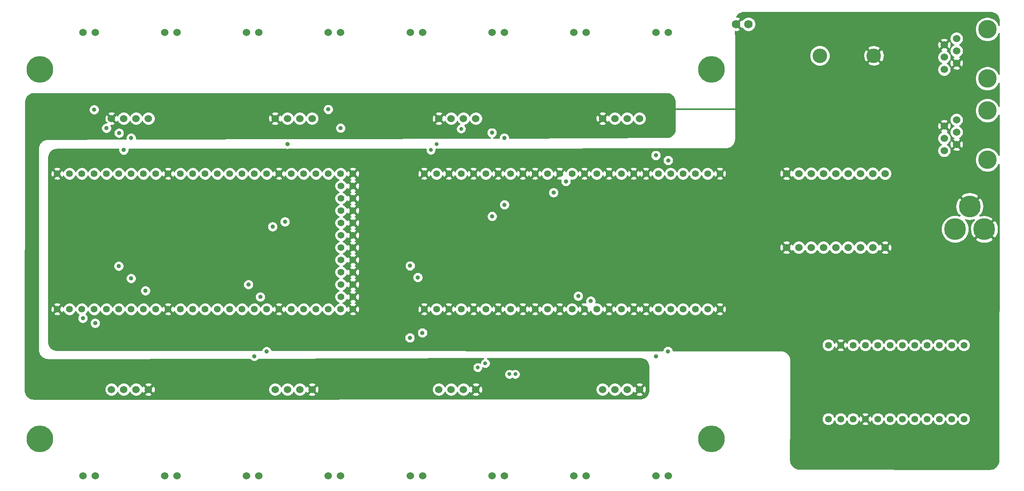
<source format=gbr>
G04 #@! TF.GenerationSoftware,KiCad,Pcbnew,(5.1.9-0-10_14)*
G04 #@! TF.CreationDate,2021-05-14T17:34:44-04:00*
G04 #@! TF.ProjectId,pressure_module,70726573-7375-4726-955f-6d6f64756c65,rev?*
G04 #@! TF.SameCoordinates,Original*
G04 #@! TF.FileFunction,Copper,L3,Inr*
G04 #@! TF.FilePolarity,Positive*
%FSLAX46Y46*%
G04 Gerber Fmt 4.6, Leading zero omitted, Abs format (unit mm)*
G04 Created by KiCad (PCBNEW (5.1.9-0-10_14)) date 2021-05-14 17:34:44*
%MOMM*%
%LPD*%
G01*
G04 APERTURE LIST*
G04 #@! TA.AperFunction,ComponentPad*
%ADD10C,1.397000*%
G04 #@! TD*
G04 #@! TA.AperFunction,ComponentPad*
%ADD11C,5.500000*%
G04 #@! TD*
G04 #@! TA.AperFunction,ComponentPad*
%ADD12C,1.524000*%
G04 #@! TD*
G04 #@! TA.AperFunction,ComponentPad*
%ADD13C,3.800000*%
G04 #@! TD*
G04 #@! TA.AperFunction,ComponentPad*
%ADD14C,4.500000*%
G04 #@! TD*
G04 #@! TA.AperFunction,ComponentPad*
%ADD15C,3.000000*%
G04 #@! TD*
G04 #@! TA.AperFunction,ComponentPad*
%ADD16C,1.750000*%
G04 #@! TD*
G04 #@! TA.AperFunction,ViaPad*
%ADD17C,0.890000*%
G04 #@! TD*
G04 #@! TA.AperFunction,ViaPad*
%ADD18C,0.800000*%
G04 #@! TD*
G04 #@! TA.AperFunction,Conductor*
%ADD19C,0.254000*%
G04 #@! TD*
G04 #@! TA.AperFunction,Conductor*
%ADD20C,0.100000*%
G04 #@! TD*
G04 APERTURE END LIST*
D10*
G04 #@! TO.N,GND*
G04 #@! TO.C,P24*
X169418000Y-87566500D03*
G04 #@! TO.N,/UC_D11*
X166878000Y-87566500D03*
G04 #@! TO.N,/UC_D10*
X164338000Y-87566500D03*
G04 #@! TO.N,/UC_D9*
X161798000Y-87566500D03*
G04 #@! TO.N,/UC_D8*
X159258000Y-87566500D03*
G04 #@! TO.N,/UC_D7*
X156718000Y-87566500D03*
G04 #@! TO.N,GND*
X154178000Y-87566500D03*
X151638000Y-87566500D03*
G04 #@! TO.N,N/C*
X149098000Y-87566500D03*
G04 #@! TO.N,GND*
X146558000Y-87566500D03*
G04 #@! TO.N,N/C*
X144018000Y-87566500D03*
G04 #@! TO.N,GND*
X141478000Y-87566500D03*
G04 #@! TO.N,N/C*
X138938000Y-87566500D03*
G04 #@! TO.N,GND*
X136398000Y-87566500D03*
G04 #@! TO.N,N/C*
X133858000Y-87566500D03*
G04 #@! TO.N,GND*
X131318000Y-87566500D03*
X128778000Y-87566500D03*
G04 #@! TO.N,/P6*
X126238000Y-87566500D03*
G04 #@! TO.N,GND*
X123698000Y-87566500D03*
G04 #@! TO.N,/P4*
X121158000Y-87566500D03*
G04 #@! TO.N,GND*
X118618000Y-87566500D03*
G04 #@! TO.N,/P2*
X116078000Y-87566500D03*
G04 #@! TO.N,GND*
X113538000Y-87566500D03*
G04 #@! TO.N,/P0*
X110998000Y-87566500D03*
G04 #@! TO.N,GND*
X108458000Y-87566500D03*
X108458000Y-59626500D03*
G04 #@! TO.N,/P1*
X110998000Y-59626500D03*
G04 #@! TO.N,GND*
X113538000Y-59626500D03*
G04 #@! TO.N,/P3*
X116078000Y-59626500D03*
G04 #@! TO.N,GND*
X118618000Y-59626500D03*
G04 #@! TO.N,/P5*
X121158000Y-59626500D03*
G04 #@! TO.N,GND*
X123698000Y-59626500D03*
G04 #@! TO.N,/P7*
X126238000Y-59626500D03*
G04 #@! TO.N,GND*
X128778000Y-59626500D03*
X131318000Y-59626500D03*
G04 #@! TO.N,N/C*
X133858000Y-59626500D03*
G04 #@! TO.N,GND*
X136398000Y-59626500D03*
G04 #@! TO.N,N/C*
X138938000Y-59626500D03*
G04 #@! TO.N,GND*
X141478000Y-59626500D03*
G04 #@! TO.N,N/C*
X144018000Y-59626500D03*
G04 #@! TO.N,GND*
X146558000Y-59626500D03*
G04 #@! TO.N,N/C*
X149098000Y-59626500D03*
G04 #@! TO.N,GND*
X151638000Y-59626500D03*
X154178000Y-59626500D03*
G04 #@! TO.N,+3V3*
X156718000Y-59626500D03*
G04 #@! TO.N,/UC_A0*
X159258000Y-59626500D03*
G04 #@! TO.N,N/C*
X161798000Y-59626500D03*
G04 #@! TO.N,+5V*
X164338000Y-59626500D03*
X166878000Y-59626500D03*
G04 #@! TO.N,GND*
X169418000Y-59626500D03*
G04 #@! TD*
D11*
G04 #@! TO.N,N/C*
G04 #@! TO.C,H3*
X167640000Y-38100000D03*
G04 #@! TD*
G04 #@! TO.N,N/C*
G04 #@! TO.C,H2*
X29210000Y-114300000D03*
G04 #@! TD*
G04 #@! TO.N,N/C*
G04 #@! TO.C,H1*
X29210000Y-38100000D03*
G04 #@! TD*
D12*
G04 #@! TO.N,GND*
G04 #@! TO.C,U8*
X145229942Y-48260000D03*
G04 #@! TO.N,/P3*
X147769942Y-48260000D03*
G04 #@! TO.N,+3V3*
X150309942Y-48260000D03*
G04 #@! TO.N,N/C*
X152849942Y-48260000D03*
G04 #@! TD*
G04 #@! TO.N,GND*
G04 #@! TO.C,U1*
X43992800Y-48260000D03*
G04 #@! TO.N,/P0*
X46532800Y-48260000D03*
G04 #@! TO.N,+3V3*
X49072800Y-48260000D03*
G04 #@! TO.N,N/C*
X51612800Y-48260000D03*
G04 #@! TD*
D10*
G04 #@! TO.N,GND*
G04 #@! TO.C,P12*
X93784420Y-87571580D03*
G04 #@! TO.N,/M1_SOUT*
X91244420Y-87571580D03*
G04 #@! TO.N,/SIN*
X88704420Y-87571580D03*
G04 #@! TO.N,/SCLK*
X86164420Y-87571580D03*
G04 #@! TO.N,/XLAT*
X83624420Y-87571580D03*
G04 #@! TO.N,/GSCLK*
X81084420Y-87571580D03*
G04 #@! TO.N,GND*
X78544420Y-87571580D03*
G04 #@! TO.N,/PV14+*
X76004420Y-87571580D03*
G04 #@! TO.N,/PV14-*
X73464420Y-87571580D03*
G04 #@! TO.N,/PV12+*
X70924420Y-87571580D03*
G04 #@! TO.N,/PV12-*
X68384420Y-87571580D03*
G04 #@! TO.N,/PV10+*
X65844420Y-87571580D03*
G04 #@! TO.N,/PV10-*
X63304420Y-87571580D03*
G04 #@! TO.N,/PV8+*
X60764420Y-87571580D03*
G04 #@! TO.N,/PV8-*
X58224420Y-87571580D03*
G04 #@! TO.N,GND*
X55684420Y-87571580D03*
G04 #@! TO.N,/PV6+*
X53144420Y-87571580D03*
G04 #@! TO.N,/PV6-*
X50604420Y-87571580D03*
G04 #@! TO.N,/PV4+*
X48064420Y-87571580D03*
G04 #@! TO.N,/PV4-*
X45524420Y-87571580D03*
G04 #@! TO.N,/PV2+*
X42984420Y-87571580D03*
G04 #@! TO.N,/PV2-*
X40444420Y-87571580D03*
G04 #@! TO.N,/PV0+*
X37904420Y-87571580D03*
G04 #@! TO.N,/PV0-*
X35364420Y-87571580D03*
G04 #@! TO.N,GND*
X32824420Y-87571580D03*
X32824420Y-59631580D03*
G04 #@! TO.N,/PV1-*
X35364420Y-59631580D03*
G04 #@! TO.N,/PV1+*
X37904420Y-59631580D03*
G04 #@! TO.N,/PV3-*
X40444420Y-59631580D03*
G04 #@! TO.N,/PV3+*
X42984420Y-59631580D03*
G04 #@! TO.N,/PV5-*
X45524420Y-59631580D03*
G04 #@! TO.N,/PV5+*
X48064420Y-59631580D03*
G04 #@! TO.N,/PV7-*
X50604420Y-59631580D03*
G04 #@! TO.N,/PV7+*
X53144420Y-59631580D03*
G04 #@! TO.N,GND*
X55684420Y-59631580D03*
G04 #@! TO.N,/PV9-*
X58224420Y-59631580D03*
G04 #@! TO.N,/PV9+*
X60764420Y-59631580D03*
G04 #@! TO.N,/PV11-*
X63304420Y-59631580D03*
G04 #@! TO.N,/PV11+*
X65844420Y-59631580D03*
G04 #@! TO.N,/PV13-*
X68384420Y-59631580D03*
G04 #@! TO.N,/PV13+*
X70924420Y-59631580D03*
G04 #@! TO.N,/PV15-*
X73464420Y-59631580D03*
G04 #@! TO.N,/PV15+*
X76004420Y-59631580D03*
G04 #@! TO.N,GND*
X78544420Y-59631580D03*
G04 #@! TO.N,N/C*
X81084420Y-59631580D03*
X83624420Y-59631580D03*
X86164420Y-59631580D03*
G04 #@! TO.N,+5V*
X88704420Y-59631580D03*
X91244420Y-59631580D03*
G04 #@! TO.N,GND*
X93784420Y-59631580D03*
G04 #@! TD*
D12*
G04 #@! TO.N,GND*
G04 #@! TO.C,U6*
X111484228Y-48260000D03*
G04 #@! TO.N,/P2*
X114024228Y-48260000D03*
G04 #@! TO.N,+3V3*
X116564228Y-48260000D03*
G04 #@! TO.N,N/C*
X119104228Y-48260000D03*
G04 #@! TD*
D10*
G04 #@! TO.N,/UC_D9*
G04 #@! TO.C,P21*
X219710000Y-110236000D03*
G04 #@! TO.N,/UC_D8*
X217170000Y-110236000D03*
G04 #@! TO.N,/UC_D7*
X214630000Y-110236000D03*
G04 #@! TO.N,/M1_SOUT*
X212090000Y-110236000D03*
G04 #@! TO.N,/SIN*
X209550000Y-110236000D03*
G04 #@! TO.N,/SCLK*
X207010000Y-110236000D03*
G04 #@! TO.N,/XLAT*
X204470000Y-110236000D03*
G04 #@! TO.N,GND*
X199390000Y-110236000D03*
G04 #@! TO.N,Net-(C1-Pad1)*
X196850000Y-110236000D03*
G04 #@! TO.N,/UC_RX*
X194310000Y-110236000D03*
G04 #@! TO.N,/UC_TX*
X191770000Y-110236000D03*
G04 #@! TO.N,/GSCLK*
X201930000Y-110236000D03*
G04 #@! TO.N,N/C*
X201930000Y-94996000D03*
G04 #@! TO.N,+5V*
X191770000Y-94996000D03*
G04 #@! TO.N,GND*
X194310000Y-94996000D03*
G04 #@! TO.N,N/C*
X196850000Y-94996000D03*
X199390000Y-94996000D03*
X204470000Y-94996000D03*
X207010000Y-94996000D03*
G04 #@! TO.N,/UC_A0*
X209550000Y-94996000D03*
G04 #@! TO.N,N/C*
X212090000Y-94996000D03*
G04 #@! TO.N,/UC_D12*
X214630000Y-94996000D03*
G04 #@! TO.N,/UC_D11*
X217170000Y-94996000D03*
G04 #@! TO.N,/UC_D10*
X219710000Y-94996000D03*
G04 #@! TD*
D12*
G04 #@! TO.N,/B*
G04 #@! TO.C,P5*
X203454000Y-59626500D03*
G04 #@! TO.N,/A*
X200914000Y-59626500D03*
G04 #@! TO.N,N/C*
X198374000Y-59626500D03*
X195834000Y-59626500D03*
X193294000Y-59626500D03*
X190754000Y-59626500D03*
X188214000Y-59626500D03*
X185674000Y-59626500D03*
G04 #@! TO.N,GND*
X183134000Y-59626500D03*
X183134000Y-74866500D03*
G04 #@! TO.N,/UC_TX*
X185674000Y-74866500D03*
G04 #@! TO.N,/UC_RX*
X188214000Y-74866500D03*
G04 #@! TO.N,/UC_D12*
X190754000Y-74866500D03*
G04 #@! TO.N,N/C*
X193294000Y-74866500D03*
X195834000Y-74866500D03*
X198374000Y-74866500D03*
G04 #@! TO.N,+5V*
X200914000Y-74866500D03*
G04 #@! TO.N,GND*
X203454000Y-74866500D03*
G04 #@! TD*
G04 #@! TO.N,N/C*
G04 #@! TO.C,P11*
X215658700Y-38160560D03*
G04 #@! TO.N,/A*
X215658700Y-35620560D03*
G04 #@! TO.N,GND*
X215658700Y-33080560D03*
X218198700Y-36870560D03*
G04 #@! TO.N,/B*
X218198700Y-34330560D03*
D13*
G04 #@! TO.N,N/C*
X224548700Y-29880560D03*
X224548700Y-40040560D03*
D12*
X218198700Y-31790560D03*
G04 #@! TD*
G04 #@! TO.N,N/C*
G04 #@! TO.C,P10*
X215658700Y-54899160D03*
G04 #@! TO.N,/A*
X215658700Y-52359160D03*
G04 #@! TO.N,GND*
X215658700Y-49819160D03*
X218198700Y-53609160D03*
G04 #@! TO.N,/B*
X218198700Y-51069160D03*
D13*
G04 #@! TO.N,N/C*
X224548700Y-46619160D03*
X224548700Y-56779160D03*
D12*
X218198700Y-48529160D03*
G04 #@! TD*
D14*
G04 #@! TO.N,GND*
G04 #@! TO.C,P22*
X220903800Y-66394600D03*
X223903800Y-71094600D03*
G04 #@! TO.N,+5V*
X217903800Y-71094600D03*
G04 #@! TD*
D10*
G04 #@! TO.N,+5V*
G04 #@! TO.C,P25*
X91313000Y-62166500D03*
X91313000Y-64706500D03*
X91313000Y-67246500D03*
X91313000Y-69786500D03*
X91313000Y-72326500D03*
X91313000Y-77406500D03*
X91313000Y-79946500D03*
X91313000Y-82486500D03*
X91313000Y-85026500D03*
X91313000Y-74866500D03*
G04 #@! TD*
G04 #@! TO.N,GND*
G04 #@! TO.C,P26*
X93789500Y-62166500D03*
X93789500Y-64706500D03*
X93789500Y-67246500D03*
X93789500Y-69786500D03*
X93789500Y-72326500D03*
X93789500Y-77406500D03*
X93789500Y-79946500D03*
X93789500Y-82486500D03*
X93789500Y-85026500D03*
X93789500Y-74866500D03*
G04 #@! TD*
D12*
G04 #@! TO.N,GND*
G04 #@! TO.C,U2*
X51612800Y-104140000D03*
G04 #@! TO.N,/P4*
X49072800Y-104140000D03*
G04 #@! TO.N,+3V3*
X46532800Y-104140000D03*
G04 #@! TO.N,N/C*
X43992800Y-104140000D03*
G04 #@! TD*
G04 #@! TO.N,GND*
G04 #@! TO.C,U4*
X77738514Y-48260000D03*
G04 #@! TO.N,/P1*
X80278514Y-48260000D03*
G04 #@! TO.N,+3V3*
X82818514Y-48260000D03*
G04 #@! TO.N,N/C*
X85358514Y-48260000D03*
G04 #@! TD*
G04 #@! TO.N,GND*
G04 #@! TO.C,U5*
X85358514Y-104140000D03*
G04 #@! TO.N,/P5*
X82818514Y-104140000D03*
G04 #@! TO.N,+3V3*
X80278514Y-104140000D03*
G04 #@! TO.N,N/C*
X77738514Y-104140000D03*
G04 #@! TD*
G04 #@! TO.N,GND*
G04 #@! TO.C,U7*
X119104228Y-104140000D03*
G04 #@! TO.N,/P6*
X116564228Y-104140000D03*
G04 #@! TO.N,+3V3*
X114024228Y-104140000D03*
G04 #@! TO.N,N/C*
X111484228Y-104140000D03*
G04 #@! TD*
G04 #@! TO.N,GND*
G04 #@! TO.C,U9*
X152849942Y-104140000D03*
G04 #@! TO.N,/P7*
X150309942Y-104140000D03*
G04 #@! TO.N,+3V3*
X147769942Y-104140000D03*
G04 #@! TO.N,N/C*
X145229942Y-104140000D03*
G04 #@! TD*
G04 #@! TO.N,/PV0-*
G04 #@! TO.C,P1*
X38100000Y-30480000D03*
G04 #@! TO.N,/PV0+*
X40640000Y-30480000D03*
G04 #@! TD*
G04 #@! TO.N,/PV1-*
G04 #@! TO.C,P2*
X54972857Y-30480000D03*
G04 #@! TO.N,/PV1+*
X57512857Y-30480000D03*
G04 #@! TD*
G04 #@! TO.N,/PV2-*
G04 #@! TO.C,P3*
X71845714Y-30480000D03*
G04 #@! TO.N,/PV2+*
X74385714Y-30480000D03*
G04 #@! TD*
G04 #@! TO.N,/PV3-*
G04 #@! TO.C,P4*
X88718571Y-30480000D03*
G04 #@! TO.N,/PV3+*
X91258571Y-30480000D03*
G04 #@! TD*
G04 #@! TO.N,/PV4-*
G04 #@! TO.C,P6*
X105591428Y-30480000D03*
G04 #@! TO.N,/PV4+*
X108131428Y-30480000D03*
G04 #@! TD*
G04 #@! TO.N,/PV5-*
G04 #@! TO.C,P7*
X122464285Y-30480000D03*
G04 #@! TO.N,/PV5+*
X125004285Y-30480000D03*
G04 #@! TD*
G04 #@! TO.N,/PV6-*
G04 #@! TO.C,P8*
X139337142Y-30480000D03*
G04 #@! TO.N,/PV6+*
X141877142Y-30480000D03*
G04 #@! TD*
G04 #@! TO.N,/PV7-*
G04 #@! TO.C,P9*
X156210000Y-30480000D03*
G04 #@! TO.N,/PV7+*
X158750000Y-30480000D03*
G04 #@! TD*
G04 #@! TO.N,/PV8-*
G04 #@! TO.C,P13*
X38100000Y-121920000D03*
G04 #@! TO.N,/PV8+*
X40640000Y-121920000D03*
G04 #@! TD*
G04 #@! TO.N,/PV9-*
G04 #@! TO.C,P14*
X54972857Y-121920000D03*
G04 #@! TO.N,/PV9+*
X57512857Y-121920000D03*
G04 #@! TD*
G04 #@! TO.N,/PV10-*
G04 #@! TO.C,P15*
X71845714Y-121920000D03*
G04 #@! TO.N,/PV10+*
X74385714Y-121920000D03*
G04 #@! TD*
G04 #@! TO.N,/PV11-*
G04 #@! TO.C,P16*
X88718571Y-121920000D03*
G04 #@! TO.N,/PV11+*
X91258571Y-121920000D03*
G04 #@! TD*
G04 #@! TO.N,/PV12-*
G04 #@! TO.C,P17*
X105591428Y-121920000D03*
G04 #@! TO.N,/PV12+*
X108131428Y-121920000D03*
G04 #@! TD*
G04 #@! TO.N,/PV13-*
G04 #@! TO.C,P18*
X122464285Y-121920000D03*
G04 #@! TO.N,/PV13+*
X125004285Y-121920000D03*
G04 #@! TD*
G04 #@! TO.N,/PV14-*
G04 #@! TO.C,P19*
X156210000Y-121920000D03*
G04 #@! TO.N,/PV14+*
X158750000Y-121920000D03*
G04 #@! TD*
G04 #@! TO.N,/PV15-*
G04 #@! TO.C,P20*
X139337142Y-121920000D03*
G04 #@! TO.N,/PV15+*
X141877142Y-121920000D03*
G04 #@! TD*
D15*
G04 #@! TO.N,GND*
G04 #@! TO.C,P23*
X201145000Y-35306000D03*
G04 #@! TO.N,+5V*
X190015000Y-35306000D03*
G04 #@! TD*
D11*
G04 #@! TO.N,N/C*
G04 #@! TO.C,H4*
X167640000Y-114300000D03*
G04 #@! TD*
D16*
G04 #@! TO.N,+5V*
G04 #@! TO.C,P27*
X175310800Y-28803600D03*
G04 #@! TO.N,GND*
X172770800Y-28803600D03*
G04 #@! TD*
D17*
G04 #@! TO.N,/PV2-*
X72237600Y-82499200D03*
G04 #@! TO.N,/PV2+*
X74676000Y-85039200D03*
G04 #@! TO.N,/PV3+*
X91236800Y-50221199D03*
X42976800Y-50241200D03*
G04 #@! TO.N,/PV3-*
X88696800Y-46380400D03*
X40436800Y-46431200D03*
G04 #@! TO.N,/PV4-*
X105562400Y-78638400D03*
X45516800Y-78689200D03*
G04 #@! TO.N,/PV4+*
X107137200Y-81026000D03*
X48056800Y-81229200D03*
G04 #@! TO.N,/PV5+*
X124968000Y-52273200D03*
X48056800Y-52273200D03*
G04 #@! TO.N,/PV5-*
X122428000Y-51206400D03*
X45567600Y-51257200D03*
G04 #@! TO.N,/PV6-*
X140208000Y-84876800D03*
X51003200Y-83769200D03*
G04 #@! TO.N,/PV6+*
X142798800Y-85902800D03*
G04 #@! TO.N,/PV7+*
X158750000Y-56896000D03*
G04 #@! TO.N,/PV7-*
X156210000Y-55870000D03*
G04 #@! TO.N,/PV15+*
X137668000Y-61214000D03*
G04 #@! TO.N,/PV15-*
X135128000Y-63550800D03*
G04 #@! TO.N,/PV13+*
X125018800Y-66040000D03*
G04 #@! TO.N,/PV13-*
X122478800Y-68427600D03*
G04 #@! TO.N,/PV11+*
X79756000Y-69555200D03*
G04 #@! TO.N,/PV11-*
X77216000Y-70581200D03*
G04 #@! TO.N,/PV8-*
X38100000Y-89458800D03*
G04 #@! TO.N,/PV8+*
X40640000Y-90484800D03*
G04 #@! TO.N,/PV12-*
X105511600Y-93481121D03*
G04 #@! TO.N,/PV12+*
X108102400Y-92455121D03*
G04 #@! TO.N,/PV14-*
X156210000Y-97292000D03*
X73456800Y-97282000D03*
G04 #@! TO.N,/PV14+*
X158699200Y-96266000D03*
X75996800Y-96316800D03*
D18*
G04 #@! TO.N,/P6*
X126034800Y-100990400D03*
G04 #@! TO.N,/P4*
X121056400Y-98755200D03*
G04 #@! TO.N,/P0*
X109829600Y-54762400D03*
D17*
X46532800Y-54762400D03*
D18*
G04 #@! TO.N,/P1*
X110998000Y-53543200D03*
D17*
X80264000Y-53543200D03*
D18*
G04 #@! TO.N,/P3*
X116078000Y-50393600D03*
G04 #@! TO.N,/P5*
X119481600Y-99609200D03*
G04 #@! TO.N,/P7*
X127254000Y-100990400D03*
G04 #@! TD*
D19*
G04 #@! TO.N,GND*
X225164527Y-26352385D02*
X225422208Y-26370842D01*
X225670192Y-26424839D01*
X225907971Y-26513605D01*
X226130677Y-26635322D01*
X226333780Y-26787515D01*
X226513142Y-26967080D01*
X226665103Y-27170356D01*
X226786571Y-27393205D01*
X226875062Y-27631073D01*
X226928779Y-27879124D01*
X226946944Y-28136839D01*
X226945969Y-29043803D01*
X226795188Y-28679787D01*
X226517763Y-28264592D01*
X226164668Y-27911497D01*
X225749473Y-27634072D01*
X225288132Y-27442978D01*
X224798376Y-27345560D01*
X224299024Y-27345560D01*
X223809268Y-27442978D01*
X223347927Y-27634072D01*
X222932732Y-27911497D01*
X222579637Y-28264592D01*
X222302212Y-28679787D01*
X222111118Y-29141128D01*
X222013700Y-29630884D01*
X222013700Y-30130236D01*
X222111118Y-30619992D01*
X222302212Y-31081333D01*
X222579637Y-31496528D01*
X222932732Y-31849623D01*
X223347927Y-32127048D01*
X223809268Y-32318142D01*
X224299024Y-32415560D01*
X224798376Y-32415560D01*
X225288132Y-32318142D01*
X225749473Y-32127048D01*
X226164668Y-31849623D01*
X226517763Y-31496528D01*
X226795188Y-31081333D01*
X226944164Y-30721673D01*
X226935071Y-39177493D01*
X226795188Y-38839787D01*
X226517763Y-38424592D01*
X226164668Y-38071497D01*
X225749473Y-37794072D01*
X225288132Y-37602978D01*
X224798376Y-37505560D01*
X224299024Y-37505560D01*
X223809268Y-37602978D01*
X223347927Y-37794072D01*
X222932732Y-38071497D01*
X222579637Y-38424592D01*
X222302212Y-38839787D01*
X222111118Y-39301128D01*
X222013700Y-39790884D01*
X222013700Y-40290236D01*
X222111118Y-40779992D01*
X222302212Y-41241333D01*
X222579637Y-41656528D01*
X222932732Y-42009623D01*
X223347927Y-42287048D01*
X223809268Y-42478142D01*
X224299024Y-42575560D01*
X224798376Y-42575560D01*
X225288132Y-42478142D01*
X225749473Y-42287048D01*
X226164668Y-42009623D01*
X226517763Y-41656528D01*
X226795188Y-41241333D01*
X226933210Y-40908120D01*
X226928014Y-45739058D01*
X226795188Y-45418387D01*
X226517763Y-45003192D01*
X226164668Y-44650097D01*
X225749473Y-44372672D01*
X225288132Y-44181578D01*
X224798376Y-44084160D01*
X224299024Y-44084160D01*
X223809268Y-44181578D01*
X223347927Y-44372672D01*
X222932732Y-44650097D01*
X222579637Y-45003192D01*
X222302212Y-45418387D01*
X222111118Y-45879728D01*
X222013700Y-46369484D01*
X222013700Y-46868836D01*
X222111118Y-47358592D01*
X222302212Y-47819933D01*
X222579637Y-48235128D01*
X222932732Y-48588223D01*
X223347927Y-48865648D01*
X223809268Y-49056742D01*
X224299024Y-49154160D01*
X224798376Y-49154160D01*
X225288132Y-49056742D01*
X225749473Y-48865648D01*
X226164668Y-48588223D01*
X226517763Y-48235128D01*
X226795188Y-47819933D01*
X226926117Y-47503844D01*
X226917117Y-55872748D01*
X226795188Y-55578387D01*
X226517763Y-55163192D01*
X226164668Y-54810097D01*
X225749473Y-54532672D01*
X225288132Y-54341578D01*
X224798376Y-54244160D01*
X224299024Y-54244160D01*
X223809268Y-54341578D01*
X223347927Y-54532672D01*
X222932732Y-54810097D01*
X222579637Y-55163192D01*
X222302212Y-55578387D01*
X222111118Y-56039728D01*
X222013700Y-56529484D01*
X222013700Y-57028836D01*
X222111118Y-57518592D01*
X222302212Y-57979933D01*
X222579637Y-58395128D01*
X222932732Y-58748223D01*
X223347927Y-59025648D01*
X223809268Y-59216742D01*
X224299024Y-59314160D01*
X224798376Y-59314160D01*
X225288132Y-59216742D01*
X225749473Y-59025648D01*
X226164668Y-58748223D01*
X226517763Y-58395128D01*
X226795188Y-57979933D01*
X226915162Y-57690291D01*
X226849455Y-118789815D01*
X226830744Y-119047425D01*
X226776515Y-119295311D01*
X226687545Y-119532955D01*
X226565650Y-119755503D01*
X226413312Y-119958428D01*
X226233627Y-120137602D01*
X226030266Y-120289367D01*
X225807373Y-120410628D01*
X225569482Y-120498920D01*
X225321440Y-120552445D01*
X225063774Y-120570424D01*
X185755562Y-120500975D01*
X185498024Y-120482094D01*
X185250229Y-120427720D01*
X185012698Y-120338627D01*
X184790272Y-120216634D01*
X184587471Y-120064217D01*
X184408436Y-119884491D01*
X184256808Y-119681112D01*
X184135666Y-119458207D01*
X184047491Y-119220341D01*
X183994073Y-118972338D01*
X183976183Y-118714727D01*
X183994139Y-110104662D01*
X190436500Y-110104662D01*
X190436500Y-110367338D01*
X190487746Y-110624968D01*
X190588268Y-110867649D01*
X190734203Y-111086057D01*
X190919943Y-111271797D01*
X191138351Y-111417732D01*
X191381032Y-111518254D01*
X191638662Y-111569500D01*
X191901338Y-111569500D01*
X192158968Y-111518254D01*
X192401649Y-111417732D01*
X192620057Y-111271797D01*
X192805797Y-111086057D01*
X192951732Y-110867649D01*
X193040000Y-110654552D01*
X193128268Y-110867649D01*
X193274203Y-111086057D01*
X193459943Y-111271797D01*
X193678351Y-111417732D01*
X193921032Y-111518254D01*
X194178662Y-111569500D01*
X194441338Y-111569500D01*
X194698968Y-111518254D01*
X194941649Y-111417732D01*
X195160057Y-111271797D01*
X195345797Y-111086057D01*
X195491732Y-110867649D01*
X195580000Y-110654552D01*
X195668268Y-110867649D01*
X195814203Y-111086057D01*
X195999943Y-111271797D01*
X196218351Y-111417732D01*
X196461032Y-111518254D01*
X196718662Y-111569500D01*
X196981338Y-111569500D01*
X197238968Y-111518254D01*
X197481649Y-111417732D01*
X197700057Y-111271797D01*
X197815657Y-111156197D01*
X198649408Y-111156197D01*
X198708686Y-111389812D01*
X198946875Y-111500559D01*
X199202093Y-111562711D01*
X199464533Y-111573876D01*
X199724107Y-111533629D01*
X199970842Y-111443514D01*
X200071314Y-111389812D01*
X200130592Y-111156197D01*
X199390000Y-110415605D01*
X198649408Y-111156197D01*
X197815657Y-111156197D01*
X197885797Y-111086057D01*
X198031732Y-110867649D01*
X198121707Y-110650430D01*
X198182486Y-110816842D01*
X198236188Y-110917314D01*
X198469803Y-110976592D01*
X199210395Y-110236000D01*
X199569605Y-110236000D01*
X200310197Y-110976592D01*
X200543812Y-110917314D01*
X200654559Y-110679125D01*
X200660342Y-110655378D01*
X200748268Y-110867649D01*
X200894203Y-111086057D01*
X201079943Y-111271797D01*
X201298351Y-111417732D01*
X201541032Y-111518254D01*
X201798662Y-111569500D01*
X202061338Y-111569500D01*
X202318968Y-111518254D01*
X202561649Y-111417732D01*
X202780057Y-111271797D01*
X202965797Y-111086057D01*
X203111732Y-110867649D01*
X203200000Y-110654552D01*
X203288268Y-110867649D01*
X203434203Y-111086057D01*
X203619943Y-111271797D01*
X203838351Y-111417732D01*
X204081032Y-111518254D01*
X204338662Y-111569500D01*
X204601338Y-111569500D01*
X204858968Y-111518254D01*
X205101649Y-111417732D01*
X205320057Y-111271797D01*
X205505797Y-111086057D01*
X205651732Y-110867649D01*
X205740000Y-110654552D01*
X205828268Y-110867649D01*
X205974203Y-111086057D01*
X206159943Y-111271797D01*
X206378351Y-111417732D01*
X206621032Y-111518254D01*
X206878662Y-111569500D01*
X207141338Y-111569500D01*
X207398968Y-111518254D01*
X207641649Y-111417732D01*
X207860057Y-111271797D01*
X208045797Y-111086057D01*
X208191732Y-110867649D01*
X208280000Y-110654552D01*
X208368268Y-110867649D01*
X208514203Y-111086057D01*
X208699943Y-111271797D01*
X208918351Y-111417732D01*
X209161032Y-111518254D01*
X209418662Y-111569500D01*
X209681338Y-111569500D01*
X209938968Y-111518254D01*
X210181649Y-111417732D01*
X210400057Y-111271797D01*
X210585797Y-111086057D01*
X210731732Y-110867649D01*
X210820000Y-110654552D01*
X210908268Y-110867649D01*
X211054203Y-111086057D01*
X211239943Y-111271797D01*
X211458351Y-111417732D01*
X211701032Y-111518254D01*
X211958662Y-111569500D01*
X212221338Y-111569500D01*
X212478968Y-111518254D01*
X212721649Y-111417732D01*
X212940057Y-111271797D01*
X213125797Y-111086057D01*
X213271732Y-110867649D01*
X213360000Y-110654552D01*
X213448268Y-110867649D01*
X213594203Y-111086057D01*
X213779943Y-111271797D01*
X213998351Y-111417732D01*
X214241032Y-111518254D01*
X214498662Y-111569500D01*
X214761338Y-111569500D01*
X215018968Y-111518254D01*
X215261649Y-111417732D01*
X215480057Y-111271797D01*
X215665797Y-111086057D01*
X215811732Y-110867649D01*
X215900000Y-110654552D01*
X215988268Y-110867649D01*
X216134203Y-111086057D01*
X216319943Y-111271797D01*
X216538351Y-111417732D01*
X216781032Y-111518254D01*
X217038662Y-111569500D01*
X217301338Y-111569500D01*
X217558968Y-111518254D01*
X217801649Y-111417732D01*
X218020057Y-111271797D01*
X218205797Y-111086057D01*
X218351732Y-110867649D01*
X218440000Y-110654552D01*
X218528268Y-110867649D01*
X218674203Y-111086057D01*
X218859943Y-111271797D01*
X219078351Y-111417732D01*
X219321032Y-111518254D01*
X219578662Y-111569500D01*
X219841338Y-111569500D01*
X220098968Y-111518254D01*
X220341649Y-111417732D01*
X220560057Y-111271797D01*
X220745797Y-111086057D01*
X220891732Y-110867649D01*
X220992254Y-110624968D01*
X221043500Y-110367338D01*
X221043500Y-110104662D01*
X220992254Y-109847032D01*
X220891732Y-109604351D01*
X220745797Y-109385943D01*
X220560057Y-109200203D01*
X220341649Y-109054268D01*
X220098968Y-108953746D01*
X219841338Y-108902500D01*
X219578662Y-108902500D01*
X219321032Y-108953746D01*
X219078351Y-109054268D01*
X218859943Y-109200203D01*
X218674203Y-109385943D01*
X218528268Y-109604351D01*
X218440000Y-109817448D01*
X218351732Y-109604351D01*
X218205797Y-109385943D01*
X218020057Y-109200203D01*
X217801649Y-109054268D01*
X217558968Y-108953746D01*
X217301338Y-108902500D01*
X217038662Y-108902500D01*
X216781032Y-108953746D01*
X216538351Y-109054268D01*
X216319943Y-109200203D01*
X216134203Y-109385943D01*
X215988268Y-109604351D01*
X215900000Y-109817448D01*
X215811732Y-109604351D01*
X215665797Y-109385943D01*
X215480057Y-109200203D01*
X215261649Y-109054268D01*
X215018968Y-108953746D01*
X214761338Y-108902500D01*
X214498662Y-108902500D01*
X214241032Y-108953746D01*
X213998351Y-109054268D01*
X213779943Y-109200203D01*
X213594203Y-109385943D01*
X213448268Y-109604351D01*
X213360000Y-109817448D01*
X213271732Y-109604351D01*
X213125797Y-109385943D01*
X212940057Y-109200203D01*
X212721649Y-109054268D01*
X212478968Y-108953746D01*
X212221338Y-108902500D01*
X211958662Y-108902500D01*
X211701032Y-108953746D01*
X211458351Y-109054268D01*
X211239943Y-109200203D01*
X211054203Y-109385943D01*
X210908268Y-109604351D01*
X210820000Y-109817448D01*
X210731732Y-109604351D01*
X210585797Y-109385943D01*
X210400057Y-109200203D01*
X210181649Y-109054268D01*
X209938968Y-108953746D01*
X209681338Y-108902500D01*
X209418662Y-108902500D01*
X209161032Y-108953746D01*
X208918351Y-109054268D01*
X208699943Y-109200203D01*
X208514203Y-109385943D01*
X208368268Y-109604351D01*
X208280000Y-109817448D01*
X208191732Y-109604351D01*
X208045797Y-109385943D01*
X207860057Y-109200203D01*
X207641649Y-109054268D01*
X207398968Y-108953746D01*
X207141338Y-108902500D01*
X206878662Y-108902500D01*
X206621032Y-108953746D01*
X206378351Y-109054268D01*
X206159943Y-109200203D01*
X205974203Y-109385943D01*
X205828268Y-109604351D01*
X205740000Y-109817448D01*
X205651732Y-109604351D01*
X205505797Y-109385943D01*
X205320057Y-109200203D01*
X205101649Y-109054268D01*
X204858968Y-108953746D01*
X204601338Y-108902500D01*
X204338662Y-108902500D01*
X204081032Y-108953746D01*
X203838351Y-109054268D01*
X203619943Y-109200203D01*
X203434203Y-109385943D01*
X203288268Y-109604351D01*
X203200000Y-109817448D01*
X203111732Y-109604351D01*
X202965797Y-109385943D01*
X202780057Y-109200203D01*
X202561649Y-109054268D01*
X202318968Y-108953746D01*
X202061338Y-108902500D01*
X201798662Y-108902500D01*
X201541032Y-108953746D01*
X201298351Y-109054268D01*
X201079943Y-109200203D01*
X200894203Y-109385943D01*
X200748268Y-109604351D01*
X200658293Y-109821570D01*
X200597514Y-109655158D01*
X200543812Y-109554686D01*
X200310197Y-109495408D01*
X199569605Y-110236000D01*
X199210395Y-110236000D01*
X198469803Y-109495408D01*
X198236188Y-109554686D01*
X198125441Y-109792875D01*
X198119658Y-109816622D01*
X198031732Y-109604351D01*
X197885797Y-109385943D01*
X197815657Y-109315803D01*
X198649408Y-109315803D01*
X199390000Y-110056395D01*
X200130592Y-109315803D01*
X200071314Y-109082188D01*
X199833125Y-108971441D01*
X199577907Y-108909289D01*
X199315467Y-108898124D01*
X199055893Y-108938371D01*
X198809158Y-109028486D01*
X198708686Y-109082188D01*
X198649408Y-109315803D01*
X197815657Y-109315803D01*
X197700057Y-109200203D01*
X197481649Y-109054268D01*
X197238968Y-108953746D01*
X196981338Y-108902500D01*
X196718662Y-108902500D01*
X196461032Y-108953746D01*
X196218351Y-109054268D01*
X195999943Y-109200203D01*
X195814203Y-109385943D01*
X195668268Y-109604351D01*
X195580000Y-109817448D01*
X195491732Y-109604351D01*
X195345797Y-109385943D01*
X195160057Y-109200203D01*
X194941649Y-109054268D01*
X194698968Y-108953746D01*
X194441338Y-108902500D01*
X194178662Y-108902500D01*
X193921032Y-108953746D01*
X193678351Y-109054268D01*
X193459943Y-109200203D01*
X193274203Y-109385943D01*
X193128268Y-109604351D01*
X193040000Y-109817448D01*
X192951732Y-109604351D01*
X192805797Y-109385943D01*
X192620057Y-109200203D01*
X192401649Y-109054268D01*
X192158968Y-108953746D01*
X191901338Y-108902500D01*
X191638662Y-108902500D01*
X191381032Y-108953746D01*
X191138351Y-109054268D01*
X190919943Y-109200203D01*
X190734203Y-109385943D01*
X190588268Y-109604351D01*
X190487746Y-109847032D01*
X190436500Y-110104662D01*
X183994139Y-110104662D01*
X184019021Y-98174287D01*
X184018715Y-98165217D01*
X183999852Y-97893795D01*
X183997306Y-97875836D01*
X183939969Y-97609870D01*
X183934890Y-97592457D01*
X183840248Y-97337372D01*
X183832740Y-97320861D01*
X183702725Y-97081859D01*
X183692942Y-97066585D01*
X183530206Y-96848543D01*
X183518347Y-96834819D01*
X183326209Y-96642183D01*
X183312515Y-96630287D01*
X183094893Y-96466988D01*
X183079645Y-96457166D01*
X182840981Y-96326534D01*
X182824488Y-96318984D01*
X182569647Y-96223684D01*
X182552247Y-96218560D01*
X182286430Y-96160536D01*
X182268478Y-96157943D01*
X181997106Y-96138379D01*
X181988037Y-96138050D01*
X159772707Y-96126985D01*
X159737697Y-95950976D01*
X159656284Y-95754428D01*
X159538091Y-95577540D01*
X159387660Y-95427109D01*
X159210772Y-95308916D01*
X159014224Y-95227503D01*
X158805571Y-95186000D01*
X158592829Y-95186000D01*
X158384176Y-95227503D01*
X158187628Y-95308916D01*
X158010740Y-95427109D01*
X157860309Y-95577540D01*
X157742116Y-95754428D01*
X157660703Y-95950976D01*
X157625906Y-96125915D01*
X77052007Y-96085782D01*
X77035297Y-96001776D01*
X76953884Y-95805228D01*
X76835691Y-95628340D01*
X76685260Y-95477909D01*
X76508372Y-95359716D01*
X76311824Y-95278303D01*
X76103171Y-95236800D01*
X75890429Y-95236800D01*
X75681776Y-95278303D01*
X75485228Y-95359716D01*
X75308340Y-95477909D01*
X75157909Y-95628340D01*
X75039716Y-95805228D01*
X74958303Y-96001776D01*
X74941802Y-96084731D01*
X32819283Y-96063750D01*
X32561953Y-96045230D01*
X32314308Y-95991268D01*
X32076847Y-95902633D01*
X31854414Y-95781133D01*
X31651517Y-95629232D01*
X31472287Y-95450021D01*
X31320363Y-95247142D01*
X31198836Y-95024717D01*
X31139074Y-94864662D01*
X190436500Y-94864662D01*
X190436500Y-95127338D01*
X190487746Y-95384968D01*
X190588268Y-95627649D01*
X190734203Y-95846057D01*
X190919943Y-96031797D01*
X191138351Y-96177732D01*
X191381032Y-96278254D01*
X191638662Y-96329500D01*
X191901338Y-96329500D01*
X192158968Y-96278254D01*
X192401649Y-96177732D01*
X192620057Y-96031797D01*
X192735657Y-95916197D01*
X193569408Y-95916197D01*
X193628686Y-96149812D01*
X193866875Y-96260559D01*
X194122093Y-96322711D01*
X194384533Y-96333876D01*
X194644107Y-96293629D01*
X194890842Y-96203514D01*
X194991314Y-96149812D01*
X195050592Y-95916197D01*
X194310000Y-95175605D01*
X193569408Y-95916197D01*
X192735657Y-95916197D01*
X192805797Y-95846057D01*
X192951732Y-95627649D01*
X193041707Y-95410430D01*
X193102486Y-95576842D01*
X193156188Y-95677314D01*
X193389803Y-95736592D01*
X194130395Y-94996000D01*
X194489605Y-94996000D01*
X195230197Y-95736592D01*
X195463812Y-95677314D01*
X195574559Y-95439125D01*
X195580342Y-95415378D01*
X195668268Y-95627649D01*
X195814203Y-95846057D01*
X195999943Y-96031797D01*
X196218351Y-96177732D01*
X196461032Y-96278254D01*
X196718662Y-96329500D01*
X196981338Y-96329500D01*
X197238968Y-96278254D01*
X197481649Y-96177732D01*
X197700057Y-96031797D01*
X197885797Y-95846057D01*
X198031732Y-95627649D01*
X198120000Y-95414552D01*
X198208268Y-95627649D01*
X198354203Y-95846057D01*
X198539943Y-96031797D01*
X198758351Y-96177732D01*
X199001032Y-96278254D01*
X199258662Y-96329500D01*
X199521338Y-96329500D01*
X199778968Y-96278254D01*
X200021649Y-96177732D01*
X200240057Y-96031797D01*
X200425797Y-95846057D01*
X200571732Y-95627649D01*
X200660000Y-95414552D01*
X200748268Y-95627649D01*
X200894203Y-95846057D01*
X201079943Y-96031797D01*
X201298351Y-96177732D01*
X201541032Y-96278254D01*
X201798662Y-96329500D01*
X202061338Y-96329500D01*
X202318968Y-96278254D01*
X202561649Y-96177732D01*
X202780057Y-96031797D01*
X202965797Y-95846057D01*
X203111732Y-95627649D01*
X203200000Y-95414552D01*
X203288268Y-95627649D01*
X203434203Y-95846057D01*
X203619943Y-96031797D01*
X203838351Y-96177732D01*
X204081032Y-96278254D01*
X204338662Y-96329500D01*
X204601338Y-96329500D01*
X204858968Y-96278254D01*
X205101649Y-96177732D01*
X205320057Y-96031797D01*
X205505797Y-95846057D01*
X205651732Y-95627649D01*
X205740000Y-95414552D01*
X205828268Y-95627649D01*
X205974203Y-95846057D01*
X206159943Y-96031797D01*
X206378351Y-96177732D01*
X206621032Y-96278254D01*
X206878662Y-96329500D01*
X207141338Y-96329500D01*
X207398968Y-96278254D01*
X207641649Y-96177732D01*
X207860057Y-96031797D01*
X208045797Y-95846057D01*
X208191732Y-95627649D01*
X208280000Y-95414552D01*
X208368268Y-95627649D01*
X208514203Y-95846057D01*
X208699943Y-96031797D01*
X208918351Y-96177732D01*
X209161032Y-96278254D01*
X209418662Y-96329500D01*
X209681338Y-96329500D01*
X209938968Y-96278254D01*
X210181649Y-96177732D01*
X210400057Y-96031797D01*
X210585797Y-95846057D01*
X210731732Y-95627649D01*
X210820000Y-95414552D01*
X210908268Y-95627649D01*
X211054203Y-95846057D01*
X211239943Y-96031797D01*
X211458351Y-96177732D01*
X211701032Y-96278254D01*
X211958662Y-96329500D01*
X212221338Y-96329500D01*
X212478968Y-96278254D01*
X212721649Y-96177732D01*
X212940057Y-96031797D01*
X213125797Y-95846057D01*
X213271732Y-95627649D01*
X213360000Y-95414552D01*
X213448268Y-95627649D01*
X213594203Y-95846057D01*
X213779943Y-96031797D01*
X213998351Y-96177732D01*
X214241032Y-96278254D01*
X214498662Y-96329500D01*
X214761338Y-96329500D01*
X215018968Y-96278254D01*
X215261649Y-96177732D01*
X215480057Y-96031797D01*
X215665797Y-95846057D01*
X215811732Y-95627649D01*
X215900000Y-95414552D01*
X215988268Y-95627649D01*
X216134203Y-95846057D01*
X216319943Y-96031797D01*
X216538351Y-96177732D01*
X216781032Y-96278254D01*
X217038662Y-96329500D01*
X217301338Y-96329500D01*
X217558968Y-96278254D01*
X217801649Y-96177732D01*
X218020057Y-96031797D01*
X218205797Y-95846057D01*
X218351732Y-95627649D01*
X218440000Y-95414552D01*
X218528268Y-95627649D01*
X218674203Y-95846057D01*
X218859943Y-96031797D01*
X219078351Y-96177732D01*
X219321032Y-96278254D01*
X219578662Y-96329500D01*
X219841338Y-96329500D01*
X220098968Y-96278254D01*
X220341649Y-96177732D01*
X220560057Y-96031797D01*
X220745797Y-95846057D01*
X220891732Y-95627649D01*
X220992254Y-95384968D01*
X221043500Y-95127338D01*
X221043500Y-94864662D01*
X220992254Y-94607032D01*
X220891732Y-94364351D01*
X220745797Y-94145943D01*
X220560057Y-93960203D01*
X220341649Y-93814268D01*
X220098968Y-93713746D01*
X219841338Y-93662500D01*
X219578662Y-93662500D01*
X219321032Y-93713746D01*
X219078351Y-93814268D01*
X218859943Y-93960203D01*
X218674203Y-94145943D01*
X218528268Y-94364351D01*
X218440000Y-94577448D01*
X218351732Y-94364351D01*
X218205797Y-94145943D01*
X218020057Y-93960203D01*
X217801649Y-93814268D01*
X217558968Y-93713746D01*
X217301338Y-93662500D01*
X217038662Y-93662500D01*
X216781032Y-93713746D01*
X216538351Y-93814268D01*
X216319943Y-93960203D01*
X216134203Y-94145943D01*
X215988268Y-94364351D01*
X215900000Y-94577448D01*
X215811732Y-94364351D01*
X215665797Y-94145943D01*
X215480057Y-93960203D01*
X215261649Y-93814268D01*
X215018968Y-93713746D01*
X214761338Y-93662500D01*
X214498662Y-93662500D01*
X214241032Y-93713746D01*
X213998351Y-93814268D01*
X213779943Y-93960203D01*
X213594203Y-94145943D01*
X213448268Y-94364351D01*
X213360000Y-94577448D01*
X213271732Y-94364351D01*
X213125797Y-94145943D01*
X212940057Y-93960203D01*
X212721649Y-93814268D01*
X212478968Y-93713746D01*
X212221338Y-93662500D01*
X211958662Y-93662500D01*
X211701032Y-93713746D01*
X211458351Y-93814268D01*
X211239943Y-93960203D01*
X211054203Y-94145943D01*
X210908268Y-94364351D01*
X210820000Y-94577448D01*
X210731732Y-94364351D01*
X210585797Y-94145943D01*
X210400057Y-93960203D01*
X210181649Y-93814268D01*
X209938968Y-93713746D01*
X209681338Y-93662500D01*
X209418662Y-93662500D01*
X209161032Y-93713746D01*
X208918351Y-93814268D01*
X208699943Y-93960203D01*
X208514203Y-94145943D01*
X208368268Y-94364351D01*
X208280000Y-94577448D01*
X208191732Y-94364351D01*
X208045797Y-94145943D01*
X207860057Y-93960203D01*
X207641649Y-93814268D01*
X207398968Y-93713746D01*
X207141338Y-93662500D01*
X206878662Y-93662500D01*
X206621032Y-93713746D01*
X206378351Y-93814268D01*
X206159943Y-93960203D01*
X205974203Y-94145943D01*
X205828268Y-94364351D01*
X205740000Y-94577448D01*
X205651732Y-94364351D01*
X205505797Y-94145943D01*
X205320057Y-93960203D01*
X205101649Y-93814268D01*
X204858968Y-93713746D01*
X204601338Y-93662500D01*
X204338662Y-93662500D01*
X204081032Y-93713746D01*
X203838351Y-93814268D01*
X203619943Y-93960203D01*
X203434203Y-94145943D01*
X203288268Y-94364351D01*
X203200000Y-94577448D01*
X203111732Y-94364351D01*
X202965797Y-94145943D01*
X202780057Y-93960203D01*
X202561649Y-93814268D01*
X202318968Y-93713746D01*
X202061338Y-93662500D01*
X201798662Y-93662500D01*
X201541032Y-93713746D01*
X201298351Y-93814268D01*
X201079943Y-93960203D01*
X200894203Y-94145943D01*
X200748268Y-94364351D01*
X200660000Y-94577448D01*
X200571732Y-94364351D01*
X200425797Y-94145943D01*
X200240057Y-93960203D01*
X200021649Y-93814268D01*
X199778968Y-93713746D01*
X199521338Y-93662500D01*
X199258662Y-93662500D01*
X199001032Y-93713746D01*
X198758351Y-93814268D01*
X198539943Y-93960203D01*
X198354203Y-94145943D01*
X198208268Y-94364351D01*
X198120000Y-94577448D01*
X198031732Y-94364351D01*
X197885797Y-94145943D01*
X197700057Y-93960203D01*
X197481649Y-93814268D01*
X197238968Y-93713746D01*
X196981338Y-93662500D01*
X196718662Y-93662500D01*
X196461032Y-93713746D01*
X196218351Y-93814268D01*
X195999943Y-93960203D01*
X195814203Y-94145943D01*
X195668268Y-94364351D01*
X195578293Y-94581570D01*
X195517514Y-94415158D01*
X195463812Y-94314686D01*
X195230197Y-94255408D01*
X194489605Y-94996000D01*
X194130395Y-94996000D01*
X193389803Y-94255408D01*
X193156188Y-94314686D01*
X193045441Y-94552875D01*
X193039658Y-94576622D01*
X192951732Y-94364351D01*
X192805797Y-94145943D01*
X192735657Y-94075803D01*
X193569408Y-94075803D01*
X194310000Y-94816395D01*
X195050592Y-94075803D01*
X194991314Y-93842188D01*
X194753125Y-93731441D01*
X194497907Y-93669289D01*
X194235467Y-93658124D01*
X193975893Y-93698371D01*
X193729158Y-93788486D01*
X193628686Y-93842188D01*
X193569408Y-94075803D01*
X192735657Y-94075803D01*
X192620057Y-93960203D01*
X192401649Y-93814268D01*
X192158968Y-93713746D01*
X191901338Y-93662500D01*
X191638662Y-93662500D01*
X191381032Y-93713746D01*
X191138351Y-93814268D01*
X190919943Y-93960203D01*
X190734203Y-94145943D01*
X190588268Y-94364351D01*
X190487746Y-94607032D01*
X190436500Y-94864662D01*
X31139074Y-94864662D01*
X31110177Y-94787271D01*
X31056187Y-94539631D01*
X31037638Y-94282303D01*
X31037086Y-93374750D01*
X104431600Y-93374750D01*
X104431600Y-93587492D01*
X104473103Y-93796145D01*
X104554516Y-93992693D01*
X104672709Y-94169581D01*
X104823140Y-94320012D01*
X105000028Y-94438205D01*
X105196576Y-94519618D01*
X105405229Y-94561121D01*
X105617971Y-94561121D01*
X105826624Y-94519618D01*
X106023172Y-94438205D01*
X106200060Y-94320012D01*
X106350491Y-94169581D01*
X106468684Y-93992693D01*
X106550097Y-93796145D01*
X106591600Y-93587492D01*
X106591600Y-93374750D01*
X106550097Y-93166097D01*
X106468684Y-92969549D01*
X106350491Y-92792661D01*
X106200060Y-92642230D01*
X106023172Y-92524037D01*
X105826624Y-92442624D01*
X105617971Y-92401121D01*
X105405229Y-92401121D01*
X105196576Y-92442624D01*
X105000028Y-92524037D01*
X104823140Y-92642230D01*
X104672709Y-92792661D01*
X104554516Y-92969549D01*
X104473103Y-93166097D01*
X104431600Y-93374750D01*
X31037086Y-93374750D01*
X31036462Y-92348750D01*
X107022400Y-92348750D01*
X107022400Y-92561492D01*
X107063903Y-92770145D01*
X107145316Y-92966693D01*
X107263509Y-93143581D01*
X107413940Y-93294012D01*
X107590828Y-93412205D01*
X107787376Y-93493618D01*
X107996029Y-93535121D01*
X108208771Y-93535121D01*
X108417424Y-93493618D01*
X108613972Y-93412205D01*
X108790860Y-93294012D01*
X108941291Y-93143581D01*
X109059484Y-92966693D01*
X109140897Y-92770145D01*
X109182400Y-92561492D01*
X109182400Y-92348750D01*
X109140897Y-92140097D01*
X109059484Y-91943549D01*
X108941291Y-91766661D01*
X108790860Y-91616230D01*
X108613972Y-91498037D01*
X108417424Y-91416624D01*
X108208771Y-91375121D01*
X107996029Y-91375121D01*
X107787376Y-91416624D01*
X107590828Y-91498037D01*
X107413940Y-91616230D01*
X107263509Y-91766661D01*
X107145316Y-91943549D01*
X107063903Y-92140097D01*
X107022400Y-92348750D01*
X31036462Y-92348750D01*
X31034112Y-88491777D01*
X32083828Y-88491777D01*
X32143106Y-88725392D01*
X32381295Y-88836139D01*
X32636513Y-88898291D01*
X32898953Y-88909456D01*
X33158527Y-88869209D01*
X33405262Y-88779094D01*
X33505734Y-88725392D01*
X33565012Y-88491777D01*
X32824420Y-87751185D01*
X32083828Y-88491777D01*
X31034112Y-88491777D01*
X31033597Y-87646113D01*
X31486544Y-87646113D01*
X31526791Y-87905687D01*
X31616906Y-88152422D01*
X31670608Y-88252894D01*
X31904223Y-88312172D01*
X32644815Y-87571580D01*
X33004025Y-87571580D01*
X33744617Y-88312172D01*
X33978232Y-88252894D01*
X34088979Y-88014705D01*
X34094762Y-87990958D01*
X34182688Y-88203229D01*
X34328623Y-88421637D01*
X34514363Y-88607377D01*
X34732771Y-88753312D01*
X34975452Y-88853834D01*
X35233082Y-88905080D01*
X35495758Y-88905080D01*
X35753388Y-88853834D01*
X35996069Y-88753312D01*
X36214477Y-88607377D01*
X36400217Y-88421637D01*
X36546152Y-88203229D01*
X36634420Y-87990132D01*
X36722688Y-88203229D01*
X36868623Y-88421637D01*
X37054363Y-88607377D01*
X37272771Y-88753312D01*
X37276565Y-88754884D01*
X37261109Y-88770340D01*
X37142916Y-88947228D01*
X37061503Y-89143776D01*
X37020000Y-89352429D01*
X37020000Y-89565171D01*
X37061503Y-89773824D01*
X37142916Y-89970372D01*
X37261109Y-90147260D01*
X37411540Y-90297691D01*
X37588428Y-90415884D01*
X37784976Y-90497297D01*
X37993629Y-90538800D01*
X38206371Y-90538800D01*
X38415024Y-90497297D01*
X38611572Y-90415884D01*
X38667627Y-90378429D01*
X39560000Y-90378429D01*
X39560000Y-90591171D01*
X39601503Y-90799824D01*
X39682916Y-90996372D01*
X39801109Y-91173260D01*
X39951540Y-91323691D01*
X40128428Y-91441884D01*
X40324976Y-91523297D01*
X40533629Y-91564800D01*
X40746371Y-91564800D01*
X40955024Y-91523297D01*
X41151572Y-91441884D01*
X41328460Y-91323691D01*
X41478891Y-91173260D01*
X41597084Y-90996372D01*
X41678497Y-90799824D01*
X41720000Y-90591171D01*
X41720000Y-90378429D01*
X41678497Y-90169776D01*
X41597084Y-89973228D01*
X41478891Y-89796340D01*
X41328460Y-89645909D01*
X41151572Y-89527716D01*
X40955024Y-89446303D01*
X40746371Y-89404800D01*
X40533629Y-89404800D01*
X40324976Y-89446303D01*
X40128428Y-89527716D01*
X39951540Y-89645909D01*
X39801109Y-89796340D01*
X39682916Y-89973228D01*
X39601503Y-90169776D01*
X39560000Y-90378429D01*
X38667627Y-90378429D01*
X38788460Y-90297691D01*
X38938891Y-90147260D01*
X39057084Y-89970372D01*
X39138497Y-89773824D01*
X39180000Y-89565171D01*
X39180000Y-89352429D01*
X39138497Y-89143776D01*
X39057084Y-88947228D01*
X38938891Y-88770340D01*
X38788460Y-88619909D01*
X38760576Y-88601278D01*
X38940217Y-88421637D01*
X39086152Y-88203229D01*
X39174420Y-87990132D01*
X39262688Y-88203229D01*
X39408623Y-88421637D01*
X39594363Y-88607377D01*
X39812771Y-88753312D01*
X40055452Y-88853834D01*
X40313082Y-88905080D01*
X40575758Y-88905080D01*
X40833388Y-88853834D01*
X41076069Y-88753312D01*
X41294477Y-88607377D01*
X41480217Y-88421637D01*
X41626152Y-88203229D01*
X41714420Y-87990132D01*
X41802688Y-88203229D01*
X41948623Y-88421637D01*
X42134363Y-88607377D01*
X42352771Y-88753312D01*
X42595452Y-88853834D01*
X42853082Y-88905080D01*
X43115758Y-88905080D01*
X43373388Y-88853834D01*
X43616069Y-88753312D01*
X43834477Y-88607377D01*
X44020217Y-88421637D01*
X44166152Y-88203229D01*
X44254420Y-87990132D01*
X44342688Y-88203229D01*
X44488623Y-88421637D01*
X44674363Y-88607377D01*
X44892771Y-88753312D01*
X45135452Y-88853834D01*
X45393082Y-88905080D01*
X45655758Y-88905080D01*
X45913388Y-88853834D01*
X46156069Y-88753312D01*
X46374477Y-88607377D01*
X46560217Y-88421637D01*
X46706152Y-88203229D01*
X46794420Y-87990132D01*
X46882688Y-88203229D01*
X47028623Y-88421637D01*
X47214363Y-88607377D01*
X47432771Y-88753312D01*
X47675452Y-88853834D01*
X47933082Y-88905080D01*
X48195758Y-88905080D01*
X48453388Y-88853834D01*
X48696069Y-88753312D01*
X48914477Y-88607377D01*
X49100217Y-88421637D01*
X49246152Y-88203229D01*
X49334420Y-87990132D01*
X49422688Y-88203229D01*
X49568623Y-88421637D01*
X49754363Y-88607377D01*
X49972771Y-88753312D01*
X50215452Y-88853834D01*
X50473082Y-88905080D01*
X50735758Y-88905080D01*
X50993388Y-88853834D01*
X51236069Y-88753312D01*
X51454477Y-88607377D01*
X51640217Y-88421637D01*
X51786152Y-88203229D01*
X51874420Y-87990132D01*
X51962688Y-88203229D01*
X52108623Y-88421637D01*
X52294363Y-88607377D01*
X52512771Y-88753312D01*
X52755452Y-88853834D01*
X53013082Y-88905080D01*
X53275758Y-88905080D01*
X53533388Y-88853834D01*
X53776069Y-88753312D01*
X53994477Y-88607377D01*
X54110077Y-88491777D01*
X54943828Y-88491777D01*
X55003106Y-88725392D01*
X55241295Y-88836139D01*
X55496513Y-88898291D01*
X55758953Y-88909456D01*
X56018527Y-88869209D01*
X56265262Y-88779094D01*
X56365734Y-88725392D01*
X56425012Y-88491777D01*
X55684420Y-87751185D01*
X54943828Y-88491777D01*
X54110077Y-88491777D01*
X54180217Y-88421637D01*
X54326152Y-88203229D01*
X54416127Y-87986010D01*
X54476906Y-88152422D01*
X54530608Y-88252894D01*
X54764223Y-88312172D01*
X55504815Y-87571580D01*
X55864025Y-87571580D01*
X56604617Y-88312172D01*
X56838232Y-88252894D01*
X56948979Y-88014705D01*
X56954762Y-87990958D01*
X57042688Y-88203229D01*
X57188623Y-88421637D01*
X57374363Y-88607377D01*
X57592771Y-88753312D01*
X57835452Y-88853834D01*
X58093082Y-88905080D01*
X58355758Y-88905080D01*
X58613388Y-88853834D01*
X58856069Y-88753312D01*
X59074477Y-88607377D01*
X59260217Y-88421637D01*
X59406152Y-88203229D01*
X59494420Y-87990132D01*
X59582688Y-88203229D01*
X59728623Y-88421637D01*
X59914363Y-88607377D01*
X60132771Y-88753312D01*
X60375452Y-88853834D01*
X60633082Y-88905080D01*
X60895758Y-88905080D01*
X61153388Y-88853834D01*
X61396069Y-88753312D01*
X61614477Y-88607377D01*
X61800217Y-88421637D01*
X61946152Y-88203229D01*
X62034420Y-87990132D01*
X62122688Y-88203229D01*
X62268623Y-88421637D01*
X62454363Y-88607377D01*
X62672771Y-88753312D01*
X62915452Y-88853834D01*
X63173082Y-88905080D01*
X63435758Y-88905080D01*
X63693388Y-88853834D01*
X63936069Y-88753312D01*
X64154477Y-88607377D01*
X64340217Y-88421637D01*
X64486152Y-88203229D01*
X64574420Y-87990132D01*
X64662688Y-88203229D01*
X64808623Y-88421637D01*
X64994363Y-88607377D01*
X65212771Y-88753312D01*
X65455452Y-88853834D01*
X65713082Y-88905080D01*
X65975758Y-88905080D01*
X66233388Y-88853834D01*
X66476069Y-88753312D01*
X66694477Y-88607377D01*
X66880217Y-88421637D01*
X67026152Y-88203229D01*
X67114420Y-87990132D01*
X67202688Y-88203229D01*
X67348623Y-88421637D01*
X67534363Y-88607377D01*
X67752771Y-88753312D01*
X67995452Y-88853834D01*
X68253082Y-88905080D01*
X68515758Y-88905080D01*
X68773388Y-88853834D01*
X69016069Y-88753312D01*
X69234477Y-88607377D01*
X69420217Y-88421637D01*
X69566152Y-88203229D01*
X69654420Y-87990132D01*
X69742688Y-88203229D01*
X69888623Y-88421637D01*
X70074363Y-88607377D01*
X70292771Y-88753312D01*
X70535452Y-88853834D01*
X70793082Y-88905080D01*
X71055758Y-88905080D01*
X71313388Y-88853834D01*
X71556069Y-88753312D01*
X71774477Y-88607377D01*
X71960217Y-88421637D01*
X72106152Y-88203229D01*
X72194420Y-87990132D01*
X72282688Y-88203229D01*
X72428623Y-88421637D01*
X72614363Y-88607377D01*
X72832771Y-88753312D01*
X73075452Y-88853834D01*
X73333082Y-88905080D01*
X73595758Y-88905080D01*
X73853388Y-88853834D01*
X74096069Y-88753312D01*
X74314477Y-88607377D01*
X74500217Y-88421637D01*
X74646152Y-88203229D01*
X74734420Y-87990132D01*
X74822688Y-88203229D01*
X74968623Y-88421637D01*
X75154363Y-88607377D01*
X75372771Y-88753312D01*
X75615452Y-88853834D01*
X75873082Y-88905080D01*
X76135758Y-88905080D01*
X76393388Y-88853834D01*
X76636069Y-88753312D01*
X76854477Y-88607377D01*
X76970077Y-88491777D01*
X77803828Y-88491777D01*
X77863106Y-88725392D01*
X78101295Y-88836139D01*
X78356513Y-88898291D01*
X78618953Y-88909456D01*
X78878527Y-88869209D01*
X79125262Y-88779094D01*
X79225734Y-88725392D01*
X79285012Y-88491777D01*
X78544420Y-87751185D01*
X77803828Y-88491777D01*
X76970077Y-88491777D01*
X77040217Y-88421637D01*
X77186152Y-88203229D01*
X77276127Y-87986010D01*
X77336906Y-88152422D01*
X77390608Y-88252894D01*
X77624223Y-88312172D01*
X78364815Y-87571580D01*
X77624223Y-86830988D01*
X77390608Y-86890266D01*
X77279861Y-87128455D01*
X77274078Y-87152202D01*
X77186152Y-86939931D01*
X77040217Y-86721523D01*
X76970077Y-86651383D01*
X77803828Y-86651383D01*
X78544420Y-87391975D01*
X79285012Y-86651383D01*
X79225734Y-86417768D01*
X78987545Y-86307021D01*
X78732327Y-86244869D01*
X78469887Y-86233704D01*
X78210313Y-86273951D01*
X77963578Y-86364066D01*
X77863106Y-86417768D01*
X77803828Y-86651383D01*
X76970077Y-86651383D01*
X76854477Y-86535783D01*
X76636069Y-86389848D01*
X76393388Y-86289326D01*
X76135758Y-86238080D01*
X75873082Y-86238080D01*
X75615452Y-86289326D01*
X75372771Y-86389848D01*
X75154363Y-86535783D01*
X74968623Y-86721523D01*
X74822688Y-86939931D01*
X74734420Y-87153028D01*
X74646152Y-86939931D01*
X74500217Y-86721523D01*
X74314477Y-86535783D01*
X74096069Y-86389848D01*
X73853388Y-86289326D01*
X73595758Y-86238080D01*
X73333082Y-86238080D01*
X73075452Y-86289326D01*
X72832771Y-86389848D01*
X72614363Y-86535783D01*
X72428623Y-86721523D01*
X72282688Y-86939931D01*
X72194420Y-87153028D01*
X72106152Y-86939931D01*
X71960217Y-86721523D01*
X71774477Y-86535783D01*
X71556069Y-86389848D01*
X71313388Y-86289326D01*
X71055758Y-86238080D01*
X70793082Y-86238080D01*
X70535452Y-86289326D01*
X70292771Y-86389848D01*
X70074363Y-86535783D01*
X69888623Y-86721523D01*
X69742688Y-86939931D01*
X69654420Y-87153028D01*
X69566152Y-86939931D01*
X69420217Y-86721523D01*
X69234477Y-86535783D01*
X69016069Y-86389848D01*
X68773388Y-86289326D01*
X68515758Y-86238080D01*
X68253082Y-86238080D01*
X67995452Y-86289326D01*
X67752771Y-86389848D01*
X67534363Y-86535783D01*
X67348623Y-86721523D01*
X67202688Y-86939931D01*
X67114420Y-87153028D01*
X67026152Y-86939931D01*
X66880217Y-86721523D01*
X66694477Y-86535783D01*
X66476069Y-86389848D01*
X66233388Y-86289326D01*
X65975758Y-86238080D01*
X65713082Y-86238080D01*
X65455452Y-86289326D01*
X65212771Y-86389848D01*
X64994363Y-86535783D01*
X64808623Y-86721523D01*
X64662688Y-86939931D01*
X64574420Y-87153028D01*
X64486152Y-86939931D01*
X64340217Y-86721523D01*
X64154477Y-86535783D01*
X63936069Y-86389848D01*
X63693388Y-86289326D01*
X63435758Y-86238080D01*
X63173082Y-86238080D01*
X62915452Y-86289326D01*
X62672771Y-86389848D01*
X62454363Y-86535783D01*
X62268623Y-86721523D01*
X62122688Y-86939931D01*
X62034420Y-87153028D01*
X61946152Y-86939931D01*
X61800217Y-86721523D01*
X61614477Y-86535783D01*
X61396069Y-86389848D01*
X61153388Y-86289326D01*
X60895758Y-86238080D01*
X60633082Y-86238080D01*
X60375452Y-86289326D01*
X60132771Y-86389848D01*
X59914363Y-86535783D01*
X59728623Y-86721523D01*
X59582688Y-86939931D01*
X59494420Y-87153028D01*
X59406152Y-86939931D01*
X59260217Y-86721523D01*
X59074477Y-86535783D01*
X58856069Y-86389848D01*
X58613388Y-86289326D01*
X58355758Y-86238080D01*
X58093082Y-86238080D01*
X57835452Y-86289326D01*
X57592771Y-86389848D01*
X57374363Y-86535783D01*
X57188623Y-86721523D01*
X57042688Y-86939931D01*
X56952713Y-87157150D01*
X56891934Y-86990738D01*
X56838232Y-86890266D01*
X56604617Y-86830988D01*
X55864025Y-87571580D01*
X55504815Y-87571580D01*
X54764223Y-86830988D01*
X54530608Y-86890266D01*
X54419861Y-87128455D01*
X54414078Y-87152202D01*
X54326152Y-86939931D01*
X54180217Y-86721523D01*
X54110077Y-86651383D01*
X54943828Y-86651383D01*
X55684420Y-87391975D01*
X56425012Y-86651383D01*
X56365734Y-86417768D01*
X56127545Y-86307021D01*
X55872327Y-86244869D01*
X55609887Y-86233704D01*
X55350313Y-86273951D01*
X55103578Y-86364066D01*
X55003106Y-86417768D01*
X54943828Y-86651383D01*
X54110077Y-86651383D01*
X53994477Y-86535783D01*
X53776069Y-86389848D01*
X53533388Y-86289326D01*
X53275758Y-86238080D01*
X53013082Y-86238080D01*
X52755452Y-86289326D01*
X52512771Y-86389848D01*
X52294363Y-86535783D01*
X52108623Y-86721523D01*
X51962688Y-86939931D01*
X51874420Y-87153028D01*
X51786152Y-86939931D01*
X51640217Y-86721523D01*
X51454477Y-86535783D01*
X51236069Y-86389848D01*
X50993388Y-86289326D01*
X50735758Y-86238080D01*
X50473082Y-86238080D01*
X50215452Y-86289326D01*
X49972771Y-86389848D01*
X49754363Y-86535783D01*
X49568623Y-86721523D01*
X49422688Y-86939931D01*
X49334420Y-87153028D01*
X49246152Y-86939931D01*
X49100217Y-86721523D01*
X48914477Y-86535783D01*
X48696069Y-86389848D01*
X48453388Y-86289326D01*
X48195758Y-86238080D01*
X47933082Y-86238080D01*
X47675452Y-86289326D01*
X47432771Y-86389848D01*
X47214363Y-86535783D01*
X47028623Y-86721523D01*
X46882688Y-86939931D01*
X46794420Y-87153028D01*
X46706152Y-86939931D01*
X46560217Y-86721523D01*
X46374477Y-86535783D01*
X46156069Y-86389848D01*
X45913388Y-86289326D01*
X45655758Y-86238080D01*
X45393082Y-86238080D01*
X45135452Y-86289326D01*
X44892771Y-86389848D01*
X44674363Y-86535783D01*
X44488623Y-86721523D01*
X44342688Y-86939931D01*
X44254420Y-87153028D01*
X44166152Y-86939931D01*
X44020217Y-86721523D01*
X43834477Y-86535783D01*
X43616069Y-86389848D01*
X43373388Y-86289326D01*
X43115758Y-86238080D01*
X42853082Y-86238080D01*
X42595452Y-86289326D01*
X42352771Y-86389848D01*
X42134363Y-86535783D01*
X41948623Y-86721523D01*
X41802688Y-86939931D01*
X41714420Y-87153028D01*
X41626152Y-86939931D01*
X41480217Y-86721523D01*
X41294477Y-86535783D01*
X41076069Y-86389848D01*
X40833388Y-86289326D01*
X40575758Y-86238080D01*
X40313082Y-86238080D01*
X40055452Y-86289326D01*
X39812771Y-86389848D01*
X39594363Y-86535783D01*
X39408623Y-86721523D01*
X39262688Y-86939931D01*
X39174420Y-87153028D01*
X39086152Y-86939931D01*
X38940217Y-86721523D01*
X38754477Y-86535783D01*
X38536069Y-86389848D01*
X38293388Y-86289326D01*
X38035758Y-86238080D01*
X37773082Y-86238080D01*
X37515452Y-86289326D01*
X37272771Y-86389848D01*
X37054363Y-86535783D01*
X36868623Y-86721523D01*
X36722688Y-86939931D01*
X36634420Y-87153028D01*
X36546152Y-86939931D01*
X36400217Y-86721523D01*
X36214477Y-86535783D01*
X35996069Y-86389848D01*
X35753388Y-86289326D01*
X35495758Y-86238080D01*
X35233082Y-86238080D01*
X34975452Y-86289326D01*
X34732771Y-86389848D01*
X34514363Y-86535783D01*
X34328623Y-86721523D01*
X34182688Y-86939931D01*
X34092713Y-87157150D01*
X34031934Y-86990738D01*
X33978232Y-86890266D01*
X33744617Y-86830988D01*
X33004025Y-87571580D01*
X32644815Y-87571580D01*
X31904223Y-86830988D01*
X31670608Y-86890266D01*
X31559861Y-87128455D01*
X31497709Y-87383673D01*
X31486544Y-87646113D01*
X31033597Y-87646113D01*
X31032992Y-86651383D01*
X32083828Y-86651383D01*
X32824420Y-87391975D01*
X33565012Y-86651383D01*
X33505734Y-86417768D01*
X33267545Y-86307021D01*
X33012327Y-86244869D01*
X32749887Y-86233704D01*
X32490313Y-86273951D01*
X32243578Y-86364066D01*
X32143106Y-86417768D01*
X32083828Y-86651383D01*
X31032992Y-86651383D01*
X31031946Y-84932829D01*
X73596000Y-84932829D01*
X73596000Y-85145571D01*
X73637503Y-85354224D01*
X73718916Y-85550772D01*
X73837109Y-85727660D01*
X73987540Y-85878091D01*
X74164428Y-85996284D01*
X74360976Y-86077697D01*
X74569629Y-86119200D01*
X74782371Y-86119200D01*
X74991024Y-86077697D01*
X75187572Y-85996284D01*
X75364460Y-85878091D01*
X75514891Y-85727660D01*
X75633084Y-85550772D01*
X75714497Y-85354224D01*
X75756000Y-85145571D01*
X75756000Y-84932829D01*
X75714497Y-84724176D01*
X75633084Y-84527628D01*
X75514891Y-84350740D01*
X75364460Y-84200309D01*
X75187572Y-84082116D01*
X74991024Y-84000703D01*
X74782371Y-83959200D01*
X74569629Y-83959200D01*
X74360976Y-84000703D01*
X74164428Y-84082116D01*
X73987540Y-84200309D01*
X73837109Y-84350740D01*
X73718916Y-84527628D01*
X73637503Y-84724176D01*
X73596000Y-84932829D01*
X31031946Y-84932829D01*
X31031173Y-83662829D01*
X49923200Y-83662829D01*
X49923200Y-83875571D01*
X49964703Y-84084224D01*
X50046116Y-84280772D01*
X50164309Y-84457660D01*
X50314740Y-84608091D01*
X50491628Y-84726284D01*
X50688176Y-84807697D01*
X50896829Y-84849200D01*
X51109571Y-84849200D01*
X51318224Y-84807697D01*
X51514772Y-84726284D01*
X51691660Y-84608091D01*
X51842091Y-84457660D01*
X51960284Y-84280772D01*
X52041697Y-84084224D01*
X52083200Y-83875571D01*
X52083200Y-83662829D01*
X52041697Y-83454176D01*
X51960284Y-83257628D01*
X51842091Y-83080740D01*
X51691660Y-82930309D01*
X51514772Y-82812116D01*
X51318224Y-82730703D01*
X51109571Y-82689200D01*
X50896829Y-82689200D01*
X50688176Y-82730703D01*
X50491628Y-82812116D01*
X50314740Y-82930309D01*
X50164309Y-83080740D01*
X50046116Y-83257628D01*
X49964703Y-83454176D01*
X49923200Y-83662829D01*
X31031173Y-83662829D01*
X31030400Y-82392829D01*
X71157600Y-82392829D01*
X71157600Y-82605571D01*
X71199103Y-82814224D01*
X71280516Y-83010772D01*
X71398709Y-83187660D01*
X71549140Y-83338091D01*
X71726028Y-83456284D01*
X71922576Y-83537697D01*
X72131229Y-83579200D01*
X72343971Y-83579200D01*
X72552624Y-83537697D01*
X72749172Y-83456284D01*
X72926060Y-83338091D01*
X73076491Y-83187660D01*
X73194684Y-83010772D01*
X73276097Y-82814224D01*
X73317600Y-82605571D01*
X73317600Y-82392829D01*
X73276097Y-82184176D01*
X73194684Y-81987628D01*
X73076491Y-81810740D01*
X72926060Y-81660309D01*
X72749172Y-81542116D01*
X72552624Y-81460703D01*
X72343971Y-81419200D01*
X72131229Y-81419200D01*
X71922576Y-81460703D01*
X71726028Y-81542116D01*
X71549140Y-81660309D01*
X71398709Y-81810740D01*
X71280516Y-81987628D01*
X71199103Y-82184176D01*
X71157600Y-82392829D01*
X31030400Y-82392829D01*
X31029626Y-81122829D01*
X46976800Y-81122829D01*
X46976800Y-81335571D01*
X47018303Y-81544224D01*
X47099716Y-81740772D01*
X47217909Y-81917660D01*
X47368340Y-82068091D01*
X47545228Y-82186284D01*
X47741776Y-82267697D01*
X47950429Y-82309200D01*
X48163171Y-82309200D01*
X48371824Y-82267697D01*
X48568372Y-82186284D01*
X48745260Y-82068091D01*
X48895691Y-81917660D01*
X49013884Y-81740772D01*
X49095297Y-81544224D01*
X49136800Y-81335571D01*
X49136800Y-81122829D01*
X49095297Y-80914176D01*
X49013884Y-80717628D01*
X48895691Y-80540740D01*
X48745260Y-80390309D01*
X48568372Y-80272116D01*
X48371824Y-80190703D01*
X48163171Y-80149200D01*
X47950429Y-80149200D01*
X47741776Y-80190703D01*
X47545228Y-80272116D01*
X47368340Y-80390309D01*
X47217909Y-80540740D01*
X47099716Y-80717628D01*
X47018303Y-80914176D01*
X46976800Y-81122829D01*
X31029626Y-81122829D01*
X31028079Y-78582829D01*
X44436800Y-78582829D01*
X44436800Y-78795571D01*
X44478303Y-79004224D01*
X44559716Y-79200772D01*
X44677909Y-79377660D01*
X44828340Y-79528091D01*
X45005228Y-79646284D01*
X45201776Y-79727697D01*
X45410429Y-79769200D01*
X45623171Y-79769200D01*
X45831824Y-79727697D01*
X46028372Y-79646284D01*
X46205260Y-79528091D01*
X46355691Y-79377660D01*
X46473884Y-79200772D01*
X46555297Y-79004224D01*
X46596800Y-78795571D01*
X46596800Y-78582829D01*
X46555297Y-78374176D01*
X46473884Y-78177628D01*
X46355691Y-78000740D01*
X46205260Y-77850309D01*
X46028372Y-77732116D01*
X45831824Y-77650703D01*
X45623171Y-77609200D01*
X45410429Y-77609200D01*
X45201776Y-77650703D01*
X45005228Y-77732116D01*
X44828340Y-77850309D01*
X44677909Y-78000740D01*
X44559716Y-78177628D01*
X44478303Y-78374176D01*
X44436800Y-78582829D01*
X31028079Y-78582829D01*
X31023142Y-70474829D01*
X76136000Y-70474829D01*
X76136000Y-70687571D01*
X76177503Y-70896224D01*
X76258916Y-71092772D01*
X76377109Y-71269660D01*
X76527540Y-71420091D01*
X76704428Y-71538284D01*
X76900976Y-71619697D01*
X77109629Y-71661200D01*
X77322371Y-71661200D01*
X77531024Y-71619697D01*
X77727572Y-71538284D01*
X77904460Y-71420091D01*
X78054891Y-71269660D01*
X78173084Y-71092772D01*
X78254497Y-70896224D01*
X78296000Y-70687571D01*
X78296000Y-70474829D01*
X78254497Y-70266176D01*
X78173084Y-70069628D01*
X78054891Y-69892740D01*
X77904460Y-69742309D01*
X77727572Y-69624116D01*
X77531024Y-69542703D01*
X77322371Y-69501200D01*
X77109629Y-69501200D01*
X76900976Y-69542703D01*
X76704428Y-69624116D01*
X76527540Y-69742309D01*
X76377109Y-69892740D01*
X76258916Y-70069628D01*
X76177503Y-70266176D01*
X76136000Y-70474829D01*
X31023142Y-70474829D01*
X31022518Y-69448829D01*
X78676000Y-69448829D01*
X78676000Y-69661571D01*
X78717503Y-69870224D01*
X78798916Y-70066772D01*
X78917109Y-70243660D01*
X79067540Y-70394091D01*
X79244428Y-70512284D01*
X79440976Y-70593697D01*
X79649629Y-70635200D01*
X79862371Y-70635200D01*
X80071024Y-70593697D01*
X80267572Y-70512284D01*
X80444460Y-70394091D01*
X80594891Y-70243660D01*
X80713084Y-70066772D01*
X80794497Y-69870224D01*
X80836000Y-69661571D01*
X80836000Y-69448829D01*
X80794497Y-69240176D01*
X80713084Y-69043628D01*
X80594891Y-68866740D01*
X80444460Y-68716309D01*
X80267572Y-68598116D01*
X80071024Y-68516703D01*
X79862371Y-68475200D01*
X79649629Y-68475200D01*
X79440976Y-68516703D01*
X79244428Y-68598116D01*
X79067540Y-68716309D01*
X78917109Y-68866740D01*
X78798916Y-69043628D01*
X78717503Y-69240176D01*
X78676000Y-69448829D01*
X31022518Y-69448829D01*
X31017098Y-60551777D01*
X32083828Y-60551777D01*
X32143106Y-60785392D01*
X32381295Y-60896139D01*
X32636513Y-60958291D01*
X32898953Y-60969456D01*
X33158527Y-60929209D01*
X33405262Y-60839094D01*
X33505734Y-60785392D01*
X33565012Y-60551777D01*
X32824420Y-59811185D01*
X32083828Y-60551777D01*
X31017098Y-60551777D01*
X31016582Y-59706113D01*
X31486544Y-59706113D01*
X31526791Y-59965687D01*
X31616906Y-60212422D01*
X31670608Y-60312894D01*
X31904223Y-60372172D01*
X32644815Y-59631580D01*
X33004025Y-59631580D01*
X33744617Y-60372172D01*
X33978232Y-60312894D01*
X34088979Y-60074705D01*
X34094762Y-60050958D01*
X34182688Y-60263229D01*
X34328623Y-60481637D01*
X34514363Y-60667377D01*
X34732771Y-60813312D01*
X34975452Y-60913834D01*
X35233082Y-60965080D01*
X35495758Y-60965080D01*
X35753388Y-60913834D01*
X35996069Y-60813312D01*
X36214477Y-60667377D01*
X36400217Y-60481637D01*
X36546152Y-60263229D01*
X36634420Y-60050132D01*
X36722688Y-60263229D01*
X36868623Y-60481637D01*
X37054363Y-60667377D01*
X37272771Y-60813312D01*
X37515452Y-60913834D01*
X37773082Y-60965080D01*
X38035758Y-60965080D01*
X38293388Y-60913834D01*
X38536069Y-60813312D01*
X38754477Y-60667377D01*
X38940217Y-60481637D01*
X39086152Y-60263229D01*
X39174420Y-60050132D01*
X39262688Y-60263229D01*
X39408623Y-60481637D01*
X39594363Y-60667377D01*
X39812771Y-60813312D01*
X40055452Y-60913834D01*
X40313082Y-60965080D01*
X40575758Y-60965080D01*
X40833388Y-60913834D01*
X41076069Y-60813312D01*
X41294477Y-60667377D01*
X41480217Y-60481637D01*
X41626152Y-60263229D01*
X41714420Y-60050132D01*
X41802688Y-60263229D01*
X41948623Y-60481637D01*
X42134363Y-60667377D01*
X42352771Y-60813312D01*
X42595452Y-60913834D01*
X42853082Y-60965080D01*
X43115758Y-60965080D01*
X43373388Y-60913834D01*
X43616069Y-60813312D01*
X43834477Y-60667377D01*
X44020217Y-60481637D01*
X44166152Y-60263229D01*
X44254420Y-60050132D01*
X44342688Y-60263229D01*
X44488623Y-60481637D01*
X44674363Y-60667377D01*
X44892771Y-60813312D01*
X45135452Y-60913834D01*
X45393082Y-60965080D01*
X45655758Y-60965080D01*
X45913388Y-60913834D01*
X46156069Y-60813312D01*
X46374477Y-60667377D01*
X46560217Y-60481637D01*
X46706152Y-60263229D01*
X46794420Y-60050132D01*
X46882688Y-60263229D01*
X47028623Y-60481637D01*
X47214363Y-60667377D01*
X47432771Y-60813312D01*
X47675452Y-60913834D01*
X47933082Y-60965080D01*
X48195758Y-60965080D01*
X48453388Y-60913834D01*
X48696069Y-60813312D01*
X48914477Y-60667377D01*
X49100217Y-60481637D01*
X49246152Y-60263229D01*
X49334420Y-60050132D01*
X49422688Y-60263229D01*
X49568623Y-60481637D01*
X49754363Y-60667377D01*
X49972771Y-60813312D01*
X50215452Y-60913834D01*
X50473082Y-60965080D01*
X50735758Y-60965080D01*
X50993388Y-60913834D01*
X51236069Y-60813312D01*
X51454477Y-60667377D01*
X51640217Y-60481637D01*
X51786152Y-60263229D01*
X51874420Y-60050132D01*
X51962688Y-60263229D01*
X52108623Y-60481637D01*
X52294363Y-60667377D01*
X52512771Y-60813312D01*
X52755452Y-60913834D01*
X53013082Y-60965080D01*
X53275758Y-60965080D01*
X53533388Y-60913834D01*
X53776069Y-60813312D01*
X53994477Y-60667377D01*
X54110077Y-60551777D01*
X54943828Y-60551777D01*
X55003106Y-60785392D01*
X55241295Y-60896139D01*
X55496513Y-60958291D01*
X55758953Y-60969456D01*
X56018527Y-60929209D01*
X56265262Y-60839094D01*
X56365734Y-60785392D01*
X56425012Y-60551777D01*
X55684420Y-59811185D01*
X54943828Y-60551777D01*
X54110077Y-60551777D01*
X54180217Y-60481637D01*
X54326152Y-60263229D01*
X54416127Y-60046010D01*
X54476906Y-60212422D01*
X54530608Y-60312894D01*
X54764223Y-60372172D01*
X55504815Y-59631580D01*
X55864025Y-59631580D01*
X56604617Y-60372172D01*
X56838232Y-60312894D01*
X56948979Y-60074705D01*
X56954762Y-60050958D01*
X57042688Y-60263229D01*
X57188623Y-60481637D01*
X57374363Y-60667377D01*
X57592771Y-60813312D01*
X57835452Y-60913834D01*
X58093082Y-60965080D01*
X58355758Y-60965080D01*
X58613388Y-60913834D01*
X58856069Y-60813312D01*
X59074477Y-60667377D01*
X59260217Y-60481637D01*
X59406152Y-60263229D01*
X59494420Y-60050132D01*
X59582688Y-60263229D01*
X59728623Y-60481637D01*
X59914363Y-60667377D01*
X60132771Y-60813312D01*
X60375452Y-60913834D01*
X60633082Y-60965080D01*
X60895758Y-60965080D01*
X61153388Y-60913834D01*
X61396069Y-60813312D01*
X61614477Y-60667377D01*
X61800217Y-60481637D01*
X61946152Y-60263229D01*
X62034420Y-60050132D01*
X62122688Y-60263229D01*
X62268623Y-60481637D01*
X62454363Y-60667377D01*
X62672771Y-60813312D01*
X62915452Y-60913834D01*
X63173082Y-60965080D01*
X63435758Y-60965080D01*
X63693388Y-60913834D01*
X63936069Y-60813312D01*
X64154477Y-60667377D01*
X64340217Y-60481637D01*
X64486152Y-60263229D01*
X64574420Y-60050132D01*
X64662688Y-60263229D01*
X64808623Y-60481637D01*
X64994363Y-60667377D01*
X65212771Y-60813312D01*
X65455452Y-60913834D01*
X65713082Y-60965080D01*
X65975758Y-60965080D01*
X66233388Y-60913834D01*
X66476069Y-60813312D01*
X66694477Y-60667377D01*
X66880217Y-60481637D01*
X67026152Y-60263229D01*
X67114420Y-60050132D01*
X67202688Y-60263229D01*
X67348623Y-60481637D01*
X67534363Y-60667377D01*
X67752771Y-60813312D01*
X67995452Y-60913834D01*
X68253082Y-60965080D01*
X68515758Y-60965080D01*
X68773388Y-60913834D01*
X69016069Y-60813312D01*
X69234477Y-60667377D01*
X69420217Y-60481637D01*
X69566152Y-60263229D01*
X69654420Y-60050132D01*
X69742688Y-60263229D01*
X69888623Y-60481637D01*
X70074363Y-60667377D01*
X70292771Y-60813312D01*
X70535452Y-60913834D01*
X70793082Y-60965080D01*
X71055758Y-60965080D01*
X71313388Y-60913834D01*
X71556069Y-60813312D01*
X71774477Y-60667377D01*
X71960217Y-60481637D01*
X72106152Y-60263229D01*
X72194420Y-60050132D01*
X72282688Y-60263229D01*
X72428623Y-60481637D01*
X72614363Y-60667377D01*
X72832771Y-60813312D01*
X73075452Y-60913834D01*
X73333082Y-60965080D01*
X73595758Y-60965080D01*
X73853388Y-60913834D01*
X74096069Y-60813312D01*
X74314477Y-60667377D01*
X74500217Y-60481637D01*
X74646152Y-60263229D01*
X74734420Y-60050132D01*
X74822688Y-60263229D01*
X74968623Y-60481637D01*
X75154363Y-60667377D01*
X75372771Y-60813312D01*
X75615452Y-60913834D01*
X75873082Y-60965080D01*
X76135758Y-60965080D01*
X76393388Y-60913834D01*
X76636069Y-60813312D01*
X76854477Y-60667377D01*
X76970077Y-60551777D01*
X77803828Y-60551777D01*
X77863106Y-60785392D01*
X78101295Y-60896139D01*
X78356513Y-60958291D01*
X78618953Y-60969456D01*
X78878527Y-60929209D01*
X79125262Y-60839094D01*
X79225734Y-60785392D01*
X79285012Y-60551777D01*
X78544420Y-59811185D01*
X77803828Y-60551777D01*
X76970077Y-60551777D01*
X77040217Y-60481637D01*
X77186152Y-60263229D01*
X77276127Y-60046010D01*
X77336906Y-60212422D01*
X77390608Y-60312894D01*
X77624223Y-60372172D01*
X78364815Y-59631580D01*
X78724025Y-59631580D01*
X79464617Y-60372172D01*
X79698232Y-60312894D01*
X79808979Y-60074705D01*
X79814762Y-60050958D01*
X79902688Y-60263229D01*
X80048623Y-60481637D01*
X80234363Y-60667377D01*
X80452771Y-60813312D01*
X80695452Y-60913834D01*
X80953082Y-60965080D01*
X81215758Y-60965080D01*
X81473388Y-60913834D01*
X81716069Y-60813312D01*
X81934477Y-60667377D01*
X82120217Y-60481637D01*
X82266152Y-60263229D01*
X82354420Y-60050132D01*
X82442688Y-60263229D01*
X82588623Y-60481637D01*
X82774363Y-60667377D01*
X82992771Y-60813312D01*
X83235452Y-60913834D01*
X83493082Y-60965080D01*
X83755758Y-60965080D01*
X84013388Y-60913834D01*
X84256069Y-60813312D01*
X84474477Y-60667377D01*
X84660217Y-60481637D01*
X84806152Y-60263229D01*
X84894420Y-60050132D01*
X84982688Y-60263229D01*
X85128623Y-60481637D01*
X85314363Y-60667377D01*
X85532771Y-60813312D01*
X85775452Y-60913834D01*
X86033082Y-60965080D01*
X86295758Y-60965080D01*
X86553388Y-60913834D01*
X86796069Y-60813312D01*
X87014477Y-60667377D01*
X87200217Y-60481637D01*
X87346152Y-60263229D01*
X87434420Y-60050132D01*
X87522688Y-60263229D01*
X87668623Y-60481637D01*
X87854363Y-60667377D01*
X88072771Y-60813312D01*
X88315452Y-60913834D01*
X88573082Y-60965080D01*
X88835758Y-60965080D01*
X89093388Y-60913834D01*
X89336069Y-60813312D01*
X89554477Y-60667377D01*
X89740217Y-60481637D01*
X89886152Y-60263229D01*
X89974420Y-60050132D01*
X90062688Y-60263229D01*
X90208623Y-60481637D01*
X90394363Y-60667377D01*
X90612771Y-60813312D01*
X90854026Y-60913243D01*
X90681351Y-60984768D01*
X90462943Y-61130703D01*
X90277203Y-61316443D01*
X90131268Y-61534851D01*
X90030746Y-61777532D01*
X89979500Y-62035162D01*
X89979500Y-62297838D01*
X90030746Y-62555468D01*
X90131268Y-62798149D01*
X90277203Y-63016557D01*
X90462943Y-63202297D01*
X90681351Y-63348232D01*
X90894448Y-63436500D01*
X90681351Y-63524768D01*
X90462943Y-63670703D01*
X90277203Y-63856443D01*
X90131268Y-64074851D01*
X90030746Y-64317532D01*
X89979500Y-64575162D01*
X89979500Y-64837838D01*
X90030746Y-65095468D01*
X90131268Y-65338149D01*
X90277203Y-65556557D01*
X90462943Y-65742297D01*
X90681351Y-65888232D01*
X90894448Y-65976500D01*
X90681351Y-66064768D01*
X90462943Y-66210703D01*
X90277203Y-66396443D01*
X90131268Y-66614851D01*
X90030746Y-66857532D01*
X89979500Y-67115162D01*
X89979500Y-67377838D01*
X90030746Y-67635468D01*
X90131268Y-67878149D01*
X90277203Y-68096557D01*
X90462943Y-68282297D01*
X90681351Y-68428232D01*
X90894448Y-68516500D01*
X90681351Y-68604768D01*
X90462943Y-68750703D01*
X90277203Y-68936443D01*
X90131268Y-69154851D01*
X90030746Y-69397532D01*
X89979500Y-69655162D01*
X89979500Y-69917838D01*
X90030746Y-70175468D01*
X90131268Y-70418149D01*
X90277203Y-70636557D01*
X90462943Y-70822297D01*
X90681351Y-70968232D01*
X90894448Y-71056500D01*
X90681351Y-71144768D01*
X90462943Y-71290703D01*
X90277203Y-71476443D01*
X90131268Y-71694851D01*
X90030746Y-71937532D01*
X89979500Y-72195162D01*
X89979500Y-72457838D01*
X90030746Y-72715468D01*
X90131268Y-72958149D01*
X90277203Y-73176557D01*
X90462943Y-73362297D01*
X90681351Y-73508232D01*
X90894448Y-73596500D01*
X90681351Y-73684768D01*
X90462943Y-73830703D01*
X90277203Y-74016443D01*
X90131268Y-74234851D01*
X90030746Y-74477532D01*
X89979500Y-74735162D01*
X89979500Y-74997838D01*
X90030746Y-75255468D01*
X90131268Y-75498149D01*
X90277203Y-75716557D01*
X90462943Y-75902297D01*
X90681351Y-76048232D01*
X90894448Y-76136500D01*
X90681351Y-76224768D01*
X90462943Y-76370703D01*
X90277203Y-76556443D01*
X90131268Y-76774851D01*
X90030746Y-77017532D01*
X89979500Y-77275162D01*
X89979500Y-77537838D01*
X90030746Y-77795468D01*
X90131268Y-78038149D01*
X90277203Y-78256557D01*
X90462943Y-78442297D01*
X90681351Y-78588232D01*
X90894448Y-78676500D01*
X90681351Y-78764768D01*
X90462943Y-78910703D01*
X90277203Y-79096443D01*
X90131268Y-79314851D01*
X90030746Y-79557532D01*
X89979500Y-79815162D01*
X89979500Y-80077838D01*
X90030746Y-80335468D01*
X90131268Y-80578149D01*
X90277203Y-80796557D01*
X90462943Y-80982297D01*
X90681351Y-81128232D01*
X90894448Y-81216500D01*
X90681351Y-81304768D01*
X90462943Y-81450703D01*
X90277203Y-81636443D01*
X90131268Y-81854851D01*
X90030746Y-82097532D01*
X89979500Y-82355162D01*
X89979500Y-82617838D01*
X90030746Y-82875468D01*
X90131268Y-83118149D01*
X90277203Y-83336557D01*
X90462943Y-83522297D01*
X90681351Y-83668232D01*
X90894448Y-83756500D01*
X90681351Y-83844768D01*
X90462943Y-83990703D01*
X90277203Y-84176443D01*
X90131268Y-84394851D01*
X90030746Y-84637532D01*
X89979500Y-84895162D01*
X89979500Y-85157838D01*
X90030746Y-85415468D01*
X90131268Y-85658149D01*
X90277203Y-85876557D01*
X90462943Y-86062297D01*
X90681351Y-86208232D01*
X90870096Y-86286413D01*
X90855452Y-86289326D01*
X90612771Y-86389848D01*
X90394363Y-86535783D01*
X90208623Y-86721523D01*
X90062688Y-86939931D01*
X89974420Y-87153028D01*
X89886152Y-86939931D01*
X89740217Y-86721523D01*
X89554477Y-86535783D01*
X89336069Y-86389848D01*
X89093388Y-86289326D01*
X88835758Y-86238080D01*
X88573082Y-86238080D01*
X88315452Y-86289326D01*
X88072771Y-86389848D01*
X87854363Y-86535783D01*
X87668623Y-86721523D01*
X87522688Y-86939931D01*
X87434420Y-87153028D01*
X87346152Y-86939931D01*
X87200217Y-86721523D01*
X87014477Y-86535783D01*
X86796069Y-86389848D01*
X86553388Y-86289326D01*
X86295758Y-86238080D01*
X86033082Y-86238080D01*
X85775452Y-86289326D01*
X85532771Y-86389848D01*
X85314363Y-86535783D01*
X85128623Y-86721523D01*
X84982688Y-86939931D01*
X84894420Y-87153028D01*
X84806152Y-86939931D01*
X84660217Y-86721523D01*
X84474477Y-86535783D01*
X84256069Y-86389848D01*
X84013388Y-86289326D01*
X83755758Y-86238080D01*
X83493082Y-86238080D01*
X83235452Y-86289326D01*
X82992771Y-86389848D01*
X82774363Y-86535783D01*
X82588623Y-86721523D01*
X82442688Y-86939931D01*
X82354420Y-87153028D01*
X82266152Y-86939931D01*
X82120217Y-86721523D01*
X81934477Y-86535783D01*
X81716069Y-86389848D01*
X81473388Y-86289326D01*
X81215758Y-86238080D01*
X80953082Y-86238080D01*
X80695452Y-86289326D01*
X80452771Y-86389848D01*
X80234363Y-86535783D01*
X80048623Y-86721523D01*
X79902688Y-86939931D01*
X79812713Y-87157150D01*
X79751934Y-86990738D01*
X79698232Y-86890266D01*
X79464617Y-86830988D01*
X78724025Y-87571580D01*
X79464617Y-88312172D01*
X79698232Y-88252894D01*
X79808979Y-88014705D01*
X79814762Y-87990958D01*
X79902688Y-88203229D01*
X80048623Y-88421637D01*
X80234363Y-88607377D01*
X80452771Y-88753312D01*
X80695452Y-88853834D01*
X80953082Y-88905080D01*
X81215758Y-88905080D01*
X81473388Y-88853834D01*
X81716069Y-88753312D01*
X81934477Y-88607377D01*
X82120217Y-88421637D01*
X82266152Y-88203229D01*
X82354420Y-87990132D01*
X82442688Y-88203229D01*
X82588623Y-88421637D01*
X82774363Y-88607377D01*
X82992771Y-88753312D01*
X83235452Y-88853834D01*
X83493082Y-88905080D01*
X83755758Y-88905080D01*
X84013388Y-88853834D01*
X84256069Y-88753312D01*
X84474477Y-88607377D01*
X84660217Y-88421637D01*
X84806152Y-88203229D01*
X84894420Y-87990132D01*
X84982688Y-88203229D01*
X85128623Y-88421637D01*
X85314363Y-88607377D01*
X85532771Y-88753312D01*
X85775452Y-88853834D01*
X86033082Y-88905080D01*
X86295758Y-88905080D01*
X86553388Y-88853834D01*
X86796069Y-88753312D01*
X87014477Y-88607377D01*
X87200217Y-88421637D01*
X87346152Y-88203229D01*
X87434420Y-87990132D01*
X87522688Y-88203229D01*
X87668623Y-88421637D01*
X87854363Y-88607377D01*
X88072771Y-88753312D01*
X88315452Y-88853834D01*
X88573082Y-88905080D01*
X88835758Y-88905080D01*
X89093388Y-88853834D01*
X89336069Y-88753312D01*
X89554477Y-88607377D01*
X89740217Y-88421637D01*
X89886152Y-88203229D01*
X89974420Y-87990132D01*
X90062688Y-88203229D01*
X90208623Y-88421637D01*
X90394363Y-88607377D01*
X90612771Y-88753312D01*
X90855452Y-88853834D01*
X91113082Y-88905080D01*
X91375758Y-88905080D01*
X91633388Y-88853834D01*
X91876069Y-88753312D01*
X92094477Y-88607377D01*
X92210077Y-88491777D01*
X93043828Y-88491777D01*
X93103106Y-88725392D01*
X93341295Y-88836139D01*
X93596513Y-88898291D01*
X93858953Y-88909456D01*
X94118527Y-88869209D01*
X94365262Y-88779094D01*
X94465734Y-88725392D01*
X94525012Y-88491777D01*
X94519932Y-88486697D01*
X107717408Y-88486697D01*
X107776686Y-88720312D01*
X108014875Y-88831059D01*
X108270093Y-88893211D01*
X108532533Y-88904376D01*
X108792107Y-88864129D01*
X109038842Y-88774014D01*
X109139314Y-88720312D01*
X109198592Y-88486697D01*
X108458000Y-87746105D01*
X107717408Y-88486697D01*
X94519932Y-88486697D01*
X93784420Y-87751185D01*
X93043828Y-88491777D01*
X92210077Y-88491777D01*
X92280217Y-88421637D01*
X92426152Y-88203229D01*
X92516127Y-87986010D01*
X92576906Y-88152422D01*
X92630608Y-88252894D01*
X92864223Y-88312172D01*
X93604815Y-87571580D01*
X93964025Y-87571580D01*
X94704617Y-88312172D01*
X94938232Y-88252894D01*
X95048979Y-88014705D01*
X95111131Y-87759487D01*
X95116170Y-87641033D01*
X107120124Y-87641033D01*
X107160371Y-87900607D01*
X107250486Y-88147342D01*
X107304188Y-88247814D01*
X107537803Y-88307092D01*
X108278395Y-87566500D01*
X108637605Y-87566500D01*
X109378197Y-88307092D01*
X109611812Y-88247814D01*
X109722559Y-88009625D01*
X109728342Y-87985878D01*
X109816268Y-88198149D01*
X109962203Y-88416557D01*
X110147943Y-88602297D01*
X110366351Y-88748232D01*
X110609032Y-88848754D01*
X110866662Y-88900000D01*
X111129338Y-88900000D01*
X111386968Y-88848754D01*
X111629649Y-88748232D01*
X111848057Y-88602297D01*
X111963657Y-88486697D01*
X112797408Y-88486697D01*
X112856686Y-88720312D01*
X113094875Y-88831059D01*
X113350093Y-88893211D01*
X113612533Y-88904376D01*
X113872107Y-88864129D01*
X114118842Y-88774014D01*
X114219314Y-88720312D01*
X114278592Y-88486697D01*
X113538000Y-87746105D01*
X112797408Y-88486697D01*
X111963657Y-88486697D01*
X112033797Y-88416557D01*
X112179732Y-88198149D01*
X112269707Y-87980930D01*
X112330486Y-88147342D01*
X112384188Y-88247814D01*
X112617803Y-88307092D01*
X113358395Y-87566500D01*
X113717605Y-87566500D01*
X114458197Y-88307092D01*
X114691812Y-88247814D01*
X114802559Y-88009625D01*
X114808342Y-87985878D01*
X114896268Y-88198149D01*
X115042203Y-88416557D01*
X115227943Y-88602297D01*
X115446351Y-88748232D01*
X115689032Y-88848754D01*
X115946662Y-88900000D01*
X116209338Y-88900000D01*
X116466968Y-88848754D01*
X116709649Y-88748232D01*
X116928057Y-88602297D01*
X117043657Y-88486697D01*
X117877408Y-88486697D01*
X117936686Y-88720312D01*
X118174875Y-88831059D01*
X118430093Y-88893211D01*
X118692533Y-88904376D01*
X118952107Y-88864129D01*
X119198842Y-88774014D01*
X119299314Y-88720312D01*
X119358592Y-88486697D01*
X118618000Y-87746105D01*
X117877408Y-88486697D01*
X117043657Y-88486697D01*
X117113797Y-88416557D01*
X117259732Y-88198149D01*
X117349707Y-87980930D01*
X117410486Y-88147342D01*
X117464188Y-88247814D01*
X117697803Y-88307092D01*
X118438395Y-87566500D01*
X118797605Y-87566500D01*
X119538197Y-88307092D01*
X119771812Y-88247814D01*
X119882559Y-88009625D01*
X119888342Y-87985878D01*
X119976268Y-88198149D01*
X120122203Y-88416557D01*
X120307943Y-88602297D01*
X120526351Y-88748232D01*
X120769032Y-88848754D01*
X121026662Y-88900000D01*
X121289338Y-88900000D01*
X121546968Y-88848754D01*
X121789649Y-88748232D01*
X122008057Y-88602297D01*
X122123657Y-88486697D01*
X122957408Y-88486697D01*
X123016686Y-88720312D01*
X123254875Y-88831059D01*
X123510093Y-88893211D01*
X123772533Y-88904376D01*
X124032107Y-88864129D01*
X124278842Y-88774014D01*
X124379314Y-88720312D01*
X124438592Y-88486697D01*
X123698000Y-87746105D01*
X122957408Y-88486697D01*
X122123657Y-88486697D01*
X122193797Y-88416557D01*
X122339732Y-88198149D01*
X122429707Y-87980930D01*
X122490486Y-88147342D01*
X122544188Y-88247814D01*
X122777803Y-88307092D01*
X123518395Y-87566500D01*
X123877605Y-87566500D01*
X124618197Y-88307092D01*
X124851812Y-88247814D01*
X124962559Y-88009625D01*
X124968342Y-87985878D01*
X125056268Y-88198149D01*
X125202203Y-88416557D01*
X125387943Y-88602297D01*
X125606351Y-88748232D01*
X125849032Y-88848754D01*
X126106662Y-88900000D01*
X126369338Y-88900000D01*
X126626968Y-88848754D01*
X126869649Y-88748232D01*
X127088057Y-88602297D01*
X127203657Y-88486697D01*
X128037408Y-88486697D01*
X128096686Y-88720312D01*
X128334875Y-88831059D01*
X128590093Y-88893211D01*
X128852533Y-88904376D01*
X129112107Y-88864129D01*
X129358842Y-88774014D01*
X129459314Y-88720312D01*
X129518592Y-88486697D01*
X130577408Y-88486697D01*
X130636686Y-88720312D01*
X130874875Y-88831059D01*
X131130093Y-88893211D01*
X131392533Y-88904376D01*
X131652107Y-88864129D01*
X131898842Y-88774014D01*
X131999314Y-88720312D01*
X132058592Y-88486697D01*
X131318000Y-87746105D01*
X130577408Y-88486697D01*
X129518592Y-88486697D01*
X128778000Y-87746105D01*
X128037408Y-88486697D01*
X127203657Y-88486697D01*
X127273797Y-88416557D01*
X127419732Y-88198149D01*
X127509707Y-87980930D01*
X127570486Y-88147342D01*
X127624188Y-88247814D01*
X127857803Y-88307092D01*
X128598395Y-87566500D01*
X128957605Y-87566500D01*
X129698197Y-88307092D01*
X129931812Y-88247814D01*
X130042559Y-88009625D01*
X130049611Y-87980666D01*
X130110486Y-88147342D01*
X130164188Y-88247814D01*
X130397803Y-88307092D01*
X131138395Y-87566500D01*
X131497605Y-87566500D01*
X132238197Y-88307092D01*
X132471812Y-88247814D01*
X132582559Y-88009625D01*
X132588342Y-87985878D01*
X132676268Y-88198149D01*
X132822203Y-88416557D01*
X133007943Y-88602297D01*
X133226351Y-88748232D01*
X133469032Y-88848754D01*
X133726662Y-88900000D01*
X133989338Y-88900000D01*
X134246968Y-88848754D01*
X134489649Y-88748232D01*
X134708057Y-88602297D01*
X134823657Y-88486697D01*
X135657408Y-88486697D01*
X135716686Y-88720312D01*
X135954875Y-88831059D01*
X136210093Y-88893211D01*
X136472533Y-88904376D01*
X136732107Y-88864129D01*
X136978842Y-88774014D01*
X137079314Y-88720312D01*
X137138592Y-88486697D01*
X136398000Y-87746105D01*
X135657408Y-88486697D01*
X134823657Y-88486697D01*
X134893797Y-88416557D01*
X135039732Y-88198149D01*
X135129707Y-87980930D01*
X135190486Y-88147342D01*
X135244188Y-88247814D01*
X135477803Y-88307092D01*
X136218395Y-87566500D01*
X136577605Y-87566500D01*
X137318197Y-88307092D01*
X137551812Y-88247814D01*
X137662559Y-88009625D01*
X137668342Y-87985878D01*
X137756268Y-88198149D01*
X137902203Y-88416557D01*
X138087943Y-88602297D01*
X138306351Y-88748232D01*
X138549032Y-88848754D01*
X138806662Y-88900000D01*
X139069338Y-88900000D01*
X139326968Y-88848754D01*
X139569649Y-88748232D01*
X139788057Y-88602297D01*
X139903657Y-88486697D01*
X140737408Y-88486697D01*
X140796686Y-88720312D01*
X141034875Y-88831059D01*
X141290093Y-88893211D01*
X141552533Y-88904376D01*
X141812107Y-88864129D01*
X142058842Y-88774014D01*
X142159314Y-88720312D01*
X142218592Y-88486697D01*
X141478000Y-87746105D01*
X140737408Y-88486697D01*
X139903657Y-88486697D01*
X139973797Y-88416557D01*
X140119732Y-88198149D01*
X140209707Y-87980930D01*
X140270486Y-88147342D01*
X140324188Y-88247814D01*
X140557803Y-88307092D01*
X141298395Y-87566500D01*
X140557803Y-86825908D01*
X140324188Y-86885186D01*
X140213441Y-87123375D01*
X140207658Y-87147122D01*
X140119732Y-86934851D01*
X139973797Y-86716443D01*
X139903657Y-86646303D01*
X140737408Y-86646303D01*
X141478000Y-87386895D01*
X141492143Y-87372753D01*
X141671748Y-87552358D01*
X141657605Y-87566500D01*
X142398197Y-88307092D01*
X142631812Y-88247814D01*
X142742559Y-88009625D01*
X142748342Y-87985878D01*
X142836268Y-88198149D01*
X142982203Y-88416557D01*
X143167943Y-88602297D01*
X143386351Y-88748232D01*
X143629032Y-88848754D01*
X143886662Y-88900000D01*
X144149338Y-88900000D01*
X144406968Y-88848754D01*
X144649649Y-88748232D01*
X144868057Y-88602297D01*
X144983657Y-88486697D01*
X145817408Y-88486697D01*
X145876686Y-88720312D01*
X146114875Y-88831059D01*
X146370093Y-88893211D01*
X146632533Y-88904376D01*
X146892107Y-88864129D01*
X147138842Y-88774014D01*
X147239314Y-88720312D01*
X147298592Y-88486697D01*
X146558000Y-87746105D01*
X145817408Y-88486697D01*
X144983657Y-88486697D01*
X145053797Y-88416557D01*
X145199732Y-88198149D01*
X145289707Y-87980930D01*
X145350486Y-88147342D01*
X145404188Y-88247814D01*
X145637803Y-88307092D01*
X146378395Y-87566500D01*
X146737605Y-87566500D01*
X147478197Y-88307092D01*
X147711812Y-88247814D01*
X147822559Y-88009625D01*
X147828342Y-87985878D01*
X147916268Y-88198149D01*
X148062203Y-88416557D01*
X148247943Y-88602297D01*
X148466351Y-88748232D01*
X148709032Y-88848754D01*
X148966662Y-88900000D01*
X149229338Y-88900000D01*
X149486968Y-88848754D01*
X149729649Y-88748232D01*
X149948057Y-88602297D01*
X150063657Y-88486697D01*
X150897408Y-88486697D01*
X150956686Y-88720312D01*
X151194875Y-88831059D01*
X151450093Y-88893211D01*
X151712533Y-88904376D01*
X151972107Y-88864129D01*
X152218842Y-88774014D01*
X152319314Y-88720312D01*
X152378592Y-88486697D01*
X153437408Y-88486697D01*
X153496686Y-88720312D01*
X153734875Y-88831059D01*
X153990093Y-88893211D01*
X154252533Y-88904376D01*
X154512107Y-88864129D01*
X154758842Y-88774014D01*
X154859314Y-88720312D01*
X154918592Y-88486697D01*
X154178000Y-87746105D01*
X153437408Y-88486697D01*
X152378592Y-88486697D01*
X151638000Y-87746105D01*
X150897408Y-88486697D01*
X150063657Y-88486697D01*
X150133797Y-88416557D01*
X150279732Y-88198149D01*
X150369707Y-87980930D01*
X150430486Y-88147342D01*
X150484188Y-88247814D01*
X150717803Y-88307092D01*
X151458395Y-87566500D01*
X151817605Y-87566500D01*
X152558197Y-88307092D01*
X152791812Y-88247814D01*
X152902559Y-88009625D01*
X152909611Y-87980666D01*
X152970486Y-88147342D01*
X153024188Y-88247814D01*
X153257803Y-88307092D01*
X153998395Y-87566500D01*
X154357605Y-87566500D01*
X155098197Y-88307092D01*
X155331812Y-88247814D01*
X155442559Y-88009625D01*
X155448342Y-87985878D01*
X155536268Y-88198149D01*
X155682203Y-88416557D01*
X155867943Y-88602297D01*
X156086351Y-88748232D01*
X156329032Y-88848754D01*
X156586662Y-88900000D01*
X156849338Y-88900000D01*
X157106968Y-88848754D01*
X157349649Y-88748232D01*
X157568057Y-88602297D01*
X157753797Y-88416557D01*
X157899732Y-88198149D01*
X157988000Y-87985052D01*
X158076268Y-88198149D01*
X158222203Y-88416557D01*
X158407943Y-88602297D01*
X158626351Y-88748232D01*
X158869032Y-88848754D01*
X159126662Y-88900000D01*
X159389338Y-88900000D01*
X159646968Y-88848754D01*
X159889649Y-88748232D01*
X160108057Y-88602297D01*
X160293797Y-88416557D01*
X160439732Y-88198149D01*
X160528000Y-87985052D01*
X160616268Y-88198149D01*
X160762203Y-88416557D01*
X160947943Y-88602297D01*
X161166351Y-88748232D01*
X161409032Y-88848754D01*
X161666662Y-88900000D01*
X161929338Y-88900000D01*
X162186968Y-88848754D01*
X162429649Y-88748232D01*
X162648057Y-88602297D01*
X162833797Y-88416557D01*
X162979732Y-88198149D01*
X163068000Y-87985052D01*
X163156268Y-88198149D01*
X163302203Y-88416557D01*
X163487943Y-88602297D01*
X163706351Y-88748232D01*
X163949032Y-88848754D01*
X164206662Y-88900000D01*
X164469338Y-88900000D01*
X164726968Y-88848754D01*
X164969649Y-88748232D01*
X165188057Y-88602297D01*
X165373797Y-88416557D01*
X165519732Y-88198149D01*
X165608000Y-87985052D01*
X165696268Y-88198149D01*
X165842203Y-88416557D01*
X166027943Y-88602297D01*
X166246351Y-88748232D01*
X166489032Y-88848754D01*
X166746662Y-88900000D01*
X167009338Y-88900000D01*
X167266968Y-88848754D01*
X167509649Y-88748232D01*
X167728057Y-88602297D01*
X167843657Y-88486697D01*
X168677408Y-88486697D01*
X168736686Y-88720312D01*
X168974875Y-88831059D01*
X169230093Y-88893211D01*
X169492533Y-88904376D01*
X169752107Y-88864129D01*
X169998842Y-88774014D01*
X170099314Y-88720312D01*
X170158592Y-88486697D01*
X169418000Y-87746105D01*
X168677408Y-88486697D01*
X167843657Y-88486697D01*
X167913797Y-88416557D01*
X168059732Y-88198149D01*
X168149707Y-87980930D01*
X168210486Y-88147342D01*
X168264188Y-88247814D01*
X168497803Y-88307092D01*
X169238395Y-87566500D01*
X169597605Y-87566500D01*
X170338197Y-88307092D01*
X170571812Y-88247814D01*
X170682559Y-88009625D01*
X170744711Y-87754407D01*
X170755876Y-87491967D01*
X170715629Y-87232393D01*
X170625514Y-86985658D01*
X170571812Y-86885186D01*
X170338197Y-86825908D01*
X169597605Y-87566500D01*
X169238395Y-87566500D01*
X168497803Y-86825908D01*
X168264188Y-86885186D01*
X168153441Y-87123375D01*
X168147658Y-87147122D01*
X168059732Y-86934851D01*
X167913797Y-86716443D01*
X167843657Y-86646303D01*
X168677408Y-86646303D01*
X169418000Y-87386895D01*
X170158592Y-86646303D01*
X170099314Y-86412688D01*
X169861125Y-86301941D01*
X169605907Y-86239789D01*
X169343467Y-86228624D01*
X169083893Y-86268871D01*
X168837158Y-86358986D01*
X168736686Y-86412688D01*
X168677408Y-86646303D01*
X167843657Y-86646303D01*
X167728057Y-86530703D01*
X167509649Y-86384768D01*
X167266968Y-86284246D01*
X167009338Y-86233000D01*
X166746662Y-86233000D01*
X166489032Y-86284246D01*
X166246351Y-86384768D01*
X166027943Y-86530703D01*
X165842203Y-86716443D01*
X165696268Y-86934851D01*
X165608000Y-87147948D01*
X165519732Y-86934851D01*
X165373797Y-86716443D01*
X165188057Y-86530703D01*
X164969649Y-86384768D01*
X164726968Y-86284246D01*
X164469338Y-86233000D01*
X164206662Y-86233000D01*
X163949032Y-86284246D01*
X163706351Y-86384768D01*
X163487943Y-86530703D01*
X163302203Y-86716443D01*
X163156268Y-86934851D01*
X163068000Y-87147948D01*
X162979732Y-86934851D01*
X162833797Y-86716443D01*
X162648057Y-86530703D01*
X162429649Y-86384768D01*
X162186968Y-86284246D01*
X161929338Y-86233000D01*
X161666662Y-86233000D01*
X161409032Y-86284246D01*
X161166351Y-86384768D01*
X160947943Y-86530703D01*
X160762203Y-86716443D01*
X160616268Y-86934851D01*
X160528000Y-87147948D01*
X160439732Y-86934851D01*
X160293797Y-86716443D01*
X160108057Y-86530703D01*
X159889649Y-86384768D01*
X159646968Y-86284246D01*
X159389338Y-86233000D01*
X159126662Y-86233000D01*
X158869032Y-86284246D01*
X158626351Y-86384768D01*
X158407943Y-86530703D01*
X158222203Y-86716443D01*
X158076268Y-86934851D01*
X157988000Y-87147948D01*
X157899732Y-86934851D01*
X157753797Y-86716443D01*
X157568057Y-86530703D01*
X157349649Y-86384768D01*
X157106968Y-86284246D01*
X156849338Y-86233000D01*
X156586662Y-86233000D01*
X156329032Y-86284246D01*
X156086351Y-86384768D01*
X155867943Y-86530703D01*
X155682203Y-86716443D01*
X155536268Y-86934851D01*
X155446293Y-87152070D01*
X155385514Y-86985658D01*
X155331812Y-86885186D01*
X155098197Y-86825908D01*
X154357605Y-87566500D01*
X153998395Y-87566500D01*
X153257803Y-86825908D01*
X153024188Y-86885186D01*
X152913441Y-87123375D01*
X152906389Y-87152334D01*
X152845514Y-86985658D01*
X152791812Y-86885186D01*
X152558197Y-86825908D01*
X151817605Y-87566500D01*
X151458395Y-87566500D01*
X150717803Y-86825908D01*
X150484188Y-86885186D01*
X150373441Y-87123375D01*
X150367658Y-87147122D01*
X150279732Y-86934851D01*
X150133797Y-86716443D01*
X150063657Y-86646303D01*
X150897408Y-86646303D01*
X151638000Y-87386895D01*
X152378592Y-86646303D01*
X153437408Y-86646303D01*
X154178000Y-87386895D01*
X154918592Y-86646303D01*
X154859314Y-86412688D01*
X154621125Y-86301941D01*
X154365907Y-86239789D01*
X154103467Y-86228624D01*
X153843893Y-86268871D01*
X153597158Y-86358986D01*
X153496686Y-86412688D01*
X153437408Y-86646303D01*
X152378592Y-86646303D01*
X152319314Y-86412688D01*
X152081125Y-86301941D01*
X151825907Y-86239789D01*
X151563467Y-86228624D01*
X151303893Y-86268871D01*
X151057158Y-86358986D01*
X150956686Y-86412688D01*
X150897408Y-86646303D01*
X150063657Y-86646303D01*
X149948057Y-86530703D01*
X149729649Y-86384768D01*
X149486968Y-86284246D01*
X149229338Y-86233000D01*
X148966662Y-86233000D01*
X148709032Y-86284246D01*
X148466351Y-86384768D01*
X148247943Y-86530703D01*
X148062203Y-86716443D01*
X147916268Y-86934851D01*
X147826293Y-87152070D01*
X147765514Y-86985658D01*
X147711812Y-86885186D01*
X147478197Y-86825908D01*
X146737605Y-87566500D01*
X146378395Y-87566500D01*
X145637803Y-86825908D01*
X145404188Y-86885186D01*
X145293441Y-87123375D01*
X145287658Y-87147122D01*
X145199732Y-86934851D01*
X145053797Y-86716443D01*
X144983657Y-86646303D01*
X145817408Y-86646303D01*
X146558000Y-87386895D01*
X147298592Y-86646303D01*
X147239314Y-86412688D01*
X147001125Y-86301941D01*
X146745907Y-86239789D01*
X146483467Y-86228624D01*
X146223893Y-86268871D01*
X145977158Y-86358986D01*
X145876686Y-86412688D01*
X145817408Y-86646303D01*
X144983657Y-86646303D01*
X144868057Y-86530703D01*
X144649649Y-86384768D01*
X144406968Y-86284246D01*
X144149338Y-86233000D01*
X143886662Y-86233000D01*
X143826014Y-86245064D01*
X143837297Y-86217824D01*
X143878800Y-86009171D01*
X143878800Y-85796429D01*
X143837297Y-85587776D01*
X143755884Y-85391228D01*
X143637691Y-85214340D01*
X143487260Y-85063909D01*
X143310372Y-84945716D01*
X143113824Y-84864303D01*
X142905171Y-84822800D01*
X142692429Y-84822800D01*
X142483776Y-84864303D01*
X142287228Y-84945716D01*
X142110340Y-85063909D01*
X141959909Y-85214340D01*
X141841716Y-85391228D01*
X141760303Y-85587776D01*
X141718800Y-85796429D01*
X141718800Y-86009171D01*
X141760303Y-86217824D01*
X141781012Y-86267820D01*
X141665907Y-86239789D01*
X141403467Y-86228624D01*
X141143893Y-86268871D01*
X140897158Y-86358986D01*
X140796686Y-86412688D01*
X140737408Y-86646303D01*
X139903657Y-86646303D01*
X139788057Y-86530703D01*
X139569649Y-86384768D01*
X139326968Y-86284246D01*
X139069338Y-86233000D01*
X138806662Y-86233000D01*
X138549032Y-86284246D01*
X138306351Y-86384768D01*
X138087943Y-86530703D01*
X137902203Y-86716443D01*
X137756268Y-86934851D01*
X137666293Y-87152070D01*
X137605514Y-86985658D01*
X137551812Y-86885186D01*
X137318197Y-86825908D01*
X136577605Y-87566500D01*
X136218395Y-87566500D01*
X135477803Y-86825908D01*
X135244188Y-86885186D01*
X135133441Y-87123375D01*
X135127658Y-87147122D01*
X135039732Y-86934851D01*
X134893797Y-86716443D01*
X134823657Y-86646303D01*
X135657408Y-86646303D01*
X136398000Y-87386895D01*
X137138592Y-86646303D01*
X137079314Y-86412688D01*
X136841125Y-86301941D01*
X136585907Y-86239789D01*
X136323467Y-86228624D01*
X136063893Y-86268871D01*
X135817158Y-86358986D01*
X135716686Y-86412688D01*
X135657408Y-86646303D01*
X134823657Y-86646303D01*
X134708057Y-86530703D01*
X134489649Y-86384768D01*
X134246968Y-86284246D01*
X133989338Y-86233000D01*
X133726662Y-86233000D01*
X133469032Y-86284246D01*
X133226351Y-86384768D01*
X133007943Y-86530703D01*
X132822203Y-86716443D01*
X132676268Y-86934851D01*
X132586293Y-87152070D01*
X132525514Y-86985658D01*
X132471812Y-86885186D01*
X132238197Y-86825908D01*
X131497605Y-87566500D01*
X131138395Y-87566500D01*
X130397803Y-86825908D01*
X130164188Y-86885186D01*
X130053441Y-87123375D01*
X130046389Y-87152334D01*
X129985514Y-86985658D01*
X129931812Y-86885186D01*
X129698197Y-86825908D01*
X128957605Y-87566500D01*
X128598395Y-87566500D01*
X127857803Y-86825908D01*
X127624188Y-86885186D01*
X127513441Y-87123375D01*
X127507658Y-87147122D01*
X127419732Y-86934851D01*
X127273797Y-86716443D01*
X127203657Y-86646303D01*
X128037408Y-86646303D01*
X128778000Y-87386895D01*
X129518592Y-86646303D01*
X130577408Y-86646303D01*
X131318000Y-87386895D01*
X132058592Y-86646303D01*
X131999314Y-86412688D01*
X131761125Y-86301941D01*
X131505907Y-86239789D01*
X131243467Y-86228624D01*
X130983893Y-86268871D01*
X130737158Y-86358986D01*
X130636686Y-86412688D01*
X130577408Y-86646303D01*
X129518592Y-86646303D01*
X129459314Y-86412688D01*
X129221125Y-86301941D01*
X128965907Y-86239789D01*
X128703467Y-86228624D01*
X128443893Y-86268871D01*
X128197158Y-86358986D01*
X128096686Y-86412688D01*
X128037408Y-86646303D01*
X127203657Y-86646303D01*
X127088057Y-86530703D01*
X126869649Y-86384768D01*
X126626968Y-86284246D01*
X126369338Y-86233000D01*
X126106662Y-86233000D01*
X125849032Y-86284246D01*
X125606351Y-86384768D01*
X125387943Y-86530703D01*
X125202203Y-86716443D01*
X125056268Y-86934851D01*
X124966293Y-87152070D01*
X124905514Y-86985658D01*
X124851812Y-86885186D01*
X124618197Y-86825908D01*
X123877605Y-87566500D01*
X123518395Y-87566500D01*
X122777803Y-86825908D01*
X122544188Y-86885186D01*
X122433441Y-87123375D01*
X122427658Y-87147122D01*
X122339732Y-86934851D01*
X122193797Y-86716443D01*
X122123657Y-86646303D01*
X122957408Y-86646303D01*
X123698000Y-87386895D01*
X124438592Y-86646303D01*
X124379314Y-86412688D01*
X124141125Y-86301941D01*
X123885907Y-86239789D01*
X123623467Y-86228624D01*
X123363893Y-86268871D01*
X123117158Y-86358986D01*
X123016686Y-86412688D01*
X122957408Y-86646303D01*
X122123657Y-86646303D01*
X122008057Y-86530703D01*
X121789649Y-86384768D01*
X121546968Y-86284246D01*
X121289338Y-86233000D01*
X121026662Y-86233000D01*
X120769032Y-86284246D01*
X120526351Y-86384768D01*
X120307943Y-86530703D01*
X120122203Y-86716443D01*
X119976268Y-86934851D01*
X119886293Y-87152070D01*
X119825514Y-86985658D01*
X119771812Y-86885186D01*
X119538197Y-86825908D01*
X118797605Y-87566500D01*
X118438395Y-87566500D01*
X117697803Y-86825908D01*
X117464188Y-86885186D01*
X117353441Y-87123375D01*
X117347658Y-87147122D01*
X117259732Y-86934851D01*
X117113797Y-86716443D01*
X117043657Y-86646303D01*
X117877408Y-86646303D01*
X118618000Y-87386895D01*
X119358592Y-86646303D01*
X119299314Y-86412688D01*
X119061125Y-86301941D01*
X118805907Y-86239789D01*
X118543467Y-86228624D01*
X118283893Y-86268871D01*
X118037158Y-86358986D01*
X117936686Y-86412688D01*
X117877408Y-86646303D01*
X117043657Y-86646303D01*
X116928057Y-86530703D01*
X116709649Y-86384768D01*
X116466968Y-86284246D01*
X116209338Y-86233000D01*
X115946662Y-86233000D01*
X115689032Y-86284246D01*
X115446351Y-86384768D01*
X115227943Y-86530703D01*
X115042203Y-86716443D01*
X114896268Y-86934851D01*
X114806293Y-87152070D01*
X114745514Y-86985658D01*
X114691812Y-86885186D01*
X114458197Y-86825908D01*
X113717605Y-87566500D01*
X113358395Y-87566500D01*
X112617803Y-86825908D01*
X112384188Y-86885186D01*
X112273441Y-87123375D01*
X112267658Y-87147122D01*
X112179732Y-86934851D01*
X112033797Y-86716443D01*
X111963657Y-86646303D01*
X112797408Y-86646303D01*
X113538000Y-87386895D01*
X114278592Y-86646303D01*
X114219314Y-86412688D01*
X113981125Y-86301941D01*
X113725907Y-86239789D01*
X113463467Y-86228624D01*
X113203893Y-86268871D01*
X112957158Y-86358986D01*
X112856686Y-86412688D01*
X112797408Y-86646303D01*
X111963657Y-86646303D01*
X111848057Y-86530703D01*
X111629649Y-86384768D01*
X111386968Y-86284246D01*
X111129338Y-86233000D01*
X110866662Y-86233000D01*
X110609032Y-86284246D01*
X110366351Y-86384768D01*
X110147943Y-86530703D01*
X109962203Y-86716443D01*
X109816268Y-86934851D01*
X109726293Y-87152070D01*
X109665514Y-86985658D01*
X109611812Y-86885186D01*
X109378197Y-86825908D01*
X108637605Y-87566500D01*
X108278395Y-87566500D01*
X107537803Y-86825908D01*
X107304188Y-86885186D01*
X107193441Y-87123375D01*
X107131289Y-87378593D01*
X107120124Y-87641033D01*
X95116170Y-87641033D01*
X95122296Y-87497047D01*
X95082049Y-87237473D01*
X94991934Y-86990738D01*
X94938232Y-86890266D01*
X94704617Y-86830988D01*
X93964025Y-87571580D01*
X93604815Y-87571580D01*
X92864223Y-86830988D01*
X92630608Y-86890266D01*
X92519861Y-87128455D01*
X92514078Y-87152202D01*
X92426152Y-86939931D01*
X92280217Y-86721523D01*
X92210077Y-86651383D01*
X93043828Y-86651383D01*
X93784420Y-87391975D01*
X94525012Y-86651383D01*
X94523723Y-86646303D01*
X107717408Y-86646303D01*
X108458000Y-87386895D01*
X109198592Y-86646303D01*
X109139314Y-86412688D01*
X108901125Y-86301941D01*
X108645907Y-86239789D01*
X108383467Y-86228624D01*
X108123893Y-86268871D01*
X107877158Y-86358986D01*
X107776686Y-86412688D01*
X107717408Y-86646303D01*
X94523723Y-86646303D01*
X94465734Y-86417768D01*
X94227545Y-86307021D01*
X94193289Y-86298679D01*
X94370342Y-86234014D01*
X94470814Y-86180312D01*
X94530092Y-85946697D01*
X93789500Y-85206105D01*
X93048908Y-85946697D01*
X93108186Y-86180312D01*
X93346375Y-86291059D01*
X93380631Y-86299401D01*
X93203578Y-86364066D01*
X93103106Y-86417768D01*
X93043828Y-86651383D01*
X92210077Y-86651383D01*
X92094477Y-86535783D01*
X91876069Y-86389848D01*
X91687324Y-86311667D01*
X91701968Y-86308754D01*
X91944649Y-86208232D01*
X92163057Y-86062297D01*
X92348797Y-85876557D01*
X92494732Y-85658149D01*
X92550962Y-85522398D01*
X92581986Y-85607342D01*
X92635688Y-85707814D01*
X92869303Y-85767092D01*
X93609895Y-85026500D01*
X93969105Y-85026500D01*
X94709697Y-85767092D01*
X94943312Y-85707814D01*
X95054059Y-85469625D01*
X95116211Y-85214407D01*
X95127376Y-84951967D01*
X95099229Y-84770429D01*
X139128000Y-84770429D01*
X139128000Y-84983171D01*
X139169503Y-85191824D01*
X139250916Y-85388372D01*
X139369109Y-85565260D01*
X139519540Y-85715691D01*
X139696428Y-85833884D01*
X139892976Y-85915297D01*
X140101629Y-85956800D01*
X140314371Y-85956800D01*
X140523024Y-85915297D01*
X140719572Y-85833884D01*
X140896460Y-85715691D01*
X141046891Y-85565260D01*
X141165084Y-85388372D01*
X141246497Y-85191824D01*
X141288000Y-84983171D01*
X141288000Y-84770429D01*
X141246497Y-84561776D01*
X141165084Y-84365228D01*
X141046891Y-84188340D01*
X140896460Y-84037909D01*
X140719572Y-83919716D01*
X140523024Y-83838303D01*
X140314371Y-83796800D01*
X140101629Y-83796800D01*
X139892976Y-83838303D01*
X139696428Y-83919716D01*
X139519540Y-84037909D01*
X139369109Y-84188340D01*
X139250916Y-84365228D01*
X139169503Y-84561776D01*
X139128000Y-84770429D01*
X95099229Y-84770429D01*
X95087129Y-84692393D01*
X94997014Y-84445658D01*
X94943312Y-84345186D01*
X94709697Y-84285908D01*
X93969105Y-85026500D01*
X93609895Y-85026500D01*
X92869303Y-84285908D01*
X92635688Y-84345186D01*
X92550263Y-84528914D01*
X92494732Y-84394851D01*
X92348797Y-84176443D01*
X92163057Y-83990703D01*
X91944649Y-83844768D01*
X91731552Y-83756500D01*
X91944649Y-83668232D01*
X92163057Y-83522297D01*
X92278657Y-83406697D01*
X93048908Y-83406697D01*
X93108186Y-83640312D01*
X93346375Y-83751059D01*
X93375334Y-83758111D01*
X93208658Y-83818986D01*
X93108186Y-83872688D01*
X93048908Y-84106303D01*
X93789500Y-84846895D01*
X94530092Y-84106303D01*
X94470814Y-83872688D01*
X94232625Y-83761941D01*
X94203666Y-83754889D01*
X94370342Y-83694014D01*
X94470814Y-83640312D01*
X94530092Y-83406697D01*
X93789500Y-82666105D01*
X93048908Y-83406697D01*
X92278657Y-83406697D01*
X92348797Y-83336557D01*
X92494732Y-83118149D01*
X92550962Y-82982398D01*
X92581986Y-83067342D01*
X92635688Y-83167814D01*
X92869303Y-83227092D01*
X93609895Y-82486500D01*
X93969105Y-82486500D01*
X94709697Y-83227092D01*
X94943312Y-83167814D01*
X95054059Y-82929625D01*
X95116211Y-82674407D01*
X95127376Y-82411967D01*
X95087129Y-82152393D01*
X94997014Y-81905658D01*
X94943312Y-81805186D01*
X94709697Y-81745908D01*
X93969105Y-82486500D01*
X93609895Y-82486500D01*
X92869303Y-81745908D01*
X92635688Y-81805186D01*
X92550263Y-81988914D01*
X92494732Y-81854851D01*
X92348797Y-81636443D01*
X92163057Y-81450703D01*
X91944649Y-81304768D01*
X91731552Y-81216500D01*
X91944649Y-81128232D01*
X92163057Y-80982297D01*
X92278657Y-80866697D01*
X93048908Y-80866697D01*
X93108186Y-81100312D01*
X93346375Y-81211059D01*
X93375334Y-81218111D01*
X93208658Y-81278986D01*
X93108186Y-81332688D01*
X93048908Y-81566303D01*
X93789500Y-82306895D01*
X94530092Y-81566303D01*
X94470814Y-81332688D01*
X94232625Y-81221941D01*
X94203666Y-81214889D01*
X94370342Y-81154014D01*
X94470814Y-81100312D01*
X94516660Y-80919629D01*
X106057200Y-80919629D01*
X106057200Y-81132371D01*
X106098703Y-81341024D01*
X106180116Y-81537572D01*
X106298309Y-81714460D01*
X106448740Y-81864891D01*
X106625628Y-81983084D01*
X106822176Y-82064497D01*
X107030829Y-82106000D01*
X107243571Y-82106000D01*
X107452224Y-82064497D01*
X107648772Y-81983084D01*
X107825660Y-81864891D01*
X107976091Y-81714460D01*
X108094284Y-81537572D01*
X108175697Y-81341024D01*
X108217200Y-81132371D01*
X108217200Y-80919629D01*
X108175697Y-80710976D01*
X108094284Y-80514428D01*
X107976091Y-80337540D01*
X107825660Y-80187109D01*
X107648772Y-80068916D01*
X107452224Y-79987503D01*
X107243571Y-79946000D01*
X107030829Y-79946000D01*
X106822176Y-79987503D01*
X106625628Y-80068916D01*
X106448740Y-80187109D01*
X106298309Y-80337540D01*
X106180116Y-80514428D01*
X106098703Y-80710976D01*
X106057200Y-80919629D01*
X94516660Y-80919629D01*
X94530092Y-80866697D01*
X93789500Y-80126105D01*
X93048908Y-80866697D01*
X92278657Y-80866697D01*
X92348797Y-80796557D01*
X92494732Y-80578149D01*
X92550962Y-80442398D01*
X92581986Y-80527342D01*
X92635688Y-80627814D01*
X92869303Y-80687092D01*
X93609895Y-79946500D01*
X93969105Y-79946500D01*
X94709697Y-80687092D01*
X94943312Y-80627814D01*
X95054059Y-80389625D01*
X95116211Y-80134407D01*
X95127376Y-79871967D01*
X95087129Y-79612393D01*
X94997014Y-79365658D01*
X94943312Y-79265186D01*
X94709697Y-79205908D01*
X93969105Y-79946500D01*
X93609895Y-79946500D01*
X92869303Y-79205908D01*
X92635688Y-79265186D01*
X92550263Y-79448914D01*
X92494732Y-79314851D01*
X92348797Y-79096443D01*
X92163057Y-78910703D01*
X91944649Y-78764768D01*
X91731552Y-78676500D01*
X91944649Y-78588232D01*
X92163057Y-78442297D01*
X92278657Y-78326697D01*
X93048908Y-78326697D01*
X93108186Y-78560312D01*
X93346375Y-78671059D01*
X93375334Y-78678111D01*
X93208658Y-78738986D01*
X93108186Y-78792688D01*
X93048908Y-79026303D01*
X93789500Y-79766895D01*
X94530092Y-79026303D01*
X94470814Y-78792688D01*
X94232625Y-78681941D01*
X94203666Y-78674889D01*
X94370342Y-78614014D01*
X94470814Y-78560312D01*
X94477990Y-78532029D01*
X104482400Y-78532029D01*
X104482400Y-78744771D01*
X104523903Y-78953424D01*
X104605316Y-79149972D01*
X104723509Y-79326860D01*
X104873940Y-79477291D01*
X105050828Y-79595484D01*
X105247376Y-79676897D01*
X105456029Y-79718400D01*
X105668771Y-79718400D01*
X105877424Y-79676897D01*
X106073972Y-79595484D01*
X106250860Y-79477291D01*
X106401291Y-79326860D01*
X106519484Y-79149972D01*
X106600897Y-78953424D01*
X106642400Y-78744771D01*
X106642400Y-78532029D01*
X106600897Y-78323376D01*
X106519484Y-78126828D01*
X106401291Y-77949940D01*
X106250860Y-77799509D01*
X106073972Y-77681316D01*
X105877424Y-77599903D01*
X105668771Y-77558400D01*
X105456029Y-77558400D01*
X105247376Y-77599903D01*
X105050828Y-77681316D01*
X104873940Y-77799509D01*
X104723509Y-77949940D01*
X104605316Y-78126828D01*
X104523903Y-78323376D01*
X104482400Y-78532029D01*
X94477990Y-78532029D01*
X94530092Y-78326697D01*
X93789500Y-77586105D01*
X93048908Y-78326697D01*
X92278657Y-78326697D01*
X92348797Y-78256557D01*
X92494732Y-78038149D01*
X92550962Y-77902398D01*
X92581986Y-77987342D01*
X92635688Y-78087814D01*
X92869303Y-78147092D01*
X93609895Y-77406500D01*
X93969105Y-77406500D01*
X94709697Y-78147092D01*
X94943312Y-78087814D01*
X95054059Y-77849625D01*
X95116211Y-77594407D01*
X95127376Y-77331967D01*
X95087129Y-77072393D01*
X94997014Y-76825658D01*
X94943312Y-76725186D01*
X94709697Y-76665908D01*
X93969105Y-77406500D01*
X93609895Y-77406500D01*
X92869303Y-76665908D01*
X92635688Y-76725186D01*
X92550263Y-76908914D01*
X92494732Y-76774851D01*
X92348797Y-76556443D01*
X92163057Y-76370703D01*
X91944649Y-76224768D01*
X91731552Y-76136500D01*
X91944649Y-76048232D01*
X92163057Y-75902297D01*
X92278657Y-75786697D01*
X93048908Y-75786697D01*
X93108186Y-76020312D01*
X93346375Y-76131059D01*
X93375334Y-76138111D01*
X93208658Y-76198986D01*
X93108186Y-76252688D01*
X93048908Y-76486303D01*
X93789500Y-77226895D01*
X94530092Y-76486303D01*
X94470814Y-76252688D01*
X94232625Y-76141941D01*
X94203666Y-76134889D01*
X94370342Y-76074014D01*
X94470814Y-76020312D01*
X94518580Y-75832065D01*
X182348040Y-75832065D01*
X182415020Y-76072156D01*
X182664048Y-76189256D01*
X182931135Y-76255523D01*
X183206017Y-76268410D01*
X183478133Y-76227422D01*
X183737023Y-76134136D01*
X183852980Y-76072156D01*
X183919960Y-75832065D01*
X183134000Y-75046105D01*
X182348040Y-75832065D01*
X94518580Y-75832065D01*
X94530092Y-75786697D01*
X93789500Y-75046105D01*
X93048908Y-75786697D01*
X92278657Y-75786697D01*
X92348797Y-75716557D01*
X92494732Y-75498149D01*
X92550962Y-75362398D01*
X92581986Y-75447342D01*
X92635688Y-75547814D01*
X92869303Y-75607092D01*
X93609895Y-74866500D01*
X93969105Y-74866500D01*
X94709697Y-75607092D01*
X94943312Y-75547814D01*
X95054059Y-75309625D01*
X95116211Y-75054407D01*
X95121141Y-74938517D01*
X181732090Y-74938517D01*
X181773078Y-75210633D01*
X181866364Y-75469523D01*
X181928344Y-75585480D01*
X182168435Y-75652460D01*
X182954395Y-74866500D01*
X183313605Y-74866500D01*
X184099565Y-75652460D01*
X184339656Y-75585480D01*
X184403485Y-75449740D01*
X184435995Y-75528227D01*
X184588880Y-75757035D01*
X184783465Y-75951620D01*
X185012273Y-76104505D01*
X185266510Y-76209814D01*
X185536408Y-76263500D01*
X185811592Y-76263500D01*
X186081490Y-76209814D01*
X186335727Y-76104505D01*
X186564535Y-75951620D01*
X186759120Y-75757035D01*
X186912005Y-75528227D01*
X186944000Y-75450985D01*
X186975995Y-75528227D01*
X187128880Y-75757035D01*
X187323465Y-75951620D01*
X187552273Y-76104505D01*
X187806510Y-76209814D01*
X188076408Y-76263500D01*
X188351592Y-76263500D01*
X188621490Y-76209814D01*
X188875727Y-76104505D01*
X189104535Y-75951620D01*
X189299120Y-75757035D01*
X189452005Y-75528227D01*
X189484000Y-75450985D01*
X189515995Y-75528227D01*
X189668880Y-75757035D01*
X189863465Y-75951620D01*
X190092273Y-76104505D01*
X190346510Y-76209814D01*
X190616408Y-76263500D01*
X190891592Y-76263500D01*
X191161490Y-76209814D01*
X191415727Y-76104505D01*
X191644535Y-75951620D01*
X191839120Y-75757035D01*
X191992005Y-75528227D01*
X192024000Y-75450985D01*
X192055995Y-75528227D01*
X192208880Y-75757035D01*
X192403465Y-75951620D01*
X192632273Y-76104505D01*
X192886510Y-76209814D01*
X193156408Y-76263500D01*
X193431592Y-76263500D01*
X193701490Y-76209814D01*
X193955727Y-76104505D01*
X194184535Y-75951620D01*
X194379120Y-75757035D01*
X194532005Y-75528227D01*
X194564000Y-75450985D01*
X194595995Y-75528227D01*
X194748880Y-75757035D01*
X194943465Y-75951620D01*
X195172273Y-76104505D01*
X195426510Y-76209814D01*
X195696408Y-76263500D01*
X195971592Y-76263500D01*
X196241490Y-76209814D01*
X196495727Y-76104505D01*
X196724535Y-75951620D01*
X196919120Y-75757035D01*
X197072005Y-75528227D01*
X197104000Y-75450985D01*
X197135995Y-75528227D01*
X197288880Y-75757035D01*
X197483465Y-75951620D01*
X197712273Y-76104505D01*
X197966510Y-76209814D01*
X198236408Y-76263500D01*
X198511592Y-76263500D01*
X198781490Y-76209814D01*
X199035727Y-76104505D01*
X199264535Y-75951620D01*
X199459120Y-75757035D01*
X199612005Y-75528227D01*
X199644000Y-75450985D01*
X199675995Y-75528227D01*
X199828880Y-75757035D01*
X200023465Y-75951620D01*
X200252273Y-76104505D01*
X200506510Y-76209814D01*
X200776408Y-76263500D01*
X201051592Y-76263500D01*
X201321490Y-76209814D01*
X201575727Y-76104505D01*
X201804535Y-75951620D01*
X201924090Y-75832065D01*
X202668040Y-75832065D01*
X202735020Y-76072156D01*
X202984048Y-76189256D01*
X203251135Y-76255523D01*
X203526017Y-76268410D01*
X203798133Y-76227422D01*
X204057023Y-76134136D01*
X204172980Y-76072156D01*
X204239960Y-75832065D01*
X203454000Y-75046105D01*
X202668040Y-75832065D01*
X201924090Y-75832065D01*
X201999120Y-75757035D01*
X202152005Y-75528227D01*
X202181692Y-75456557D01*
X202186364Y-75469523D01*
X202248344Y-75585480D01*
X202488435Y-75652460D01*
X203274395Y-74866500D01*
X203633605Y-74866500D01*
X204419565Y-75652460D01*
X204659656Y-75585480D01*
X204776756Y-75336452D01*
X204843023Y-75069365D01*
X204855910Y-74794483D01*
X204814922Y-74522367D01*
X204721636Y-74263477D01*
X204659656Y-74147520D01*
X204419565Y-74080540D01*
X203633605Y-74866500D01*
X203274395Y-74866500D01*
X202488435Y-74080540D01*
X202248344Y-74147520D01*
X202184515Y-74283260D01*
X202152005Y-74204773D01*
X201999120Y-73975965D01*
X201924090Y-73900935D01*
X202668040Y-73900935D01*
X203454000Y-74686895D01*
X204239960Y-73900935D01*
X204172980Y-73660844D01*
X203923952Y-73543744D01*
X203656865Y-73477477D01*
X203381983Y-73464590D01*
X203109867Y-73505578D01*
X202850977Y-73598864D01*
X202735020Y-73660844D01*
X202668040Y-73900935D01*
X201924090Y-73900935D01*
X201804535Y-73781380D01*
X201575727Y-73628495D01*
X201321490Y-73523186D01*
X201051592Y-73469500D01*
X200776408Y-73469500D01*
X200506510Y-73523186D01*
X200252273Y-73628495D01*
X200023465Y-73781380D01*
X199828880Y-73975965D01*
X199675995Y-74204773D01*
X199644000Y-74282015D01*
X199612005Y-74204773D01*
X199459120Y-73975965D01*
X199264535Y-73781380D01*
X199035727Y-73628495D01*
X198781490Y-73523186D01*
X198511592Y-73469500D01*
X198236408Y-73469500D01*
X197966510Y-73523186D01*
X197712273Y-73628495D01*
X197483465Y-73781380D01*
X197288880Y-73975965D01*
X197135995Y-74204773D01*
X197104000Y-74282015D01*
X197072005Y-74204773D01*
X196919120Y-73975965D01*
X196724535Y-73781380D01*
X196495727Y-73628495D01*
X196241490Y-73523186D01*
X195971592Y-73469500D01*
X195696408Y-73469500D01*
X195426510Y-73523186D01*
X195172273Y-73628495D01*
X194943465Y-73781380D01*
X194748880Y-73975965D01*
X194595995Y-74204773D01*
X194564000Y-74282015D01*
X194532005Y-74204773D01*
X194379120Y-73975965D01*
X194184535Y-73781380D01*
X193955727Y-73628495D01*
X193701490Y-73523186D01*
X193431592Y-73469500D01*
X193156408Y-73469500D01*
X192886510Y-73523186D01*
X192632273Y-73628495D01*
X192403465Y-73781380D01*
X192208880Y-73975965D01*
X192055995Y-74204773D01*
X192024000Y-74282015D01*
X191992005Y-74204773D01*
X191839120Y-73975965D01*
X191644535Y-73781380D01*
X191415727Y-73628495D01*
X191161490Y-73523186D01*
X190891592Y-73469500D01*
X190616408Y-73469500D01*
X190346510Y-73523186D01*
X190092273Y-73628495D01*
X189863465Y-73781380D01*
X189668880Y-73975965D01*
X189515995Y-74204773D01*
X189484000Y-74282015D01*
X189452005Y-74204773D01*
X189299120Y-73975965D01*
X189104535Y-73781380D01*
X188875727Y-73628495D01*
X188621490Y-73523186D01*
X188351592Y-73469500D01*
X188076408Y-73469500D01*
X187806510Y-73523186D01*
X187552273Y-73628495D01*
X187323465Y-73781380D01*
X187128880Y-73975965D01*
X186975995Y-74204773D01*
X186944000Y-74282015D01*
X186912005Y-74204773D01*
X186759120Y-73975965D01*
X186564535Y-73781380D01*
X186335727Y-73628495D01*
X186081490Y-73523186D01*
X185811592Y-73469500D01*
X185536408Y-73469500D01*
X185266510Y-73523186D01*
X185012273Y-73628495D01*
X184783465Y-73781380D01*
X184588880Y-73975965D01*
X184435995Y-74204773D01*
X184406308Y-74276443D01*
X184401636Y-74263477D01*
X184339656Y-74147520D01*
X184099565Y-74080540D01*
X183313605Y-74866500D01*
X182954395Y-74866500D01*
X182168435Y-74080540D01*
X181928344Y-74147520D01*
X181811244Y-74396548D01*
X181744977Y-74663635D01*
X181732090Y-74938517D01*
X95121141Y-74938517D01*
X95127376Y-74791967D01*
X95087129Y-74532393D01*
X94997014Y-74285658D01*
X94943312Y-74185186D01*
X94709697Y-74125908D01*
X93969105Y-74866500D01*
X93609895Y-74866500D01*
X92869303Y-74125908D01*
X92635688Y-74185186D01*
X92550263Y-74368914D01*
X92494732Y-74234851D01*
X92348797Y-74016443D01*
X92163057Y-73830703D01*
X91944649Y-73684768D01*
X91731552Y-73596500D01*
X91944649Y-73508232D01*
X92163057Y-73362297D01*
X92278657Y-73246697D01*
X93048908Y-73246697D01*
X93108186Y-73480312D01*
X93346375Y-73591059D01*
X93375334Y-73598111D01*
X93208658Y-73658986D01*
X93108186Y-73712688D01*
X93048908Y-73946303D01*
X93789500Y-74686895D01*
X94530092Y-73946303D01*
X94518581Y-73900935D01*
X182348040Y-73900935D01*
X183134000Y-74686895D01*
X183919960Y-73900935D01*
X183852980Y-73660844D01*
X183603952Y-73543744D01*
X183336865Y-73477477D01*
X183061983Y-73464590D01*
X182789867Y-73505578D01*
X182530977Y-73598864D01*
X182415020Y-73660844D01*
X182348040Y-73900935D01*
X94518581Y-73900935D01*
X94470814Y-73712688D01*
X94232625Y-73601941D01*
X94203666Y-73594889D01*
X94370342Y-73534014D01*
X94470814Y-73480312D01*
X94530092Y-73246697D01*
X93789500Y-72506105D01*
X93048908Y-73246697D01*
X92278657Y-73246697D01*
X92348797Y-73176557D01*
X92494732Y-72958149D01*
X92550962Y-72822398D01*
X92581986Y-72907342D01*
X92635688Y-73007814D01*
X92869303Y-73067092D01*
X93609895Y-72326500D01*
X93969105Y-72326500D01*
X94709697Y-73067092D01*
X94943312Y-73007814D01*
X95054059Y-72769625D01*
X95116211Y-72514407D01*
X95127376Y-72251967D01*
X95087129Y-71992393D01*
X94997014Y-71745658D01*
X94943312Y-71645186D01*
X94709697Y-71585908D01*
X93969105Y-72326500D01*
X93609895Y-72326500D01*
X92869303Y-71585908D01*
X92635688Y-71645186D01*
X92550263Y-71828914D01*
X92494732Y-71694851D01*
X92348797Y-71476443D01*
X92163057Y-71290703D01*
X91944649Y-71144768D01*
X91731552Y-71056500D01*
X91944649Y-70968232D01*
X92163057Y-70822297D01*
X92278657Y-70706697D01*
X93048908Y-70706697D01*
X93108186Y-70940312D01*
X93346375Y-71051059D01*
X93375334Y-71058111D01*
X93208658Y-71118986D01*
X93108186Y-71172688D01*
X93048908Y-71406303D01*
X93789500Y-72146895D01*
X94530092Y-71406303D01*
X94470814Y-71172688D01*
X94232625Y-71061941D01*
X94203666Y-71054889D01*
X94370342Y-70994014D01*
X94470814Y-70940312D01*
X94503764Y-70810452D01*
X215018800Y-70810452D01*
X215018800Y-71378748D01*
X215129669Y-71936123D01*
X215347146Y-72461160D01*
X215662874Y-72933680D01*
X216064720Y-73335526D01*
X216537240Y-73651254D01*
X217062277Y-73868731D01*
X217619652Y-73979600D01*
X218187948Y-73979600D01*
X218745323Y-73868731D01*
X219270360Y-73651254D01*
X219742880Y-73335526D01*
X219958466Y-73119940D01*
X222058065Y-73119940D01*
X222304216Y-73512304D01*
X222806622Y-73777912D01*
X223351193Y-73940401D01*
X223916999Y-73993528D01*
X224482298Y-73935252D01*
X225025366Y-73767810D01*
X225503384Y-73512304D01*
X225749535Y-73119940D01*
X223903800Y-71274205D01*
X222058065Y-73119940D01*
X219958466Y-73119940D01*
X220144726Y-72933680D01*
X220460454Y-72461160D01*
X220677931Y-71936123D01*
X220788800Y-71378748D01*
X220788800Y-70810452D01*
X220677931Y-70253077D01*
X220460454Y-69728040D01*
X220144726Y-69255520D01*
X220035373Y-69146167D01*
X220351193Y-69240401D01*
X220916999Y-69293528D01*
X221482298Y-69235252D01*
X221774691Y-69145099D01*
X221878458Y-69248866D01*
X221486096Y-69495016D01*
X221220488Y-69997422D01*
X221057999Y-70541993D01*
X221004872Y-71107799D01*
X221063148Y-71673098D01*
X221230590Y-72216166D01*
X221486096Y-72694184D01*
X221878460Y-72940335D01*
X223724195Y-71094600D01*
X224083405Y-71094600D01*
X225929140Y-72940335D01*
X226321504Y-72694184D01*
X226587112Y-72191778D01*
X226749601Y-71647207D01*
X226802728Y-71081401D01*
X226744452Y-70516102D01*
X226577010Y-69973034D01*
X226321504Y-69495016D01*
X225929140Y-69248865D01*
X224083405Y-71094600D01*
X223724195Y-71094600D01*
X223710053Y-71080458D01*
X223889658Y-70900853D01*
X223903800Y-70914995D01*
X225749535Y-69069260D01*
X225503384Y-68676896D01*
X225000978Y-68411288D01*
X224456407Y-68248799D01*
X223890601Y-68195672D01*
X223325302Y-68253948D01*
X223032909Y-68344101D01*
X222929142Y-68240334D01*
X223321504Y-67994184D01*
X223587112Y-67491778D01*
X223749601Y-66947207D01*
X223802728Y-66381401D01*
X223744452Y-65816102D01*
X223577010Y-65273034D01*
X223321504Y-64795016D01*
X222929140Y-64548865D01*
X221083405Y-66394600D01*
X221097548Y-66408743D01*
X220917943Y-66588348D01*
X220903800Y-66574205D01*
X220889658Y-66588348D01*
X220710053Y-66408743D01*
X220724195Y-66394600D01*
X218878460Y-64548865D01*
X218486096Y-64795016D01*
X218220488Y-65297422D01*
X218057999Y-65841993D01*
X218004872Y-66407799D01*
X218063148Y-66973098D01*
X218230590Y-67516166D01*
X218486096Y-67994184D01*
X218878458Y-68240334D01*
X218782800Y-68335992D01*
X218745323Y-68320469D01*
X218187948Y-68209600D01*
X217619652Y-68209600D01*
X217062277Y-68320469D01*
X216537240Y-68537946D01*
X216064720Y-68853674D01*
X215662874Y-69255520D01*
X215347146Y-69728040D01*
X215129669Y-70253077D01*
X215018800Y-70810452D01*
X94503764Y-70810452D01*
X94530092Y-70706697D01*
X93789500Y-69966105D01*
X93048908Y-70706697D01*
X92278657Y-70706697D01*
X92348797Y-70636557D01*
X92494732Y-70418149D01*
X92550962Y-70282398D01*
X92581986Y-70367342D01*
X92635688Y-70467814D01*
X92869303Y-70527092D01*
X93609895Y-69786500D01*
X93969105Y-69786500D01*
X94709697Y-70527092D01*
X94943312Y-70467814D01*
X95054059Y-70229625D01*
X95116211Y-69974407D01*
X95127376Y-69711967D01*
X95087129Y-69452393D01*
X94997014Y-69205658D01*
X94943312Y-69105186D01*
X94709697Y-69045908D01*
X93969105Y-69786500D01*
X93609895Y-69786500D01*
X92869303Y-69045908D01*
X92635688Y-69105186D01*
X92550263Y-69288914D01*
X92494732Y-69154851D01*
X92348797Y-68936443D01*
X92163057Y-68750703D01*
X91944649Y-68604768D01*
X91731552Y-68516500D01*
X91944649Y-68428232D01*
X92163057Y-68282297D01*
X92278657Y-68166697D01*
X93048908Y-68166697D01*
X93108186Y-68400312D01*
X93346375Y-68511059D01*
X93375334Y-68518111D01*
X93208658Y-68578986D01*
X93108186Y-68632688D01*
X93048908Y-68866303D01*
X93789500Y-69606895D01*
X94530092Y-68866303D01*
X94470814Y-68632688D01*
X94232625Y-68521941D01*
X94203666Y-68514889D01*
X94370342Y-68454014D01*
X94470814Y-68400312D01*
X94490880Y-68321229D01*
X121398800Y-68321229D01*
X121398800Y-68533971D01*
X121440303Y-68742624D01*
X121521716Y-68939172D01*
X121639909Y-69116060D01*
X121790340Y-69266491D01*
X121967228Y-69384684D01*
X122163776Y-69466097D01*
X122372429Y-69507600D01*
X122585171Y-69507600D01*
X122793824Y-69466097D01*
X122990372Y-69384684D01*
X123167260Y-69266491D01*
X123317691Y-69116060D01*
X123435884Y-68939172D01*
X123517297Y-68742624D01*
X123558800Y-68533971D01*
X123558800Y-68321229D01*
X123517297Y-68112576D01*
X123435884Y-67916028D01*
X123317691Y-67739140D01*
X123167260Y-67588709D01*
X122990372Y-67470516D01*
X122793824Y-67389103D01*
X122585171Y-67347600D01*
X122372429Y-67347600D01*
X122163776Y-67389103D01*
X121967228Y-67470516D01*
X121790340Y-67588709D01*
X121639909Y-67739140D01*
X121521716Y-67916028D01*
X121440303Y-68112576D01*
X121398800Y-68321229D01*
X94490880Y-68321229D01*
X94530092Y-68166697D01*
X93789500Y-67426105D01*
X93048908Y-68166697D01*
X92278657Y-68166697D01*
X92348797Y-68096557D01*
X92494732Y-67878149D01*
X92550962Y-67742398D01*
X92581986Y-67827342D01*
X92635688Y-67927814D01*
X92869303Y-67987092D01*
X93609895Y-67246500D01*
X93969105Y-67246500D01*
X94709697Y-67987092D01*
X94943312Y-67927814D01*
X95054059Y-67689625D01*
X95116211Y-67434407D01*
X95127376Y-67171967D01*
X95087129Y-66912393D01*
X94997014Y-66665658D01*
X94943312Y-66565186D01*
X94709697Y-66505908D01*
X93969105Y-67246500D01*
X93609895Y-67246500D01*
X92869303Y-66505908D01*
X92635688Y-66565186D01*
X92550263Y-66748914D01*
X92494732Y-66614851D01*
X92348797Y-66396443D01*
X92163057Y-66210703D01*
X91944649Y-66064768D01*
X91731552Y-65976500D01*
X91944649Y-65888232D01*
X92163057Y-65742297D01*
X92278657Y-65626697D01*
X93048908Y-65626697D01*
X93108186Y-65860312D01*
X93346375Y-65971059D01*
X93375334Y-65978111D01*
X93208658Y-66038986D01*
X93108186Y-66092688D01*
X93048908Y-66326303D01*
X93789500Y-67066895D01*
X94530092Y-66326303D01*
X94470814Y-66092688D01*
X94232625Y-65981941D01*
X94203666Y-65974889D01*
X94316636Y-65933629D01*
X123938800Y-65933629D01*
X123938800Y-66146371D01*
X123980303Y-66355024D01*
X124061716Y-66551572D01*
X124179909Y-66728460D01*
X124330340Y-66878891D01*
X124507228Y-66997084D01*
X124703776Y-67078497D01*
X124912429Y-67120000D01*
X125125171Y-67120000D01*
X125333824Y-67078497D01*
X125530372Y-66997084D01*
X125707260Y-66878891D01*
X125857691Y-66728460D01*
X125975884Y-66551572D01*
X126057297Y-66355024D01*
X126098800Y-66146371D01*
X126098800Y-65933629D01*
X126057297Y-65724976D01*
X125975884Y-65528428D01*
X125857691Y-65351540D01*
X125707260Y-65201109D01*
X125530372Y-65082916D01*
X125333824Y-65001503D01*
X125125171Y-64960000D01*
X124912429Y-64960000D01*
X124703776Y-65001503D01*
X124507228Y-65082916D01*
X124330340Y-65201109D01*
X124179909Y-65351540D01*
X124061716Y-65528428D01*
X123980303Y-65724976D01*
X123938800Y-65933629D01*
X94316636Y-65933629D01*
X94370342Y-65914014D01*
X94470814Y-65860312D01*
X94530092Y-65626697D01*
X93789500Y-64886105D01*
X93048908Y-65626697D01*
X92278657Y-65626697D01*
X92348797Y-65556557D01*
X92494732Y-65338149D01*
X92550962Y-65202398D01*
X92581986Y-65287342D01*
X92635688Y-65387814D01*
X92869303Y-65447092D01*
X93609895Y-64706500D01*
X93969105Y-64706500D01*
X94709697Y-65447092D01*
X94943312Y-65387814D01*
X95054059Y-65149625D01*
X95116211Y-64894407D01*
X95127376Y-64631967D01*
X95087129Y-64372393D01*
X94997014Y-64125658D01*
X94943312Y-64025186D01*
X94709697Y-63965908D01*
X93969105Y-64706500D01*
X93609895Y-64706500D01*
X92869303Y-63965908D01*
X92635688Y-64025186D01*
X92550263Y-64208914D01*
X92494732Y-64074851D01*
X92348797Y-63856443D01*
X92163057Y-63670703D01*
X91944649Y-63524768D01*
X91731552Y-63436500D01*
X91944649Y-63348232D01*
X92163057Y-63202297D01*
X92278657Y-63086697D01*
X93048908Y-63086697D01*
X93108186Y-63320312D01*
X93346375Y-63431059D01*
X93375334Y-63438111D01*
X93208658Y-63498986D01*
X93108186Y-63552688D01*
X93048908Y-63786303D01*
X93789500Y-64526895D01*
X94530092Y-63786303D01*
X94470814Y-63552688D01*
X94237977Y-63444429D01*
X134048000Y-63444429D01*
X134048000Y-63657171D01*
X134089503Y-63865824D01*
X134170916Y-64062372D01*
X134289109Y-64239260D01*
X134439540Y-64389691D01*
X134616428Y-64507884D01*
X134812976Y-64589297D01*
X135021629Y-64630800D01*
X135234371Y-64630800D01*
X135443024Y-64589297D01*
X135639572Y-64507884D01*
X135816460Y-64389691D01*
X135836891Y-64369260D01*
X219058065Y-64369260D01*
X220903800Y-66214995D01*
X222749535Y-64369260D01*
X222503384Y-63976896D01*
X222000978Y-63711288D01*
X221456407Y-63548799D01*
X220890601Y-63495672D01*
X220325302Y-63553948D01*
X219782234Y-63721390D01*
X219304216Y-63976896D01*
X219058065Y-64369260D01*
X135836891Y-64369260D01*
X135966891Y-64239260D01*
X136085084Y-64062372D01*
X136166497Y-63865824D01*
X136208000Y-63657171D01*
X136208000Y-63444429D01*
X136166497Y-63235776D01*
X136085084Y-63039228D01*
X135966891Y-62862340D01*
X135816460Y-62711909D01*
X135639572Y-62593716D01*
X135443024Y-62512303D01*
X135234371Y-62470800D01*
X135021629Y-62470800D01*
X134812976Y-62512303D01*
X134616428Y-62593716D01*
X134439540Y-62711909D01*
X134289109Y-62862340D01*
X134170916Y-63039228D01*
X134089503Y-63235776D01*
X134048000Y-63444429D01*
X94237977Y-63444429D01*
X94232625Y-63441941D01*
X94203666Y-63434889D01*
X94370342Y-63374014D01*
X94470814Y-63320312D01*
X94530092Y-63086697D01*
X93789500Y-62346105D01*
X93048908Y-63086697D01*
X92278657Y-63086697D01*
X92348797Y-63016557D01*
X92494732Y-62798149D01*
X92550962Y-62662398D01*
X92581986Y-62747342D01*
X92635688Y-62847814D01*
X92869303Y-62907092D01*
X93609895Y-62166500D01*
X93969105Y-62166500D01*
X94709697Y-62907092D01*
X94943312Y-62847814D01*
X95054059Y-62609625D01*
X95116211Y-62354407D01*
X95127376Y-62091967D01*
X95087129Y-61832393D01*
X94997014Y-61585658D01*
X94943312Y-61485186D01*
X94709697Y-61425908D01*
X93969105Y-62166500D01*
X93609895Y-62166500D01*
X92869303Y-61425908D01*
X92635688Y-61485186D01*
X92550263Y-61668914D01*
X92494732Y-61534851D01*
X92348797Y-61316443D01*
X92163057Y-61130703D01*
X91944649Y-60984768D01*
X91703394Y-60884837D01*
X91876069Y-60813312D01*
X92094477Y-60667377D01*
X92210077Y-60551777D01*
X93043828Y-60551777D01*
X93103106Y-60785392D01*
X93341295Y-60896139D01*
X93364956Y-60901901D01*
X93208658Y-60958986D01*
X93108186Y-61012688D01*
X93048908Y-61246303D01*
X93789500Y-61986895D01*
X94530092Y-61246303D01*
X94470814Y-61012688D01*
X94232625Y-60901941D01*
X94208964Y-60896179D01*
X94365262Y-60839094D01*
X94465734Y-60785392D01*
X94525012Y-60551777D01*
X94519932Y-60546697D01*
X107717408Y-60546697D01*
X107776686Y-60780312D01*
X108014875Y-60891059D01*
X108270093Y-60953211D01*
X108532533Y-60964376D01*
X108792107Y-60924129D01*
X109038842Y-60834014D01*
X109139314Y-60780312D01*
X109198592Y-60546697D01*
X108458000Y-59806105D01*
X107717408Y-60546697D01*
X94519932Y-60546697D01*
X93784420Y-59811185D01*
X93043828Y-60551777D01*
X92210077Y-60551777D01*
X92280217Y-60481637D01*
X92426152Y-60263229D01*
X92516127Y-60046010D01*
X92576906Y-60212422D01*
X92630608Y-60312894D01*
X92864223Y-60372172D01*
X93604815Y-59631580D01*
X93964025Y-59631580D01*
X94704617Y-60372172D01*
X94938232Y-60312894D01*
X95048979Y-60074705D01*
X95111131Y-59819487D01*
X95116170Y-59701033D01*
X107120124Y-59701033D01*
X107160371Y-59960607D01*
X107250486Y-60207342D01*
X107304188Y-60307814D01*
X107537803Y-60367092D01*
X108278395Y-59626500D01*
X108637605Y-59626500D01*
X109378197Y-60367092D01*
X109611812Y-60307814D01*
X109722559Y-60069625D01*
X109728342Y-60045878D01*
X109816268Y-60258149D01*
X109962203Y-60476557D01*
X110147943Y-60662297D01*
X110366351Y-60808232D01*
X110609032Y-60908754D01*
X110866662Y-60960000D01*
X111129338Y-60960000D01*
X111386968Y-60908754D01*
X111629649Y-60808232D01*
X111848057Y-60662297D01*
X111963657Y-60546697D01*
X112797408Y-60546697D01*
X112856686Y-60780312D01*
X113094875Y-60891059D01*
X113350093Y-60953211D01*
X113612533Y-60964376D01*
X113872107Y-60924129D01*
X114118842Y-60834014D01*
X114219314Y-60780312D01*
X114278592Y-60546697D01*
X113538000Y-59806105D01*
X112797408Y-60546697D01*
X111963657Y-60546697D01*
X112033797Y-60476557D01*
X112179732Y-60258149D01*
X112269707Y-60040930D01*
X112330486Y-60207342D01*
X112384188Y-60307814D01*
X112617803Y-60367092D01*
X113358395Y-59626500D01*
X113717605Y-59626500D01*
X114458197Y-60367092D01*
X114691812Y-60307814D01*
X114802559Y-60069625D01*
X114808342Y-60045878D01*
X114896268Y-60258149D01*
X115042203Y-60476557D01*
X115227943Y-60662297D01*
X115446351Y-60808232D01*
X115689032Y-60908754D01*
X115946662Y-60960000D01*
X116209338Y-60960000D01*
X116466968Y-60908754D01*
X116709649Y-60808232D01*
X116928057Y-60662297D01*
X117043657Y-60546697D01*
X117877408Y-60546697D01*
X117936686Y-60780312D01*
X118174875Y-60891059D01*
X118430093Y-60953211D01*
X118692533Y-60964376D01*
X118952107Y-60924129D01*
X119198842Y-60834014D01*
X119299314Y-60780312D01*
X119358592Y-60546697D01*
X118618000Y-59806105D01*
X117877408Y-60546697D01*
X117043657Y-60546697D01*
X117113797Y-60476557D01*
X117259732Y-60258149D01*
X117349707Y-60040930D01*
X117410486Y-60207342D01*
X117464188Y-60307814D01*
X117697803Y-60367092D01*
X118438395Y-59626500D01*
X118797605Y-59626500D01*
X119538197Y-60367092D01*
X119771812Y-60307814D01*
X119882559Y-60069625D01*
X119888342Y-60045878D01*
X119976268Y-60258149D01*
X120122203Y-60476557D01*
X120307943Y-60662297D01*
X120526351Y-60808232D01*
X120769032Y-60908754D01*
X121026662Y-60960000D01*
X121289338Y-60960000D01*
X121546968Y-60908754D01*
X121789649Y-60808232D01*
X122008057Y-60662297D01*
X122123657Y-60546697D01*
X122957408Y-60546697D01*
X123016686Y-60780312D01*
X123254875Y-60891059D01*
X123510093Y-60953211D01*
X123772533Y-60964376D01*
X124032107Y-60924129D01*
X124278842Y-60834014D01*
X124379314Y-60780312D01*
X124438592Y-60546697D01*
X123698000Y-59806105D01*
X122957408Y-60546697D01*
X122123657Y-60546697D01*
X122193797Y-60476557D01*
X122339732Y-60258149D01*
X122429707Y-60040930D01*
X122490486Y-60207342D01*
X122544188Y-60307814D01*
X122777803Y-60367092D01*
X123518395Y-59626500D01*
X123877605Y-59626500D01*
X124618197Y-60367092D01*
X124851812Y-60307814D01*
X124962559Y-60069625D01*
X124968342Y-60045878D01*
X125056268Y-60258149D01*
X125202203Y-60476557D01*
X125387943Y-60662297D01*
X125606351Y-60808232D01*
X125849032Y-60908754D01*
X126106662Y-60960000D01*
X126369338Y-60960000D01*
X126626968Y-60908754D01*
X126869649Y-60808232D01*
X127088057Y-60662297D01*
X127203657Y-60546697D01*
X128037408Y-60546697D01*
X128096686Y-60780312D01*
X128334875Y-60891059D01*
X128590093Y-60953211D01*
X128852533Y-60964376D01*
X129112107Y-60924129D01*
X129358842Y-60834014D01*
X129459314Y-60780312D01*
X129518592Y-60546697D01*
X130577408Y-60546697D01*
X130636686Y-60780312D01*
X130874875Y-60891059D01*
X131130093Y-60953211D01*
X131392533Y-60964376D01*
X131652107Y-60924129D01*
X131898842Y-60834014D01*
X131999314Y-60780312D01*
X132058592Y-60546697D01*
X131318000Y-59806105D01*
X130577408Y-60546697D01*
X129518592Y-60546697D01*
X128778000Y-59806105D01*
X128037408Y-60546697D01*
X127203657Y-60546697D01*
X127273797Y-60476557D01*
X127419732Y-60258149D01*
X127509707Y-60040930D01*
X127570486Y-60207342D01*
X127624188Y-60307814D01*
X127857803Y-60367092D01*
X128598395Y-59626500D01*
X128957605Y-59626500D01*
X129698197Y-60367092D01*
X129931812Y-60307814D01*
X130042559Y-60069625D01*
X130049611Y-60040666D01*
X130110486Y-60207342D01*
X130164188Y-60307814D01*
X130397803Y-60367092D01*
X131138395Y-59626500D01*
X131497605Y-59626500D01*
X132238197Y-60367092D01*
X132471812Y-60307814D01*
X132582559Y-60069625D01*
X132588342Y-60045878D01*
X132676268Y-60258149D01*
X132822203Y-60476557D01*
X133007943Y-60662297D01*
X133226351Y-60808232D01*
X133469032Y-60908754D01*
X133726662Y-60960000D01*
X133989338Y-60960000D01*
X134246968Y-60908754D01*
X134489649Y-60808232D01*
X134708057Y-60662297D01*
X134823657Y-60546697D01*
X135657408Y-60546697D01*
X135716686Y-60780312D01*
X135954875Y-60891059D01*
X136210093Y-60953211D01*
X136472533Y-60964376D01*
X136621076Y-60941344D01*
X136588000Y-61107629D01*
X136588000Y-61320371D01*
X136629503Y-61529024D01*
X136710916Y-61725572D01*
X136829109Y-61902460D01*
X136979540Y-62052891D01*
X137156428Y-62171084D01*
X137352976Y-62252497D01*
X137561629Y-62294000D01*
X137774371Y-62294000D01*
X137983024Y-62252497D01*
X138179572Y-62171084D01*
X138356460Y-62052891D01*
X138506891Y-61902460D01*
X138625084Y-61725572D01*
X138706497Y-61529024D01*
X138748000Y-61320371D01*
X138748000Y-61107629D01*
X138715009Y-60941769D01*
X138806662Y-60960000D01*
X139069338Y-60960000D01*
X139326968Y-60908754D01*
X139569649Y-60808232D01*
X139788057Y-60662297D01*
X139903657Y-60546697D01*
X140737408Y-60546697D01*
X140796686Y-60780312D01*
X141034875Y-60891059D01*
X141290093Y-60953211D01*
X141552533Y-60964376D01*
X141812107Y-60924129D01*
X142058842Y-60834014D01*
X142159314Y-60780312D01*
X142218592Y-60546697D01*
X141478000Y-59806105D01*
X140737408Y-60546697D01*
X139903657Y-60546697D01*
X139973797Y-60476557D01*
X140119732Y-60258149D01*
X140209707Y-60040930D01*
X140270486Y-60207342D01*
X140324188Y-60307814D01*
X140557803Y-60367092D01*
X141298395Y-59626500D01*
X141657605Y-59626500D01*
X142398197Y-60367092D01*
X142631812Y-60307814D01*
X142742559Y-60069625D01*
X142748342Y-60045878D01*
X142836268Y-60258149D01*
X142982203Y-60476557D01*
X143167943Y-60662297D01*
X143386351Y-60808232D01*
X143629032Y-60908754D01*
X143886662Y-60960000D01*
X144149338Y-60960000D01*
X144406968Y-60908754D01*
X144649649Y-60808232D01*
X144868057Y-60662297D01*
X144983657Y-60546697D01*
X145817408Y-60546697D01*
X145876686Y-60780312D01*
X146114875Y-60891059D01*
X146370093Y-60953211D01*
X146632533Y-60964376D01*
X146892107Y-60924129D01*
X147138842Y-60834014D01*
X147239314Y-60780312D01*
X147298592Y-60546697D01*
X146558000Y-59806105D01*
X145817408Y-60546697D01*
X144983657Y-60546697D01*
X145053797Y-60476557D01*
X145199732Y-60258149D01*
X145289707Y-60040930D01*
X145350486Y-60207342D01*
X145404188Y-60307814D01*
X145637803Y-60367092D01*
X146378395Y-59626500D01*
X146737605Y-59626500D01*
X147478197Y-60367092D01*
X147711812Y-60307814D01*
X147822559Y-60069625D01*
X147828342Y-60045878D01*
X147916268Y-60258149D01*
X148062203Y-60476557D01*
X148247943Y-60662297D01*
X148466351Y-60808232D01*
X148709032Y-60908754D01*
X148966662Y-60960000D01*
X149229338Y-60960000D01*
X149486968Y-60908754D01*
X149729649Y-60808232D01*
X149948057Y-60662297D01*
X150063657Y-60546697D01*
X150897408Y-60546697D01*
X150956686Y-60780312D01*
X151194875Y-60891059D01*
X151450093Y-60953211D01*
X151712533Y-60964376D01*
X151972107Y-60924129D01*
X152218842Y-60834014D01*
X152319314Y-60780312D01*
X152378592Y-60546697D01*
X153437408Y-60546697D01*
X153496686Y-60780312D01*
X153734875Y-60891059D01*
X153990093Y-60953211D01*
X154252533Y-60964376D01*
X154512107Y-60924129D01*
X154758842Y-60834014D01*
X154859314Y-60780312D01*
X154918592Y-60546697D01*
X154178000Y-59806105D01*
X153437408Y-60546697D01*
X152378592Y-60546697D01*
X151638000Y-59806105D01*
X150897408Y-60546697D01*
X150063657Y-60546697D01*
X150133797Y-60476557D01*
X150279732Y-60258149D01*
X150369707Y-60040930D01*
X150430486Y-60207342D01*
X150484188Y-60307814D01*
X150717803Y-60367092D01*
X151458395Y-59626500D01*
X151817605Y-59626500D01*
X152558197Y-60367092D01*
X152791812Y-60307814D01*
X152902559Y-60069625D01*
X152909611Y-60040666D01*
X152970486Y-60207342D01*
X153024188Y-60307814D01*
X153257803Y-60367092D01*
X153998395Y-59626500D01*
X154357605Y-59626500D01*
X155098197Y-60367092D01*
X155331812Y-60307814D01*
X155442559Y-60069625D01*
X155448342Y-60045878D01*
X155536268Y-60258149D01*
X155682203Y-60476557D01*
X155867943Y-60662297D01*
X156086351Y-60808232D01*
X156329032Y-60908754D01*
X156586662Y-60960000D01*
X156849338Y-60960000D01*
X157106968Y-60908754D01*
X157349649Y-60808232D01*
X157568057Y-60662297D01*
X157753797Y-60476557D01*
X157899732Y-60258149D01*
X157988000Y-60045052D01*
X158076268Y-60258149D01*
X158222203Y-60476557D01*
X158407943Y-60662297D01*
X158626351Y-60808232D01*
X158869032Y-60908754D01*
X159126662Y-60960000D01*
X159389338Y-60960000D01*
X159646968Y-60908754D01*
X159889649Y-60808232D01*
X160108057Y-60662297D01*
X160293797Y-60476557D01*
X160439732Y-60258149D01*
X160528000Y-60045052D01*
X160616268Y-60258149D01*
X160762203Y-60476557D01*
X160947943Y-60662297D01*
X161166351Y-60808232D01*
X161409032Y-60908754D01*
X161666662Y-60960000D01*
X161929338Y-60960000D01*
X162186968Y-60908754D01*
X162429649Y-60808232D01*
X162648057Y-60662297D01*
X162833797Y-60476557D01*
X162979732Y-60258149D01*
X163068000Y-60045052D01*
X163156268Y-60258149D01*
X163302203Y-60476557D01*
X163487943Y-60662297D01*
X163706351Y-60808232D01*
X163949032Y-60908754D01*
X164206662Y-60960000D01*
X164469338Y-60960000D01*
X164726968Y-60908754D01*
X164969649Y-60808232D01*
X165188057Y-60662297D01*
X165373797Y-60476557D01*
X165519732Y-60258149D01*
X165608000Y-60045052D01*
X165696268Y-60258149D01*
X165842203Y-60476557D01*
X166027943Y-60662297D01*
X166246351Y-60808232D01*
X166489032Y-60908754D01*
X166746662Y-60960000D01*
X167009338Y-60960000D01*
X167266968Y-60908754D01*
X167509649Y-60808232D01*
X167728057Y-60662297D01*
X167843657Y-60546697D01*
X168677408Y-60546697D01*
X168736686Y-60780312D01*
X168974875Y-60891059D01*
X169230093Y-60953211D01*
X169492533Y-60964376D01*
X169752107Y-60924129D01*
X169998842Y-60834014D01*
X170099314Y-60780312D01*
X170147080Y-60592065D01*
X182348040Y-60592065D01*
X182415020Y-60832156D01*
X182664048Y-60949256D01*
X182931135Y-61015523D01*
X183206017Y-61028410D01*
X183478133Y-60987422D01*
X183737023Y-60894136D01*
X183852980Y-60832156D01*
X183919960Y-60592065D01*
X183134000Y-59806105D01*
X182348040Y-60592065D01*
X170147080Y-60592065D01*
X170158592Y-60546697D01*
X169418000Y-59806105D01*
X168677408Y-60546697D01*
X167843657Y-60546697D01*
X167913797Y-60476557D01*
X168059732Y-60258149D01*
X168149707Y-60040930D01*
X168210486Y-60207342D01*
X168264188Y-60307814D01*
X168497803Y-60367092D01*
X169238395Y-59626500D01*
X169597605Y-59626500D01*
X170338197Y-60367092D01*
X170571812Y-60307814D01*
X170682559Y-60069625D01*
X170744711Y-59814407D01*
X170749641Y-59698517D01*
X181732090Y-59698517D01*
X181773078Y-59970633D01*
X181866364Y-60229523D01*
X181928344Y-60345480D01*
X182168435Y-60412460D01*
X182954395Y-59626500D01*
X183313605Y-59626500D01*
X184099565Y-60412460D01*
X184339656Y-60345480D01*
X184403485Y-60209740D01*
X184435995Y-60288227D01*
X184588880Y-60517035D01*
X184783465Y-60711620D01*
X185012273Y-60864505D01*
X185266510Y-60969814D01*
X185536408Y-61023500D01*
X185811592Y-61023500D01*
X186081490Y-60969814D01*
X186335727Y-60864505D01*
X186564535Y-60711620D01*
X186759120Y-60517035D01*
X186912005Y-60288227D01*
X186944000Y-60210985D01*
X186975995Y-60288227D01*
X187128880Y-60517035D01*
X187323465Y-60711620D01*
X187552273Y-60864505D01*
X187806510Y-60969814D01*
X188076408Y-61023500D01*
X188351592Y-61023500D01*
X188621490Y-60969814D01*
X188875727Y-60864505D01*
X189104535Y-60711620D01*
X189299120Y-60517035D01*
X189452005Y-60288227D01*
X189484000Y-60210985D01*
X189515995Y-60288227D01*
X189668880Y-60517035D01*
X189863465Y-60711620D01*
X190092273Y-60864505D01*
X190346510Y-60969814D01*
X190616408Y-61023500D01*
X190891592Y-61023500D01*
X191161490Y-60969814D01*
X191415727Y-60864505D01*
X191644535Y-60711620D01*
X191839120Y-60517035D01*
X191992005Y-60288227D01*
X192024000Y-60210985D01*
X192055995Y-60288227D01*
X192208880Y-60517035D01*
X192403465Y-60711620D01*
X192632273Y-60864505D01*
X192886510Y-60969814D01*
X193156408Y-61023500D01*
X193431592Y-61023500D01*
X193701490Y-60969814D01*
X193955727Y-60864505D01*
X194184535Y-60711620D01*
X194379120Y-60517035D01*
X194532005Y-60288227D01*
X194564000Y-60210985D01*
X194595995Y-60288227D01*
X194748880Y-60517035D01*
X194943465Y-60711620D01*
X195172273Y-60864505D01*
X195426510Y-60969814D01*
X195696408Y-61023500D01*
X195971592Y-61023500D01*
X196241490Y-60969814D01*
X196495727Y-60864505D01*
X196724535Y-60711620D01*
X196919120Y-60517035D01*
X197072005Y-60288227D01*
X197104000Y-60210985D01*
X197135995Y-60288227D01*
X197288880Y-60517035D01*
X197483465Y-60711620D01*
X197712273Y-60864505D01*
X197966510Y-60969814D01*
X198236408Y-61023500D01*
X198511592Y-61023500D01*
X198781490Y-60969814D01*
X199035727Y-60864505D01*
X199264535Y-60711620D01*
X199459120Y-60517035D01*
X199612005Y-60288227D01*
X199644000Y-60210985D01*
X199675995Y-60288227D01*
X199828880Y-60517035D01*
X200023465Y-60711620D01*
X200252273Y-60864505D01*
X200506510Y-60969814D01*
X200776408Y-61023500D01*
X201051592Y-61023500D01*
X201321490Y-60969814D01*
X201575727Y-60864505D01*
X201804535Y-60711620D01*
X201999120Y-60517035D01*
X202152005Y-60288227D01*
X202184000Y-60210985D01*
X202215995Y-60288227D01*
X202368880Y-60517035D01*
X202563465Y-60711620D01*
X202792273Y-60864505D01*
X203046510Y-60969814D01*
X203316408Y-61023500D01*
X203591592Y-61023500D01*
X203861490Y-60969814D01*
X204115727Y-60864505D01*
X204344535Y-60711620D01*
X204539120Y-60517035D01*
X204692005Y-60288227D01*
X204797314Y-60033990D01*
X204851000Y-59764092D01*
X204851000Y-59488908D01*
X204797314Y-59219010D01*
X204692005Y-58964773D01*
X204539120Y-58735965D01*
X204344535Y-58541380D01*
X204115727Y-58388495D01*
X203861490Y-58283186D01*
X203591592Y-58229500D01*
X203316408Y-58229500D01*
X203046510Y-58283186D01*
X202792273Y-58388495D01*
X202563465Y-58541380D01*
X202368880Y-58735965D01*
X202215995Y-58964773D01*
X202184000Y-59042015D01*
X202152005Y-58964773D01*
X201999120Y-58735965D01*
X201804535Y-58541380D01*
X201575727Y-58388495D01*
X201321490Y-58283186D01*
X201051592Y-58229500D01*
X200776408Y-58229500D01*
X200506510Y-58283186D01*
X200252273Y-58388495D01*
X200023465Y-58541380D01*
X199828880Y-58735965D01*
X199675995Y-58964773D01*
X199644000Y-59042015D01*
X199612005Y-58964773D01*
X199459120Y-58735965D01*
X199264535Y-58541380D01*
X199035727Y-58388495D01*
X198781490Y-58283186D01*
X198511592Y-58229500D01*
X198236408Y-58229500D01*
X197966510Y-58283186D01*
X197712273Y-58388495D01*
X197483465Y-58541380D01*
X197288880Y-58735965D01*
X197135995Y-58964773D01*
X197104000Y-59042015D01*
X197072005Y-58964773D01*
X196919120Y-58735965D01*
X196724535Y-58541380D01*
X196495727Y-58388495D01*
X196241490Y-58283186D01*
X195971592Y-58229500D01*
X195696408Y-58229500D01*
X195426510Y-58283186D01*
X195172273Y-58388495D01*
X194943465Y-58541380D01*
X194748880Y-58735965D01*
X194595995Y-58964773D01*
X194564000Y-59042015D01*
X194532005Y-58964773D01*
X194379120Y-58735965D01*
X194184535Y-58541380D01*
X193955727Y-58388495D01*
X193701490Y-58283186D01*
X193431592Y-58229500D01*
X193156408Y-58229500D01*
X192886510Y-58283186D01*
X192632273Y-58388495D01*
X192403465Y-58541380D01*
X192208880Y-58735965D01*
X192055995Y-58964773D01*
X192024000Y-59042015D01*
X191992005Y-58964773D01*
X191839120Y-58735965D01*
X191644535Y-58541380D01*
X191415727Y-58388495D01*
X191161490Y-58283186D01*
X190891592Y-58229500D01*
X190616408Y-58229500D01*
X190346510Y-58283186D01*
X190092273Y-58388495D01*
X189863465Y-58541380D01*
X189668880Y-58735965D01*
X189515995Y-58964773D01*
X189484000Y-59042015D01*
X189452005Y-58964773D01*
X189299120Y-58735965D01*
X189104535Y-58541380D01*
X188875727Y-58388495D01*
X188621490Y-58283186D01*
X188351592Y-58229500D01*
X188076408Y-58229500D01*
X187806510Y-58283186D01*
X187552273Y-58388495D01*
X187323465Y-58541380D01*
X187128880Y-58735965D01*
X186975995Y-58964773D01*
X186944000Y-59042015D01*
X186912005Y-58964773D01*
X186759120Y-58735965D01*
X186564535Y-58541380D01*
X186335727Y-58388495D01*
X186081490Y-58283186D01*
X185811592Y-58229500D01*
X185536408Y-58229500D01*
X185266510Y-58283186D01*
X185012273Y-58388495D01*
X184783465Y-58541380D01*
X184588880Y-58735965D01*
X184435995Y-58964773D01*
X184406308Y-59036443D01*
X184401636Y-59023477D01*
X184339656Y-58907520D01*
X184099565Y-58840540D01*
X183313605Y-59626500D01*
X182954395Y-59626500D01*
X182168435Y-58840540D01*
X181928344Y-58907520D01*
X181811244Y-59156548D01*
X181744977Y-59423635D01*
X181732090Y-59698517D01*
X170749641Y-59698517D01*
X170755876Y-59551967D01*
X170715629Y-59292393D01*
X170625514Y-59045658D01*
X170571812Y-58945186D01*
X170338197Y-58885908D01*
X169597605Y-59626500D01*
X169238395Y-59626500D01*
X168497803Y-58885908D01*
X168264188Y-58945186D01*
X168153441Y-59183375D01*
X168147658Y-59207122D01*
X168059732Y-58994851D01*
X167913797Y-58776443D01*
X167843657Y-58706303D01*
X168677408Y-58706303D01*
X169418000Y-59446895D01*
X170158592Y-58706303D01*
X170147081Y-58660935D01*
X182348040Y-58660935D01*
X183134000Y-59446895D01*
X183919960Y-58660935D01*
X183852980Y-58420844D01*
X183603952Y-58303744D01*
X183336865Y-58237477D01*
X183061983Y-58224590D01*
X182789867Y-58265578D01*
X182530977Y-58358864D01*
X182415020Y-58420844D01*
X182348040Y-58660935D01*
X170147081Y-58660935D01*
X170099314Y-58472688D01*
X169861125Y-58361941D01*
X169605907Y-58299789D01*
X169343467Y-58288624D01*
X169083893Y-58328871D01*
X168837158Y-58418986D01*
X168736686Y-58472688D01*
X168677408Y-58706303D01*
X167843657Y-58706303D01*
X167728057Y-58590703D01*
X167509649Y-58444768D01*
X167266968Y-58344246D01*
X167009338Y-58293000D01*
X166746662Y-58293000D01*
X166489032Y-58344246D01*
X166246351Y-58444768D01*
X166027943Y-58590703D01*
X165842203Y-58776443D01*
X165696268Y-58994851D01*
X165608000Y-59207948D01*
X165519732Y-58994851D01*
X165373797Y-58776443D01*
X165188057Y-58590703D01*
X164969649Y-58444768D01*
X164726968Y-58344246D01*
X164469338Y-58293000D01*
X164206662Y-58293000D01*
X163949032Y-58344246D01*
X163706351Y-58444768D01*
X163487943Y-58590703D01*
X163302203Y-58776443D01*
X163156268Y-58994851D01*
X163068000Y-59207948D01*
X162979732Y-58994851D01*
X162833797Y-58776443D01*
X162648057Y-58590703D01*
X162429649Y-58444768D01*
X162186968Y-58344246D01*
X161929338Y-58293000D01*
X161666662Y-58293000D01*
X161409032Y-58344246D01*
X161166351Y-58444768D01*
X160947943Y-58590703D01*
X160762203Y-58776443D01*
X160616268Y-58994851D01*
X160528000Y-59207948D01*
X160439732Y-58994851D01*
X160293797Y-58776443D01*
X160108057Y-58590703D01*
X159889649Y-58444768D01*
X159646968Y-58344246D01*
X159389338Y-58293000D01*
X159126662Y-58293000D01*
X158869032Y-58344246D01*
X158626351Y-58444768D01*
X158407943Y-58590703D01*
X158222203Y-58776443D01*
X158076268Y-58994851D01*
X157988000Y-59207948D01*
X157899732Y-58994851D01*
X157753797Y-58776443D01*
X157568057Y-58590703D01*
X157349649Y-58444768D01*
X157106968Y-58344246D01*
X156849338Y-58293000D01*
X156586662Y-58293000D01*
X156329032Y-58344246D01*
X156086351Y-58444768D01*
X155867943Y-58590703D01*
X155682203Y-58776443D01*
X155536268Y-58994851D01*
X155446293Y-59212070D01*
X155385514Y-59045658D01*
X155331812Y-58945186D01*
X155098197Y-58885908D01*
X154357605Y-59626500D01*
X153998395Y-59626500D01*
X153257803Y-58885908D01*
X153024188Y-58945186D01*
X152913441Y-59183375D01*
X152906389Y-59212334D01*
X152845514Y-59045658D01*
X152791812Y-58945186D01*
X152558197Y-58885908D01*
X151817605Y-59626500D01*
X151458395Y-59626500D01*
X150717803Y-58885908D01*
X150484188Y-58945186D01*
X150373441Y-59183375D01*
X150367658Y-59207122D01*
X150279732Y-58994851D01*
X150133797Y-58776443D01*
X150063657Y-58706303D01*
X150897408Y-58706303D01*
X151638000Y-59446895D01*
X152378592Y-58706303D01*
X153437408Y-58706303D01*
X154178000Y-59446895D01*
X154918592Y-58706303D01*
X154859314Y-58472688D01*
X154621125Y-58361941D01*
X154365907Y-58299789D01*
X154103467Y-58288624D01*
X153843893Y-58328871D01*
X153597158Y-58418986D01*
X153496686Y-58472688D01*
X153437408Y-58706303D01*
X152378592Y-58706303D01*
X152319314Y-58472688D01*
X152081125Y-58361941D01*
X151825907Y-58299789D01*
X151563467Y-58288624D01*
X151303893Y-58328871D01*
X151057158Y-58418986D01*
X150956686Y-58472688D01*
X150897408Y-58706303D01*
X150063657Y-58706303D01*
X149948057Y-58590703D01*
X149729649Y-58444768D01*
X149486968Y-58344246D01*
X149229338Y-58293000D01*
X148966662Y-58293000D01*
X148709032Y-58344246D01*
X148466351Y-58444768D01*
X148247943Y-58590703D01*
X148062203Y-58776443D01*
X147916268Y-58994851D01*
X147826293Y-59212070D01*
X147765514Y-59045658D01*
X147711812Y-58945186D01*
X147478197Y-58885908D01*
X146737605Y-59626500D01*
X146378395Y-59626500D01*
X145637803Y-58885908D01*
X145404188Y-58945186D01*
X145293441Y-59183375D01*
X145287658Y-59207122D01*
X145199732Y-58994851D01*
X145053797Y-58776443D01*
X144983657Y-58706303D01*
X145817408Y-58706303D01*
X146558000Y-59446895D01*
X147298592Y-58706303D01*
X147239314Y-58472688D01*
X147001125Y-58361941D01*
X146745907Y-58299789D01*
X146483467Y-58288624D01*
X146223893Y-58328871D01*
X145977158Y-58418986D01*
X145876686Y-58472688D01*
X145817408Y-58706303D01*
X144983657Y-58706303D01*
X144868057Y-58590703D01*
X144649649Y-58444768D01*
X144406968Y-58344246D01*
X144149338Y-58293000D01*
X143886662Y-58293000D01*
X143629032Y-58344246D01*
X143386351Y-58444768D01*
X143167943Y-58590703D01*
X142982203Y-58776443D01*
X142836268Y-58994851D01*
X142746293Y-59212070D01*
X142685514Y-59045658D01*
X142631812Y-58945186D01*
X142398197Y-58885908D01*
X141657605Y-59626500D01*
X141298395Y-59626500D01*
X140557803Y-58885908D01*
X140324188Y-58945186D01*
X140213441Y-59183375D01*
X140207658Y-59207122D01*
X140119732Y-58994851D01*
X139973797Y-58776443D01*
X139903657Y-58706303D01*
X140737408Y-58706303D01*
X141478000Y-59446895D01*
X142218592Y-58706303D01*
X142159314Y-58472688D01*
X141921125Y-58361941D01*
X141665907Y-58299789D01*
X141403467Y-58288624D01*
X141143893Y-58328871D01*
X140897158Y-58418986D01*
X140796686Y-58472688D01*
X140737408Y-58706303D01*
X139903657Y-58706303D01*
X139788057Y-58590703D01*
X139569649Y-58444768D01*
X139326968Y-58344246D01*
X139069338Y-58293000D01*
X138806662Y-58293000D01*
X138549032Y-58344246D01*
X138306351Y-58444768D01*
X138087943Y-58590703D01*
X137902203Y-58776443D01*
X137756268Y-58994851D01*
X137666293Y-59212070D01*
X137605514Y-59045658D01*
X137551812Y-58945186D01*
X137318197Y-58885908D01*
X136577605Y-59626500D01*
X136591748Y-59640643D01*
X136412143Y-59820248D01*
X136398000Y-59806105D01*
X135657408Y-60546697D01*
X134823657Y-60546697D01*
X134893797Y-60476557D01*
X135039732Y-60258149D01*
X135129707Y-60040930D01*
X135190486Y-60207342D01*
X135244188Y-60307814D01*
X135477803Y-60367092D01*
X136218395Y-59626500D01*
X135477803Y-58885908D01*
X135244188Y-58945186D01*
X135133441Y-59183375D01*
X135127658Y-59207122D01*
X135039732Y-58994851D01*
X134893797Y-58776443D01*
X134823657Y-58706303D01*
X135657408Y-58706303D01*
X136398000Y-59446895D01*
X137138592Y-58706303D01*
X137079314Y-58472688D01*
X136841125Y-58361941D01*
X136585907Y-58299789D01*
X136323467Y-58288624D01*
X136063893Y-58328871D01*
X135817158Y-58418986D01*
X135716686Y-58472688D01*
X135657408Y-58706303D01*
X134823657Y-58706303D01*
X134708057Y-58590703D01*
X134489649Y-58444768D01*
X134246968Y-58344246D01*
X133989338Y-58293000D01*
X133726662Y-58293000D01*
X133469032Y-58344246D01*
X133226351Y-58444768D01*
X133007943Y-58590703D01*
X132822203Y-58776443D01*
X132676268Y-58994851D01*
X132586293Y-59212070D01*
X132525514Y-59045658D01*
X132471812Y-58945186D01*
X132238197Y-58885908D01*
X131497605Y-59626500D01*
X131138395Y-59626500D01*
X130397803Y-58885908D01*
X130164188Y-58945186D01*
X130053441Y-59183375D01*
X130046389Y-59212334D01*
X129985514Y-59045658D01*
X129931812Y-58945186D01*
X129698197Y-58885908D01*
X128957605Y-59626500D01*
X128598395Y-59626500D01*
X127857803Y-58885908D01*
X127624188Y-58945186D01*
X127513441Y-59183375D01*
X127507658Y-59207122D01*
X127419732Y-58994851D01*
X127273797Y-58776443D01*
X127203657Y-58706303D01*
X128037408Y-58706303D01*
X128778000Y-59446895D01*
X129518592Y-58706303D01*
X130577408Y-58706303D01*
X131318000Y-59446895D01*
X132058592Y-58706303D01*
X131999314Y-58472688D01*
X131761125Y-58361941D01*
X131505907Y-58299789D01*
X131243467Y-58288624D01*
X130983893Y-58328871D01*
X130737158Y-58418986D01*
X130636686Y-58472688D01*
X130577408Y-58706303D01*
X129518592Y-58706303D01*
X129459314Y-58472688D01*
X129221125Y-58361941D01*
X128965907Y-58299789D01*
X128703467Y-58288624D01*
X128443893Y-58328871D01*
X128197158Y-58418986D01*
X128096686Y-58472688D01*
X128037408Y-58706303D01*
X127203657Y-58706303D01*
X127088057Y-58590703D01*
X126869649Y-58444768D01*
X126626968Y-58344246D01*
X126369338Y-58293000D01*
X126106662Y-58293000D01*
X125849032Y-58344246D01*
X125606351Y-58444768D01*
X125387943Y-58590703D01*
X125202203Y-58776443D01*
X125056268Y-58994851D01*
X124966293Y-59212070D01*
X124905514Y-59045658D01*
X124851812Y-58945186D01*
X124618197Y-58885908D01*
X123877605Y-59626500D01*
X123518395Y-59626500D01*
X122777803Y-58885908D01*
X122544188Y-58945186D01*
X122433441Y-59183375D01*
X122427658Y-59207122D01*
X122339732Y-58994851D01*
X122193797Y-58776443D01*
X122123657Y-58706303D01*
X122957408Y-58706303D01*
X123698000Y-59446895D01*
X124438592Y-58706303D01*
X124379314Y-58472688D01*
X124141125Y-58361941D01*
X123885907Y-58299789D01*
X123623467Y-58288624D01*
X123363893Y-58328871D01*
X123117158Y-58418986D01*
X123016686Y-58472688D01*
X122957408Y-58706303D01*
X122123657Y-58706303D01*
X122008057Y-58590703D01*
X121789649Y-58444768D01*
X121546968Y-58344246D01*
X121289338Y-58293000D01*
X121026662Y-58293000D01*
X120769032Y-58344246D01*
X120526351Y-58444768D01*
X120307943Y-58590703D01*
X120122203Y-58776443D01*
X119976268Y-58994851D01*
X119886293Y-59212070D01*
X119825514Y-59045658D01*
X119771812Y-58945186D01*
X119538197Y-58885908D01*
X118797605Y-59626500D01*
X118438395Y-59626500D01*
X117697803Y-58885908D01*
X117464188Y-58945186D01*
X117353441Y-59183375D01*
X117347658Y-59207122D01*
X117259732Y-58994851D01*
X117113797Y-58776443D01*
X117043657Y-58706303D01*
X117877408Y-58706303D01*
X118618000Y-59446895D01*
X119358592Y-58706303D01*
X119299314Y-58472688D01*
X119061125Y-58361941D01*
X118805907Y-58299789D01*
X118543467Y-58288624D01*
X118283893Y-58328871D01*
X118037158Y-58418986D01*
X117936686Y-58472688D01*
X117877408Y-58706303D01*
X117043657Y-58706303D01*
X116928057Y-58590703D01*
X116709649Y-58444768D01*
X116466968Y-58344246D01*
X116209338Y-58293000D01*
X115946662Y-58293000D01*
X115689032Y-58344246D01*
X115446351Y-58444768D01*
X115227943Y-58590703D01*
X115042203Y-58776443D01*
X114896268Y-58994851D01*
X114806293Y-59212070D01*
X114745514Y-59045658D01*
X114691812Y-58945186D01*
X114458197Y-58885908D01*
X113717605Y-59626500D01*
X113358395Y-59626500D01*
X112617803Y-58885908D01*
X112384188Y-58945186D01*
X112273441Y-59183375D01*
X112267658Y-59207122D01*
X112179732Y-58994851D01*
X112033797Y-58776443D01*
X111963657Y-58706303D01*
X112797408Y-58706303D01*
X113538000Y-59446895D01*
X114278592Y-58706303D01*
X114219314Y-58472688D01*
X113981125Y-58361941D01*
X113725907Y-58299789D01*
X113463467Y-58288624D01*
X113203893Y-58328871D01*
X112957158Y-58418986D01*
X112856686Y-58472688D01*
X112797408Y-58706303D01*
X111963657Y-58706303D01*
X111848057Y-58590703D01*
X111629649Y-58444768D01*
X111386968Y-58344246D01*
X111129338Y-58293000D01*
X110866662Y-58293000D01*
X110609032Y-58344246D01*
X110366351Y-58444768D01*
X110147943Y-58590703D01*
X109962203Y-58776443D01*
X109816268Y-58994851D01*
X109726293Y-59212070D01*
X109665514Y-59045658D01*
X109611812Y-58945186D01*
X109378197Y-58885908D01*
X108637605Y-59626500D01*
X108278395Y-59626500D01*
X107537803Y-58885908D01*
X107304188Y-58945186D01*
X107193441Y-59183375D01*
X107131289Y-59438593D01*
X107120124Y-59701033D01*
X95116170Y-59701033D01*
X95122296Y-59557047D01*
X95082049Y-59297473D01*
X94991934Y-59050738D01*
X94938232Y-58950266D01*
X94704617Y-58890988D01*
X93964025Y-59631580D01*
X93604815Y-59631580D01*
X92864223Y-58890988D01*
X92630608Y-58950266D01*
X92519861Y-59188455D01*
X92514078Y-59212202D01*
X92426152Y-58999931D01*
X92280217Y-58781523D01*
X92210077Y-58711383D01*
X93043828Y-58711383D01*
X93784420Y-59451975D01*
X94525012Y-58711383D01*
X94523723Y-58706303D01*
X107717408Y-58706303D01*
X108458000Y-59446895D01*
X109198592Y-58706303D01*
X109139314Y-58472688D01*
X108901125Y-58361941D01*
X108645907Y-58299789D01*
X108383467Y-58288624D01*
X108123893Y-58328871D01*
X107877158Y-58418986D01*
X107776686Y-58472688D01*
X107717408Y-58706303D01*
X94523723Y-58706303D01*
X94465734Y-58477768D01*
X94227545Y-58367021D01*
X93972327Y-58304869D01*
X93709887Y-58293704D01*
X93450313Y-58333951D01*
X93203578Y-58424066D01*
X93103106Y-58477768D01*
X93043828Y-58711383D01*
X92210077Y-58711383D01*
X92094477Y-58595783D01*
X91876069Y-58449848D01*
X91633388Y-58349326D01*
X91375758Y-58298080D01*
X91113082Y-58298080D01*
X90855452Y-58349326D01*
X90612771Y-58449848D01*
X90394363Y-58595783D01*
X90208623Y-58781523D01*
X90062688Y-58999931D01*
X89974420Y-59213028D01*
X89886152Y-58999931D01*
X89740217Y-58781523D01*
X89554477Y-58595783D01*
X89336069Y-58449848D01*
X89093388Y-58349326D01*
X88835758Y-58298080D01*
X88573082Y-58298080D01*
X88315452Y-58349326D01*
X88072771Y-58449848D01*
X87854363Y-58595783D01*
X87668623Y-58781523D01*
X87522688Y-58999931D01*
X87434420Y-59213028D01*
X87346152Y-58999931D01*
X87200217Y-58781523D01*
X87014477Y-58595783D01*
X86796069Y-58449848D01*
X86553388Y-58349326D01*
X86295758Y-58298080D01*
X86033082Y-58298080D01*
X85775452Y-58349326D01*
X85532771Y-58449848D01*
X85314363Y-58595783D01*
X85128623Y-58781523D01*
X84982688Y-58999931D01*
X84894420Y-59213028D01*
X84806152Y-58999931D01*
X84660217Y-58781523D01*
X84474477Y-58595783D01*
X84256069Y-58449848D01*
X84013388Y-58349326D01*
X83755758Y-58298080D01*
X83493082Y-58298080D01*
X83235452Y-58349326D01*
X82992771Y-58449848D01*
X82774363Y-58595783D01*
X82588623Y-58781523D01*
X82442688Y-58999931D01*
X82354420Y-59213028D01*
X82266152Y-58999931D01*
X82120217Y-58781523D01*
X81934477Y-58595783D01*
X81716069Y-58449848D01*
X81473388Y-58349326D01*
X81215758Y-58298080D01*
X80953082Y-58298080D01*
X80695452Y-58349326D01*
X80452771Y-58449848D01*
X80234363Y-58595783D01*
X80048623Y-58781523D01*
X79902688Y-58999931D01*
X79812713Y-59217150D01*
X79751934Y-59050738D01*
X79698232Y-58950266D01*
X79464617Y-58890988D01*
X78724025Y-59631580D01*
X78364815Y-59631580D01*
X77624223Y-58890988D01*
X77390608Y-58950266D01*
X77279861Y-59188455D01*
X77274078Y-59212202D01*
X77186152Y-58999931D01*
X77040217Y-58781523D01*
X76970077Y-58711383D01*
X77803828Y-58711383D01*
X78544420Y-59451975D01*
X79285012Y-58711383D01*
X79225734Y-58477768D01*
X78987545Y-58367021D01*
X78732327Y-58304869D01*
X78469887Y-58293704D01*
X78210313Y-58333951D01*
X77963578Y-58424066D01*
X77863106Y-58477768D01*
X77803828Y-58711383D01*
X76970077Y-58711383D01*
X76854477Y-58595783D01*
X76636069Y-58449848D01*
X76393388Y-58349326D01*
X76135758Y-58298080D01*
X75873082Y-58298080D01*
X75615452Y-58349326D01*
X75372771Y-58449848D01*
X75154363Y-58595783D01*
X74968623Y-58781523D01*
X74822688Y-58999931D01*
X74734420Y-59213028D01*
X74646152Y-58999931D01*
X74500217Y-58781523D01*
X74314477Y-58595783D01*
X74096069Y-58449848D01*
X73853388Y-58349326D01*
X73595758Y-58298080D01*
X73333082Y-58298080D01*
X73075452Y-58349326D01*
X72832771Y-58449848D01*
X72614363Y-58595783D01*
X72428623Y-58781523D01*
X72282688Y-58999931D01*
X72194420Y-59213028D01*
X72106152Y-58999931D01*
X71960217Y-58781523D01*
X71774477Y-58595783D01*
X71556069Y-58449848D01*
X71313388Y-58349326D01*
X71055758Y-58298080D01*
X70793082Y-58298080D01*
X70535452Y-58349326D01*
X70292771Y-58449848D01*
X70074363Y-58595783D01*
X69888623Y-58781523D01*
X69742688Y-58999931D01*
X69654420Y-59213028D01*
X69566152Y-58999931D01*
X69420217Y-58781523D01*
X69234477Y-58595783D01*
X69016069Y-58449848D01*
X68773388Y-58349326D01*
X68515758Y-58298080D01*
X68253082Y-58298080D01*
X67995452Y-58349326D01*
X67752771Y-58449848D01*
X67534363Y-58595783D01*
X67348623Y-58781523D01*
X67202688Y-58999931D01*
X67114420Y-59213028D01*
X67026152Y-58999931D01*
X66880217Y-58781523D01*
X66694477Y-58595783D01*
X66476069Y-58449848D01*
X66233388Y-58349326D01*
X65975758Y-58298080D01*
X65713082Y-58298080D01*
X65455452Y-58349326D01*
X65212771Y-58449848D01*
X64994363Y-58595783D01*
X64808623Y-58781523D01*
X64662688Y-58999931D01*
X64574420Y-59213028D01*
X64486152Y-58999931D01*
X64340217Y-58781523D01*
X64154477Y-58595783D01*
X63936069Y-58449848D01*
X63693388Y-58349326D01*
X63435758Y-58298080D01*
X63173082Y-58298080D01*
X62915452Y-58349326D01*
X62672771Y-58449848D01*
X62454363Y-58595783D01*
X62268623Y-58781523D01*
X62122688Y-58999931D01*
X62034420Y-59213028D01*
X61946152Y-58999931D01*
X61800217Y-58781523D01*
X61614477Y-58595783D01*
X61396069Y-58449848D01*
X61153388Y-58349326D01*
X60895758Y-58298080D01*
X60633082Y-58298080D01*
X60375452Y-58349326D01*
X60132771Y-58449848D01*
X59914363Y-58595783D01*
X59728623Y-58781523D01*
X59582688Y-58999931D01*
X59494420Y-59213028D01*
X59406152Y-58999931D01*
X59260217Y-58781523D01*
X59074477Y-58595783D01*
X58856069Y-58449848D01*
X58613388Y-58349326D01*
X58355758Y-58298080D01*
X58093082Y-58298080D01*
X57835452Y-58349326D01*
X57592771Y-58449848D01*
X57374363Y-58595783D01*
X57188623Y-58781523D01*
X57042688Y-58999931D01*
X56952713Y-59217150D01*
X56891934Y-59050738D01*
X56838232Y-58950266D01*
X56604617Y-58890988D01*
X55864025Y-59631580D01*
X55504815Y-59631580D01*
X54764223Y-58890988D01*
X54530608Y-58950266D01*
X54419861Y-59188455D01*
X54414078Y-59212202D01*
X54326152Y-58999931D01*
X54180217Y-58781523D01*
X54110077Y-58711383D01*
X54943828Y-58711383D01*
X55684420Y-59451975D01*
X56425012Y-58711383D01*
X56365734Y-58477768D01*
X56127545Y-58367021D01*
X55872327Y-58304869D01*
X55609887Y-58293704D01*
X55350313Y-58333951D01*
X55103578Y-58424066D01*
X55003106Y-58477768D01*
X54943828Y-58711383D01*
X54110077Y-58711383D01*
X53994477Y-58595783D01*
X53776069Y-58449848D01*
X53533388Y-58349326D01*
X53275758Y-58298080D01*
X53013082Y-58298080D01*
X52755452Y-58349326D01*
X52512771Y-58449848D01*
X52294363Y-58595783D01*
X52108623Y-58781523D01*
X51962688Y-58999931D01*
X51874420Y-59213028D01*
X51786152Y-58999931D01*
X51640217Y-58781523D01*
X51454477Y-58595783D01*
X51236069Y-58449848D01*
X50993388Y-58349326D01*
X50735758Y-58298080D01*
X50473082Y-58298080D01*
X50215452Y-58349326D01*
X49972771Y-58449848D01*
X49754363Y-58595783D01*
X49568623Y-58781523D01*
X49422688Y-58999931D01*
X49334420Y-59213028D01*
X49246152Y-58999931D01*
X49100217Y-58781523D01*
X48914477Y-58595783D01*
X48696069Y-58449848D01*
X48453388Y-58349326D01*
X48195758Y-58298080D01*
X47933082Y-58298080D01*
X47675452Y-58349326D01*
X47432771Y-58449848D01*
X47214363Y-58595783D01*
X47028623Y-58781523D01*
X46882688Y-58999931D01*
X46794420Y-59213028D01*
X46706152Y-58999931D01*
X46560217Y-58781523D01*
X46374477Y-58595783D01*
X46156069Y-58449848D01*
X45913388Y-58349326D01*
X45655758Y-58298080D01*
X45393082Y-58298080D01*
X45135452Y-58349326D01*
X44892771Y-58449848D01*
X44674363Y-58595783D01*
X44488623Y-58781523D01*
X44342688Y-58999931D01*
X44254420Y-59213028D01*
X44166152Y-58999931D01*
X44020217Y-58781523D01*
X43834477Y-58595783D01*
X43616069Y-58449848D01*
X43373388Y-58349326D01*
X43115758Y-58298080D01*
X42853082Y-58298080D01*
X42595452Y-58349326D01*
X42352771Y-58449848D01*
X42134363Y-58595783D01*
X41948623Y-58781523D01*
X41802688Y-58999931D01*
X41714420Y-59213028D01*
X41626152Y-58999931D01*
X41480217Y-58781523D01*
X41294477Y-58595783D01*
X41076069Y-58449848D01*
X40833388Y-58349326D01*
X40575758Y-58298080D01*
X40313082Y-58298080D01*
X40055452Y-58349326D01*
X39812771Y-58449848D01*
X39594363Y-58595783D01*
X39408623Y-58781523D01*
X39262688Y-58999931D01*
X39174420Y-59213028D01*
X39086152Y-58999931D01*
X38940217Y-58781523D01*
X38754477Y-58595783D01*
X38536069Y-58449848D01*
X38293388Y-58349326D01*
X38035758Y-58298080D01*
X37773082Y-58298080D01*
X37515452Y-58349326D01*
X37272771Y-58449848D01*
X37054363Y-58595783D01*
X36868623Y-58781523D01*
X36722688Y-58999931D01*
X36634420Y-59213028D01*
X36546152Y-58999931D01*
X36400217Y-58781523D01*
X36214477Y-58595783D01*
X35996069Y-58449848D01*
X35753388Y-58349326D01*
X35495758Y-58298080D01*
X35233082Y-58298080D01*
X34975452Y-58349326D01*
X34732771Y-58449848D01*
X34514363Y-58595783D01*
X34328623Y-58781523D01*
X34182688Y-58999931D01*
X34092713Y-59217150D01*
X34031934Y-59050738D01*
X33978232Y-58950266D01*
X33744617Y-58890988D01*
X33004025Y-59631580D01*
X32644815Y-59631580D01*
X31904223Y-58890988D01*
X31670608Y-58950266D01*
X31559861Y-59188455D01*
X31497709Y-59443673D01*
X31486544Y-59706113D01*
X31016582Y-59706113D01*
X31015976Y-58711383D01*
X32083828Y-58711383D01*
X32824420Y-59451975D01*
X33565012Y-58711383D01*
X33505734Y-58477768D01*
X33267545Y-58367021D01*
X33012327Y-58304869D01*
X32749887Y-58293704D01*
X32490313Y-58333951D01*
X32243578Y-58424066D01*
X32143106Y-58477768D01*
X32083828Y-58711383D01*
X31015976Y-58711383D01*
X31014563Y-56392251D01*
X31032822Y-56134730D01*
X31086577Y-55886879D01*
X31175059Y-55649190D01*
X31296460Y-55426519D01*
X31448315Y-55223388D01*
X31627532Y-55043934D01*
X31830460Y-54891811D01*
X32052977Y-54770110D01*
X32290538Y-54681317D01*
X32538327Y-54627231D01*
X32795820Y-54608631D01*
X45464036Y-54599543D01*
X45452800Y-54656029D01*
X45452800Y-54868771D01*
X45494303Y-55077424D01*
X45575716Y-55273972D01*
X45693909Y-55450860D01*
X45844340Y-55601291D01*
X46021228Y-55719484D01*
X46217776Y-55800897D01*
X46426429Y-55842400D01*
X46639171Y-55842400D01*
X46847824Y-55800897D01*
X47044372Y-55719484D01*
X47221260Y-55601291D01*
X47371691Y-55450860D01*
X47489884Y-55273972D01*
X47571297Y-55077424D01*
X47612800Y-54868771D01*
X47612800Y-54656029D01*
X47601260Y-54598010D01*
X79932366Y-54574817D01*
X79948976Y-54581697D01*
X80157629Y-54623200D01*
X80370371Y-54623200D01*
X80579024Y-54581697D01*
X80596785Y-54574340D01*
X108815757Y-54554097D01*
X108794600Y-54660461D01*
X108794600Y-54864339D01*
X108834374Y-55064298D01*
X108912395Y-55252656D01*
X109025663Y-55422174D01*
X109169826Y-55566337D01*
X109339344Y-55679605D01*
X109527702Y-55757626D01*
X109727661Y-55797400D01*
X109931539Y-55797400D01*
X110101318Y-55763629D01*
X155130000Y-55763629D01*
X155130000Y-55976371D01*
X155171503Y-56185024D01*
X155252916Y-56381572D01*
X155371109Y-56558460D01*
X155521540Y-56708891D01*
X155698428Y-56827084D01*
X155894976Y-56908497D01*
X156103629Y-56950000D01*
X156316371Y-56950000D01*
X156525024Y-56908497D01*
X156721572Y-56827084D01*
X156777627Y-56789629D01*
X157670000Y-56789629D01*
X157670000Y-57002371D01*
X157711503Y-57211024D01*
X157792916Y-57407572D01*
X157911109Y-57584460D01*
X158061540Y-57734891D01*
X158238428Y-57853084D01*
X158434976Y-57934497D01*
X158643629Y-57976000D01*
X158856371Y-57976000D01*
X159065024Y-57934497D01*
X159261572Y-57853084D01*
X159438460Y-57734891D01*
X159588891Y-57584460D01*
X159707084Y-57407572D01*
X159788497Y-57211024D01*
X159830000Y-57002371D01*
X159830000Y-56789629D01*
X159788497Y-56580976D01*
X159707084Y-56384428D01*
X159588891Y-56207540D01*
X159438460Y-56057109D01*
X159261572Y-55938916D01*
X159065024Y-55857503D01*
X158856371Y-55816000D01*
X158643629Y-55816000D01*
X158434976Y-55857503D01*
X158238428Y-55938916D01*
X158061540Y-56057109D01*
X157911109Y-56207540D01*
X157792916Y-56384428D01*
X157711503Y-56580976D01*
X157670000Y-56789629D01*
X156777627Y-56789629D01*
X156898460Y-56708891D01*
X157048891Y-56558460D01*
X157167084Y-56381572D01*
X157248497Y-56185024D01*
X157290000Y-55976371D01*
X157290000Y-55763629D01*
X157248497Y-55554976D01*
X157167084Y-55358428D01*
X157048891Y-55181540D01*
X156898460Y-55031109D01*
X156721572Y-54912916D01*
X156525024Y-54831503D01*
X156316371Y-54790000D01*
X156103629Y-54790000D01*
X155894976Y-54831503D01*
X155698428Y-54912916D01*
X155521540Y-55031109D01*
X155371109Y-55181540D01*
X155252916Y-55358428D01*
X155171503Y-55554976D01*
X155130000Y-55763629D01*
X110101318Y-55763629D01*
X110131498Y-55757626D01*
X110319856Y-55679605D01*
X110489374Y-55566337D01*
X110633537Y-55422174D01*
X110746805Y-55252656D01*
X110824826Y-55064298D01*
X110864600Y-54864339D01*
X110864600Y-54660461D01*
X110846267Y-54568295D01*
X110896061Y-54578200D01*
X111099939Y-54578200D01*
X111229821Y-54552365D01*
X170612399Y-54509766D01*
X170621457Y-54509436D01*
X170892507Y-54489858D01*
X170910438Y-54487267D01*
X171175944Y-54429320D01*
X171193324Y-54424205D01*
X171447884Y-54329069D01*
X171464359Y-54321532D01*
X171702791Y-54191142D01*
X171718026Y-54181338D01*
X171935479Y-54018349D01*
X171949164Y-54006476D01*
X172141213Y-53814203D01*
X172153070Y-53800504D01*
X172315805Y-53582860D01*
X172325591Y-53567614D01*
X172455702Y-53329030D01*
X172463219Y-53312546D01*
X172558058Y-53057875D01*
X172563154Y-53040490D01*
X172620791Y-52774916D01*
X172623361Y-52756981D01*
X172642622Y-52485909D01*
X172642941Y-52476851D01*
X172642826Y-52221568D01*
X214261700Y-52221568D01*
X214261700Y-52496752D01*
X214315386Y-52766650D01*
X214420695Y-53020887D01*
X214573580Y-53249695D01*
X214768165Y-53444280D01*
X214996973Y-53597165D01*
X215074215Y-53629160D01*
X214996973Y-53661155D01*
X214768165Y-53814040D01*
X214573580Y-54008625D01*
X214420695Y-54237433D01*
X214315386Y-54491670D01*
X214261700Y-54761568D01*
X214261700Y-55036752D01*
X214315386Y-55306650D01*
X214420695Y-55560887D01*
X214573580Y-55789695D01*
X214768165Y-55984280D01*
X214996973Y-56137165D01*
X215251210Y-56242474D01*
X215521108Y-56296160D01*
X215796292Y-56296160D01*
X216066190Y-56242474D01*
X216320427Y-56137165D01*
X216549235Y-55984280D01*
X216743820Y-55789695D01*
X216896705Y-55560887D01*
X217002014Y-55306650D01*
X217055700Y-55036752D01*
X217055700Y-54761568D01*
X217018535Y-54574725D01*
X217412740Y-54574725D01*
X217479720Y-54814816D01*
X217728748Y-54931916D01*
X217995835Y-54998183D01*
X218270717Y-55011070D01*
X218542833Y-54970082D01*
X218801723Y-54876796D01*
X218917680Y-54814816D01*
X218984660Y-54574725D01*
X218198700Y-53788765D01*
X217412740Y-54574725D01*
X217018535Y-54574725D01*
X217002014Y-54491670D01*
X216896705Y-54237433D01*
X216743820Y-54008625D01*
X216549235Y-53814040D01*
X216350392Y-53681177D01*
X216796790Y-53681177D01*
X216837778Y-53953293D01*
X216931064Y-54212183D01*
X216993044Y-54328140D01*
X217233135Y-54395120D01*
X218019095Y-53609160D01*
X218378305Y-53609160D01*
X219164265Y-54395120D01*
X219404356Y-54328140D01*
X219521456Y-54079112D01*
X219587723Y-53812025D01*
X219600610Y-53537143D01*
X219559622Y-53265027D01*
X219466336Y-53006137D01*
X219404356Y-52890180D01*
X219164265Y-52823200D01*
X218378305Y-53609160D01*
X218019095Y-53609160D01*
X217233135Y-52823200D01*
X216993044Y-52890180D01*
X216875944Y-53139208D01*
X216809677Y-53406295D01*
X216796790Y-53681177D01*
X216350392Y-53681177D01*
X216320427Y-53661155D01*
X216243185Y-53629160D01*
X216320427Y-53597165D01*
X216549235Y-53444280D01*
X216743820Y-53249695D01*
X216896705Y-53020887D01*
X217002014Y-52766650D01*
X217055700Y-52496752D01*
X217055700Y-52221568D01*
X217002014Y-51951670D01*
X216896705Y-51697433D01*
X216743820Y-51468625D01*
X216549235Y-51274040D01*
X216320427Y-51121155D01*
X216248757Y-51091468D01*
X216261723Y-51086796D01*
X216377680Y-51024816D01*
X216444660Y-50784725D01*
X215658700Y-49998765D01*
X214872740Y-50784725D01*
X214939720Y-51024816D01*
X215075460Y-51088645D01*
X214996973Y-51121155D01*
X214768165Y-51274040D01*
X214573580Y-51468625D01*
X214420695Y-51697433D01*
X214315386Y-51951670D01*
X214261700Y-52221568D01*
X172642826Y-52221568D01*
X172641775Y-49891177D01*
X214256790Y-49891177D01*
X214297778Y-50163293D01*
X214391064Y-50422183D01*
X214453044Y-50538140D01*
X214693135Y-50605120D01*
X215479095Y-49819160D01*
X215838305Y-49819160D01*
X216624265Y-50605120D01*
X216864356Y-50538140D01*
X216981456Y-50289112D01*
X217047723Y-50022025D01*
X217060610Y-49747143D01*
X217019622Y-49475027D01*
X216926336Y-49216137D01*
X216864356Y-49100180D01*
X216624265Y-49033200D01*
X215838305Y-49819160D01*
X215479095Y-49819160D01*
X214693135Y-49033200D01*
X214453044Y-49100180D01*
X214335944Y-49349208D01*
X214269677Y-49616295D01*
X214256790Y-49891177D01*
X172641775Y-49891177D01*
X172641308Y-48853595D01*
X214872740Y-48853595D01*
X215658700Y-49639555D01*
X216444660Y-48853595D01*
X216377680Y-48613504D01*
X216128652Y-48496404D01*
X215861565Y-48430137D01*
X215586683Y-48417250D01*
X215314567Y-48458238D01*
X215055677Y-48551524D01*
X214939720Y-48613504D01*
X214872740Y-48853595D01*
X172641308Y-48853595D01*
X172641100Y-48391568D01*
X216801700Y-48391568D01*
X216801700Y-48666752D01*
X216855386Y-48936650D01*
X216960695Y-49190887D01*
X217113580Y-49419695D01*
X217308165Y-49614280D01*
X217536973Y-49767165D01*
X217614215Y-49799160D01*
X217536973Y-49831155D01*
X217308165Y-49984040D01*
X217113580Y-50178625D01*
X216960695Y-50407433D01*
X216855386Y-50661670D01*
X216801700Y-50931568D01*
X216801700Y-51206752D01*
X216855386Y-51476650D01*
X216960695Y-51730887D01*
X217113580Y-51959695D01*
X217308165Y-52154280D01*
X217536973Y-52307165D01*
X217608643Y-52336852D01*
X217595677Y-52341524D01*
X217479720Y-52403504D01*
X217412740Y-52643595D01*
X218198700Y-53429555D01*
X218984660Y-52643595D01*
X218917680Y-52403504D01*
X218781940Y-52339675D01*
X218860427Y-52307165D01*
X219089235Y-52154280D01*
X219283820Y-51959695D01*
X219436705Y-51730887D01*
X219542014Y-51476650D01*
X219595700Y-51206752D01*
X219595700Y-50931568D01*
X219542014Y-50661670D01*
X219436705Y-50407433D01*
X219283820Y-50178625D01*
X219089235Y-49984040D01*
X218860427Y-49831155D01*
X218783185Y-49799160D01*
X218860427Y-49767165D01*
X219089235Y-49614280D01*
X219283820Y-49419695D01*
X219436705Y-49190887D01*
X219542014Y-48936650D01*
X219595700Y-48666752D01*
X219595700Y-48391568D01*
X219542014Y-48121670D01*
X219436705Y-47867433D01*
X219283820Y-47638625D01*
X219089235Y-47444040D01*
X218860427Y-47291155D01*
X218606190Y-47185846D01*
X218336292Y-47132160D01*
X218061108Y-47132160D01*
X217791210Y-47185846D01*
X217536973Y-47291155D01*
X217308165Y-47444040D01*
X217113580Y-47638625D01*
X216960695Y-47867433D01*
X216855386Y-48121670D01*
X216801700Y-48391568D01*
X172641100Y-48391568D01*
X172635103Y-35095721D01*
X187880000Y-35095721D01*
X187880000Y-35516279D01*
X187962047Y-35928756D01*
X188122988Y-36317302D01*
X188356637Y-36666983D01*
X188654017Y-36964363D01*
X189003698Y-37198012D01*
X189392244Y-37358953D01*
X189804721Y-37441000D01*
X190225279Y-37441000D01*
X190637756Y-37358953D01*
X191026302Y-37198012D01*
X191375983Y-36964363D01*
X191542693Y-36797653D01*
X199832952Y-36797653D01*
X199988962Y-37113214D01*
X200363745Y-37304020D01*
X200768551Y-37418044D01*
X201187824Y-37450902D01*
X201605451Y-37401334D01*
X202005383Y-37271243D01*
X202301038Y-37113214D01*
X202457048Y-36797653D01*
X201145000Y-35485605D01*
X199832952Y-36797653D01*
X191542693Y-36797653D01*
X191673363Y-36666983D01*
X191907012Y-36317302D01*
X192067953Y-35928756D01*
X192150000Y-35516279D01*
X192150000Y-35348824D01*
X199000098Y-35348824D01*
X199049666Y-35766451D01*
X199179757Y-36166383D01*
X199337786Y-36462038D01*
X199653347Y-36618048D01*
X200965395Y-35306000D01*
X201324605Y-35306000D01*
X202636653Y-36618048D01*
X202952214Y-36462038D01*
X203143020Y-36087255D01*
X203257044Y-35682449D01*
X203272677Y-35482968D01*
X214261700Y-35482968D01*
X214261700Y-35758152D01*
X214315386Y-36028050D01*
X214420695Y-36282287D01*
X214573580Y-36511095D01*
X214768165Y-36705680D01*
X214996973Y-36858565D01*
X215074215Y-36890560D01*
X214996973Y-36922555D01*
X214768165Y-37075440D01*
X214573580Y-37270025D01*
X214420695Y-37498833D01*
X214315386Y-37753070D01*
X214261700Y-38022968D01*
X214261700Y-38298152D01*
X214315386Y-38568050D01*
X214420695Y-38822287D01*
X214573580Y-39051095D01*
X214768165Y-39245680D01*
X214996973Y-39398565D01*
X215251210Y-39503874D01*
X215521108Y-39557560D01*
X215796292Y-39557560D01*
X216066190Y-39503874D01*
X216320427Y-39398565D01*
X216549235Y-39245680D01*
X216743820Y-39051095D01*
X216896705Y-38822287D01*
X217002014Y-38568050D01*
X217055700Y-38298152D01*
X217055700Y-38022968D01*
X217018535Y-37836125D01*
X217412740Y-37836125D01*
X217479720Y-38076216D01*
X217728748Y-38193316D01*
X217995835Y-38259583D01*
X218270717Y-38272470D01*
X218542833Y-38231482D01*
X218801723Y-38138196D01*
X218917680Y-38076216D01*
X218984660Y-37836125D01*
X218198700Y-37050165D01*
X217412740Y-37836125D01*
X217018535Y-37836125D01*
X217002014Y-37753070D01*
X216896705Y-37498833D01*
X216743820Y-37270025D01*
X216549235Y-37075440D01*
X216350392Y-36942577D01*
X216796790Y-36942577D01*
X216837778Y-37214693D01*
X216931064Y-37473583D01*
X216993044Y-37589540D01*
X217233135Y-37656520D01*
X218019095Y-36870560D01*
X218378305Y-36870560D01*
X219164265Y-37656520D01*
X219404356Y-37589540D01*
X219521456Y-37340512D01*
X219587723Y-37073425D01*
X219600610Y-36798543D01*
X219559622Y-36526427D01*
X219466336Y-36267537D01*
X219404356Y-36151580D01*
X219164265Y-36084600D01*
X218378305Y-36870560D01*
X218019095Y-36870560D01*
X217233135Y-36084600D01*
X216993044Y-36151580D01*
X216875944Y-36400608D01*
X216809677Y-36667695D01*
X216796790Y-36942577D01*
X216350392Y-36942577D01*
X216320427Y-36922555D01*
X216243185Y-36890560D01*
X216320427Y-36858565D01*
X216549235Y-36705680D01*
X216743820Y-36511095D01*
X216896705Y-36282287D01*
X217002014Y-36028050D01*
X217055700Y-35758152D01*
X217055700Y-35482968D01*
X217002014Y-35213070D01*
X216896705Y-34958833D01*
X216743820Y-34730025D01*
X216549235Y-34535440D01*
X216320427Y-34382555D01*
X216248757Y-34352868D01*
X216261723Y-34348196D01*
X216377680Y-34286216D01*
X216444660Y-34046125D01*
X215658700Y-33260165D01*
X214872740Y-34046125D01*
X214939720Y-34286216D01*
X215075460Y-34350045D01*
X214996973Y-34382555D01*
X214768165Y-34535440D01*
X214573580Y-34730025D01*
X214420695Y-34958833D01*
X214315386Y-35213070D01*
X214261700Y-35482968D01*
X203272677Y-35482968D01*
X203289902Y-35263176D01*
X203240334Y-34845549D01*
X203110243Y-34445617D01*
X202952214Y-34149962D01*
X202636653Y-33993952D01*
X201324605Y-35306000D01*
X200965395Y-35306000D01*
X199653347Y-33993952D01*
X199337786Y-34149962D01*
X199146980Y-34524745D01*
X199032956Y-34929551D01*
X199000098Y-35348824D01*
X192150000Y-35348824D01*
X192150000Y-35095721D01*
X192067953Y-34683244D01*
X191907012Y-34294698D01*
X191673363Y-33945017D01*
X191542693Y-33814347D01*
X199832952Y-33814347D01*
X201145000Y-35126395D01*
X202457048Y-33814347D01*
X202301038Y-33498786D01*
X201926255Y-33307980D01*
X201521449Y-33193956D01*
X201102176Y-33161098D01*
X200684549Y-33210666D01*
X200284617Y-33340757D01*
X199988962Y-33498786D01*
X199832952Y-33814347D01*
X191542693Y-33814347D01*
X191375983Y-33647637D01*
X191026302Y-33413988D01*
X190637756Y-33253047D01*
X190225279Y-33171000D01*
X189804721Y-33171000D01*
X189392244Y-33253047D01*
X189003698Y-33413988D01*
X188654017Y-33647637D01*
X188356637Y-33945017D01*
X188122988Y-34294698D01*
X187962047Y-34683244D01*
X187880000Y-35095721D01*
X172635103Y-35095721D01*
X172634227Y-33152577D01*
X214256790Y-33152577D01*
X214297778Y-33424693D01*
X214391064Y-33683583D01*
X214453044Y-33799540D01*
X214693135Y-33866520D01*
X215479095Y-33080560D01*
X215838305Y-33080560D01*
X216624265Y-33866520D01*
X216864356Y-33799540D01*
X216981456Y-33550512D01*
X217047723Y-33283425D01*
X217060610Y-33008543D01*
X217019622Y-32736427D01*
X216926336Y-32477537D01*
X216864356Y-32361580D01*
X216624265Y-32294600D01*
X215838305Y-33080560D01*
X215479095Y-33080560D01*
X214693135Y-32294600D01*
X214453044Y-32361580D01*
X214335944Y-32610608D01*
X214269677Y-32877695D01*
X214256790Y-33152577D01*
X172634227Y-33152577D01*
X172633759Y-32114995D01*
X214872740Y-32114995D01*
X215658700Y-32900955D01*
X216444660Y-32114995D01*
X216377680Y-31874904D01*
X216128652Y-31757804D01*
X215861565Y-31691537D01*
X215586683Y-31678650D01*
X215314567Y-31719638D01*
X215055677Y-31812924D01*
X214939720Y-31874904D01*
X214872740Y-32114995D01*
X172633759Y-32114995D01*
X172633551Y-31652968D01*
X216801700Y-31652968D01*
X216801700Y-31928152D01*
X216855386Y-32198050D01*
X216960695Y-32452287D01*
X217113580Y-32681095D01*
X217308165Y-32875680D01*
X217536973Y-33028565D01*
X217614215Y-33060560D01*
X217536973Y-33092555D01*
X217308165Y-33245440D01*
X217113580Y-33440025D01*
X216960695Y-33668833D01*
X216855386Y-33923070D01*
X216801700Y-34192968D01*
X216801700Y-34468152D01*
X216855386Y-34738050D01*
X216960695Y-34992287D01*
X217113580Y-35221095D01*
X217308165Y-35415680D01*
X217536973Y-35568565D01*
X217608643Y-35598252D01*
X217595677Y-35602924D01*
X217479720Y-35664904D01*
X217412740Y-35904995D01*
X218198700Y-36690955D01*
X218984660Y-35904995D01*
X218917680Y-35664904D01*
X218781940Y-35601075D01*
X218860427Y-35568565D01*
X219089235Y-35415680D01*
X219283820Y-35221095D01*
X219436705Y-34992287D01*
X219542014Y-34738050D01*
X219595700Y-34468152D01*
X219595700Y-34192968D01*
X219542014Y-33923070D01*
X219436705Y-33668833D01*
X219283820Y-33440025D01*
X219089235Y-33245440D01*
X218860427Y-33092555D01*
X218783185Y-33060560D01*
X218860427Y-33028565D01*
X219089235Y-32875680D01*
X219283820Y-32681095D01*
X219436705Y-32452287D01*
X219542014Y-32198050D01*
X219595700Y-31928152D01*
X219595700Y-31652968D01*
X219542014Y-31383070D01*
X219436705Y-31128833D01*
X219283820Y-30900025D01*
X219089235Y-30705440D01*
X218860427Y-30552555D01*
X218606190Y-30447246D01*
X218336292Y-30393560D01*
X218061108Y-30393560D01*
X217791210Y-30447246D01*
X217536973Y-30552555D01*
X217308165Y-30705440D01*
X217113580Y-30900025D01*
X216960695Y-31128833D01*
X216855386Y-31383070D01*
X216801700Y-31652968D01*
X172633551Y-31652968D01*
X172632943Y-30308375D01*
X172838343Y-30319404D01*
X173132763Y-30277101D01*
X173413274Y-30178172D01*
X173556775Y-30101468D01*
X173637435Y-29849840D01*
X172770800Y-28983205D01*
X172756658Y-28997348D01*
X172632296Y-28872986D01*
X172632265Y-28803600D01*
X172950405Y-28803600D01*
X173817040Y-29670235D01*
X174028512Y-29602447D01*
X174137907Y-29766169D01*
X174348231Y-29976493D01*
X174595547Y-30141744D01*
X174870349Y-30255571D01*
X175162078Y-30313600D01*
X175459522Y-30313600D01*
X175751251Y-30255571D01*
X176026053Y-30141744D01*
X176273369Y-29976493D01*
X176483693Y-29766169D01*
X176648944Y-29518853D01*
X176762771Y-29244051D01*
X176820800Y-28952322D01*
X176820800Y-28654878D01*
X176762771Y-28363149D01*
X176648944Y-28088347D01*
X176483693Y-27841031D01*
X176273369Y-27630707D01*
X176026053Y-27465456D01*
X175751251Y-27351629D01*
X175459522Y-27293600D01*
X175162078Y-27293600D01*
X174870349Y-27351629D01*
X174595547Y-27465456D01*
X174348231Y-27630707D01*
X174137907Y-27841031D01*
X174028512Y-28004753D01*
X173817040Y-27936965D01*
X172950405Y-28803600D01*
X172632265Y-28803600D01*
X172632233Y-28734277D01*
X172756658Y-28609853D01*
X172770800Y-28623995D01*
X173637435Y-27757360D01*
X173556775Y-27505732D01*
X173288471Y-27377333D01*
X173000274Y-27303745D01*
X172843988Y-27295353D01*
X172914231Y-27166626D01*
X173066229Y-26963478D01*
X173245597Y-26784040D01*
X173448690Y-26631960D01*
X173671359Y-26510343D01*
X173909077Y-26421664D01*
X174156990Y-26367731D01*
X174414609Y-26349315D01*
X225164527Y-26352385D01*
G04 #@! TA.AperFunction,Conductor*
D20*
G36*
X225164527Y-26352385D02*
G01*
X225422208Y-26370842D01*
X225670192Y-26424839D01*
X225907971Y-26513605D01*
X226130677Y-26635322D01*
X226333780Y-26787515D01*
X226513142Y-26967080D01*
X226665103Y-27170356D01*
X226786571Y-27393205D01*
X226875062Y-27631073D01*
X226928779Y-27879124D01*
X226946944Y-28136839D01*
X226945969Y-29043803D01*
X226795188Y-28679787D01*
X226517763Y-28264592D01*
X226164668Y-27911497D01*
X225749473Y-27634072D01*
X225288132Y-27442978D01*
X224798376Y-27345560D01*
X224299024Y-27345560D01*
X223809268Y-27442978D01*
X223347927Y-27634072D01*
X222932732Y-27911497D01*
X222579637Y-28264592D01*
X222302212Y-28679787D01*
X222111118Y-29141128D01*
X222013700Y-29630884D01*
X222013700Y-30130236D01*
X222111118Y-30619992D01*
X222302212Y-31081333D01*
X222579637Y-31496528D01*
X222932732Y-31849623D01*
X223347927Y-32127048D01*
X223809268Y-32318142D01*
X224299024Y-32415560D01*
X224798376Y-32415560D01*
X225288132Y-32318142D01*
X225749473Y-32127048D01*
X226164668Y-31849623D01*
X226517763Y-31496528D01*
X226795188Y-31081333D01*
X226944164Y-30721673D01*
X226935071Y-39177493D01*
X226795188Y-38839787D01*
X226517763Y-38424592D01*
X226164668Y-38071497D01*
X225749473Y-37794072D01*
X225288132Y-37602978D01*
X224798376Y-37505560D01*
X224299024Y-37505560D01*
X223809268Y-37602978D01*
X223347927Y-37794072D01*
X222932732Y-38071497D01*
X222579637Y-38424592D01*
X222302212Y-38839787D01*
X222111118Y-39301128D01*
X222013700Y-39790884D01*
X222013700Y-40290236D01*
X222111118Y-40779992D01*
X222302212Y-41241333D01*
X222579637Y-41656528D01*
X222932732Y-42009623D01*
X223347927Y-42287048D01*
X223809268Y-42478142D01*
X224299024Y-42575560D01*
X224798376Y-42575560D01*
X225288132Y-42478142D01*
X225749473Y-42287048D01*
X226164668Y-42009623D01*
X226517763Y-41656528D01*
X226795188Y-41241333D01*
X226933210Y-40908120D01*
X226928014Y-45739058D01*
X226795188Y-45418387D01*
X226517763Y-45003192D01*
X226164668Y-44650097D01*
X225749473Y-44372672D01*
X225288132Y-44181578D01*
X224798376Y-44084160D01*
X224299024Y-44084160D01*
X223809268Y-44181578D01*
X223347927Y-44372672D01*
X222932732Y-44650097D01*
X222579637Y-45003192D01*
X222302212Y-45418387D01*
X222111118Y-45879728D01*
X222013700Y-46369484D01*
X222013700Y-46868836D01*
X222111118Y-47358592D01*
X222302212Y-47819933D01*
X222579637Y-48235128D01*
X222932732Y-48588223D01*
X223347927Y-48865648D01*
X223809268Y-49056742D01*
X224299024Y-49154160D01*
X224798376Y-49154160D01*
X225288132Y-49056742D01*
X225749473Y-48865648D01*
X226164668Y-48588223D01*
X226517763Y-48235128D01*
X226795188Y-47819933D01*
X226926117Y-47503844D01*
X226917117Y-55872748D01*
X226795188Y-55578387D01*
X226517763Y-55163192D01*
X226164668Y-54810097D01*
X225749473Y-54532672D01*
X225288132Y-54341578D01*
X224798376Y-54244160D01*
X224299024Y-54244160D01*
X223809268Y-54341578D01*
X223347927Y-54532672D01*
X222932732Y-54810097D01*
X222579637Y-55163192D01*
X222302212Y-55578387D01*
X222111118Y-56039728D01*
X222013700Y-56529484D01*
X222013700Y-57028836D01*
X222111118Y-57518592D01*
X222302212Y-57979933D01*
X222579637Y-58395128D01*
X222932732Y-58748223D01*
X223347927Y-59025648D01*
X223809268Y-59216742D01*
X224299024Y-59314160D01*
X224798376Y-59314160D01*
X225288132Y-59216742D01*
X225749473Y-59025648D01*
X226164668Y-58748223D01*
X226517763Y-58395128D01*
X226795188Y-57979933D01*
X226915162Y-57690291D01*
X226849455Y-118789815D01*
X226830744Y-119047425D01*
X226776515Y-119295311D01*
X226687545Y-119532955D01*
X226565650Y-119755503D01*
X226413312Y-119958428D01*
X226233627Y-120137602D01*
X226030266Y-120289367D01*
X225807373Y-120410628D01*
X225569482Y-120498920D01*
X225321440Y-120552445D01*
X225063774Y-120570424D01*
X185755562Y-120500975D01*
X185498024Y-120482094D01*
X185250229Y-120427720D01*
X185012698Y-120338627D01*
X184790272Y-120216634D01*
X184587471Y-120064217D01*
X184408436Y-119884491D01*
X184256808Y-119681112D01*
X184135666Y-119458207D01*
X184047491Y-119220341D01*
X183994073Y-118972338D01*
X183976183Y-118714727D01*
X183994139Y-110104662D01*
X190436500Y-110104662D01*
X190436500Y-110367338D01*
X190487746Y-110624968D01*
X190588268Y-110867649D01*
X190734203Y-111086057D01*
X190919943Y-111271797D01*
X191138351Y-111417732D01*
X191381032Y-111518254D01*
X191638662Y-111569500D01*
X191901338Y-111569500D01*
X192158968Y-111518254D01*
X192401649Y-111417732D01*
X192620057Y-111271797D01*
X192805797Y-111086057D01*
X192951732Y-110867649D01*
X193040000Y-110654552D01*
X193128268Y-110867649D01*
X193274203Y-111086057D01*
X193459943Y-111271797D01*
X193678351Y-111417732D01*
X193921032Y-111518254D01*
X194178662Y-111569500D01*
X194441338Y-111569500D01*
X194698968Y-111518254D01*
X194941649Y-111417732D01*
X195160057Y-111271797D01*
X195345797Y-111086057D01*
X195491732Y-110867649D01*
X195580000Y-110654552D01*
X195668268Y-110867649D01*
X195814203Y-111086057D01*
X195999943Y-111271797D01*
X196218351Y-111417732D01*
X196461032Y-111518254D01*
X196718662Y-111569500D01*
X196981338Y-111569500D01*
X197238968Y-111518254D01*
X197481649Y-111417732D01*
X197700057Y-111271797D01*
X197815657Y-111156197D01*
X198649408Y-111156197D01*
X198708686Y-111389812D01*
X198946875Y-111500559D01*
X199202093Y-111562711D01*
X199464533Y-111573876D01*
X199724107Y-111533629D01*
X199970842Y-111443514D01*
X200071314Y-111389812D01*
X200130592Y-111156197D01*
X199390000Y-110415605D01*
X198649408Y-111156197D01*
X197815657Y-111156197D01*
X197885797Y-111086057D01*
X198031732Y-110867649D01*
X198121707Y-110650430D01*
X198182486Y-110816842D01*
X198236188Y-110917314D01*
X198469803Y-110976592D01*
X199210395Y-110236000D01*
X199569605Y-110236000D01*
X200310197Y-110976592D01*
X200543812Y-110917314D01*
X200654559Y-110679125D01*
X200660342Y-110655378D01*
X200748268Y-110867649D01*
X200894203Y-111086057D01*
X201079943Y-111271797D01*
X201298351Y-111417732D01*
X201541032Y-111518254D01*
X201798662Y-111569500D01*
X202061338Y-111569500D01*
X202318968Y-111518254D01*
X202561649Y-111417732D01*
X202780057Y-111271797D01*
X202965797Y-111086057D01*
X203111732Y-110867649D01*
X203200000Y-110654552D01*
X203288268Y-110867649D01*
X203434203Y-111086057D01*
X203619943Y-111271797D01*
X203838351Y-111417732D01*
X204081032Y-111518254D01*
X204338662Y-111569500D01*
X204601338Y-111569500D01*
X204858968Y-111518254D01*
X205101649Y-111417732D01*
X205320057Y-111271797D01*
X205505797Y-111086057D01*
X205651732Y-110867649D01*
X205740000Y-110654552D01*
X205828268Y-110867649D01*
X205974203Y-111086057D01*
X206159943Y-111271797D01*
X206378351Y-111417732D01*
X206621032Y-111518254D01*
X206878662Y-111569500D01*
X207141338Y-111569500D01*
X207398968Y-111518254D01*
X207641649Y-111417732D01*
X207860057Y-111271797D01*
X208045797Y-111086057D01*
X208191732Y-110867649D01*
X208280000Y-110654552D01*
X208368268Y-110867649D01*
X208514203Y-111086057D01*
X208699943Y-111271797D01*
X208918351Y-111417732D01*
X209161032Y-111518254D01*
X209418662Y-111569500D01*
X209681338Y-111569500D01*
X209938968Y-111518254D01*
X210181649Y-111417732D01*
X210400057Y-111271797D01*
X210585797Y-111086057D01*
X210731732Y-110867649D01*
X210820000Y-110654552D01*
X210908268Y-110867649D01*
X211054203Y-111086057D01*
X211239943Y-111271797D01*
X211458351Y-111417732D01*
X211701032Y-111518254D01*
X211958662Y-111569500D01*
X212221338Y-111569500D01*
X212478968Y-111518254D01*
X212721649Y-111417732D01*
X212940057Y-111271797D01*
X213125797Y-111086057D01*
X213271732Y-110867649D01*
X213360000Y-110654552D01*
X213448268Y-110867649D01*
X213594203Y-111086057D01*
X213779943Y-111271797D01*
X213998351Y-111417732D01*
X214241032Y-111518254D01*
X214498662Y-111569500D01*
X214761338Y-111569500D01*
X215018968Y-111518254D01*
X215261649Y-111417732D01*
X215480057Y-111271797D01*
X215665797Y-111086057D01*
X215811732Y-110867649D01*
X215900000Y-110654552D01*
X215988268Y-110867649D01*
X216134203Y-111086057D01*
X216319943Y-111271797D01*
X216538351Y-111417732D01*
X216781032Y-111518254D01*
X217038662Y-111569500D01*
X217301338Y-111569500D01*
X217558968Y-111518254D01*
X217801649Y-111417732D01*
X218020057Y-111271797D01*
X218205797Y-111086057D01*
X218351732Y-110867649D01*
X218440000Y-110654552D01*
X218528268Y-110867649D01*
X218674203Y-111086057D01*
X218859943Y-111271797D01*
X219078351Y-111417732D01*
X219321032Y-111518254D01*
X219578662Y-111569500D01*
X219841338Y-111569500D01*
X220098968Y-111518254D01*
X220341649Y-111417732D01*
X220560057Y-111271797D01*
X220745797Y-111086057D01*
X220891732Y-110867649D01*
X220992254Y-110624968D01*
X221043500Y-110367338D01*
X221043500Y-110104662D01*
X220992254Y-109847032D01*
X220891732Y-109604351D01*
X220745797Y-109385943D01*
X220560057Y-109200203D01*
X220341649Y-109054268D01*
X220098968Y-108953746D01*
X219841338Y-108902500D01*
X219578662Y-108902500D01*
X219321032Y-108953746D01*
X219078351Y-109054268D01*
X218859943Y-109200203D01*
X218674203Y-109385943D01*
X218528268Y-109604351D01*
X218440000Y-109817448D01*
X218351732Y-109604351D01*
X218205797Y-109385943D01*
X218020057Y-109200203D01*
X217801649Y-109054268D01*
X217558968Y-108953746D01*
X217301338Y-108902500D01*
X217038662Y-108902500D01*
X216781032Y-108953746D01*
X216538351Y-109054268D01*
X216319943Y-109200203D01*
X216134203Y-109385943D01*
X215988268Y-109604351D01*
X215900000Y-109817448D01*
X215811732Y-109604351D01*
X215665797Y-109385943D01*
X215480057Y-109200203D01*
X215261649Y-109054268D01*
X215018968Y-108953746D01*
X214761338Y-108902500D01*
X214498662Y-108902500D01*
X214241032Y-108953746D01*
X213998351Y-109054268D01*
X213779943Y-109200203D01*
X213594203Y-109385943D01*
X213448268Y-109604351D01*
X213360000Y-109817448D01*
X213271732Y-109604351D01*
X213125797Y-109385943D01*
X212940057Y-109200203D01*
X212721649Y-109054268D01*
X212478968Y-108953746D01*
X212221338Y-108902500D01*
X211958662Y-108902500D01*
X211701032Y-108953746D01*
X211458351Y-109054268D01*
X211239943Y-109200203D01*
X211054203Y-109385943D01*
X210908268Y-109604351D01*
X210820000Y-109817448D01*
X210731732Y-109604351D01*
X210585797Y-109385943D01*
X210400057Y-109200203D01*
X210181649Y-109054268D01*
X209938968Y-108953746D01*
X209681338Y-108902500D01*
X209418662Y-108902500D01*
X209161032Y-108953746D01*
X208918351Y-109054268D01*
X208699943Y-109200203D01*
X208514203Y-109385943D01*
X208368268Y-109604351D01*
X208280000Y-109817448D01*
X208191732Y-109604351D01*
X208045797Y-109385943D01*
X207860057Y-109200203D01*
X207641649Y-109054268D01*
X207398968Y-108953746D01*
X207141338Y-108902500D01*
X206878662Y-108902500D01*
X206621032Y-108953746D01*
X206378351Y-109054268D01*
X206159943Y-109200203D01*
X205974203Y-109385943D01*
X205828268Y-109604351D01*
X205740000Y-109817448D01*
X205651732Y-109604351D01*
X205505797Y-109385943D01*
X205320057Y-109200203D01*
X205101649Y-109054268D01*
X204858968Y-108953746D01*
X204601338Y-108902500D01*
X204338662Y-108902500D01*
X204081032Y-108953746D01*
X203838351Y-109054268D01*
X203619943Y-109200203D01*
X203434203Y-109385943D01*
X203288268Y-109604351D01*
X203200000Y-109817448D01*
X203111732Y-109604351D01*
X202965797Y-109385943D01*
X202780057Y-109200203D01*
X202561649Y-109054268D01*
X202318968Y-108953746D01*
X202061338Y-108902500D01*
X201798662Y-108902500D01*
X201541032Y-108953746D01*
X201298351Y-109054268D01*
X201079943Y-109200203D01*
X200894203Y-109385943D01*
X200748268Y-109604351D01*
X200658293Y-109821570D01*
X200597514Y-109655158D01*
X200543812Y-109554686D01*
X200310197Y-109495408D01*
X199569605Y-110236000D01*
X199210395Y-110236000D01*
X198469803Y-109495408D01*
X198236188Y-109554686D01*
X198125441Y-109792875D01*
X198119658Y-109816622D01*
X198031732Y-109604351D01*
X197885797Y-109385943D01*
X197815657Y-109315803D01*
X198649408Y-109315803D01*
X199390000Y-110056395D01*
X200130592Y-109315803D01*
X200071314Y-109082188D01*
X199833125Y-108971441D01*
X199577907Y-108909289D01*
X199315467Y-108898124D01*
X199055893Y-108938371D01*
X198809158Y-109028486D01*
X198708686Y-109082188D01*
X198649408Y-109315803D01*
X197815657Y-109315803D01*
X197700057Y-109200203D01*
X197481649Y-109054268D01*
X197238968Y-108953746D01*
X196981338Y-108902500D01*
X196718662Y-108902500D01*
X196461032Y-108953746D01*
X196218351Y-109054268D01*
X195999943Y-109200203D01*
X195814203Y-109385943D01*
X195668268Y-109604351D01*
X195580000Y-109817448D01*
X195491732Y-109604351D01*
X195345797Y-109385943D01*
X195160057Y-109200203D01*
X194941649Y-109054268D01*
X194698968Y-108953746D01*
X194441338Y-108902500D01*
X194178662Y-108902500D01*
X193921032Y-108953746D01*
X193678351Y-109054268D01*
X193459943Y-109200203D01*
X193274203Y-109385943D01*
X193128268Y-109604351D01*
X193040000Y-109817448D01*
X192951732Y-109604351D01*
X192805797Y-109385943D01*
X192620057Y-109200203D01*
X192401649Y-109054268D01*
X192158968Y-108953746D01*
X191901338Y-108902500D01*
X191638662Y-108902500D01*
X191381032Y-108953746D01*
X191138351Y-109054268D01*
X190919943Y-109200203D01*
X190734203Y-109385943D01*
X190588268Y-109604351D01*
X190487746Y-109847032D01*
X190436500Y-110104662D01*
X183994139Y-110104662D01*
X184019021Y-98174287D01*
X184018715Y-98165217D01*
X183999852Y-97893795D01*
X183997306Y-97875836D01*
X183939969Y-97609870D01*
X183934890Y-97592457D01*
X183840248Y-97337372D01*
X183832740Y-97320861D01*
X183702725Y-97081859D01*
X183692942Y-97066585D01*
X183530206Y-96848543D01*
X183518347Y-96834819D01*
X183326209Y-96642183D01*
X183312515Y-96630287D01*
X183094893Y-96466988D01*
X183079645Y-96457166D01*
X182840981Y-96326534D01*
X182824488Y-96318984D01*
X182569647Y-96223684D01*
X182552247Y-96218560D01*
X182286430Y-96160536D01*
X182268478Y-96157943D01*
X181997106Y-96138379D01*
X181988037Y-96138050D01*
X159772707Y-96126985D01*
X159737697Y-95950976D01*
X159656284Y-95754428D01*
X159538091Y-95577540D01*
X159387660Y-95427109D01*
X159210772Y-95308916D01*
X159014224Y-95227503D01*
X158805571Y-95186000D01*
X158592829Y-95186000D01*
X158384176Y-95227503D01*
X158187628Y-95308916D01*
X158010740Y-95427109D01*
X157860309Y-95577540D01*
X157742116Y-95754428D01*
X157660703Y-95950976D01*
X157625906Y-96125915D01*
X77052007Y-96085782D01*
X77035297Y-96001776D01*
X76953884Y-95805228D01*
X76835691Y-95628340D01*
X76685260Y-95477909D01*
X76508372Y-95359716D01*
X76311824Y-95278303D01*
X76103171Y-95236800D01*
X75890429Y-95236800D01*
X75681776Y-95278303D01*
X75485228Y-95359716D01*
X75308340Y-95477909D01*
X75157909Y-95628340D01*
X75039716Y-95805228D01*
X74958303Y-96001776D01*
X74941802Y-96084731D01*
X32819283Y-96063750D01*
X32561953Y-96045230D01*
X32314308Y-95991268D01*
X32076847Y-95902633D01*
X31854414Y-95781133D01*
X31651517Y-95629232D01*
X31472287Y-95450021D01*
X31320363Y-95247142D01*
X31198836Y-95024717D01*
X31139074Y-94864662D01*
X190436500Y-94864662D01*
X190436500Y-95127338D01*
X190487746Y-95384968D01*
X190588268Y-95627649D01*
X190734203Y-95846057D01*
X190919943Y-96031797D01*
X191138351Y-96177732D01*
X191381032Y-96278254D01*
X191638662Y-96329500D01*
X191901338Y-96329500D01*
X192158968Y-96278254D01*
X192401649Y-96177732D01*
X192620057Y-96031797D01*
X192735657Y-95916197D01*
X193569408Y-95916197D01*
X193628686Y-96149812D01*
X193866875Y-96260559D01*
X194122093Y-96322711D01*
X194384533Y-96333876D01*
X194644107Y-96293629D01*
X194890842Y-96203514D01*
X194991314Y-96149812D01*
X195050592Y-95916197D01*
X194310000Y-95175605D01*
X193569408Y-95916197D01*
X192735657Y-95916197D01*
X192805797Y-95846057D01*
X192951732Y-95627649D01*
X193041707Y-95410430D01*
X193102486Y-95576842D01*
X193156188Y-95677314D01*
X193389803Y-95736592D01*
X194130395Y-94996000D01*
X194489605Y-94996000D01*
X195230197Y-95736592D01*
X195463812Y-95677314D01*
X195574559Y-95439125D01*
X195580342Y-95415378D01*
X195668268Y-95627649D01*
X195814203Y-95846057D01*
X195999943Y-96031797D01*
X196218351Y-96177732D01*
X196461032Y-96278254D01*
X196718662Y-96329500D01*
X196981338Y-96329500D01*
X197238968Y-96278254D01*
X197481649Y-96177732D01*
X197700057Y-96031797D01*
X197885797Y-95846057D01*
X198031732Y-95627649D01*
X198120000Y-95414552D01*
X198208268Y-95627649D01*
X198354203Y-95846057D01*
X198539943Y-96031797D01*
X198758351Y-96177732D01*
X199001032Y-96278254D01*
X199258662Y-96329500D01*
X199521338Y-96329500D01*
X199778968Y-96278254D01*
X200021649Y-96177732D01*
X200240057Y-96031797D01*
X200425797Y-95846057D01*
X200571732Y-95627649D01*
X200660000Y-95414552D01*
X200748268Y-95627649D01*
X200894203Y-95846057D01*
X201079943Y-96031797D01*
X201298351Y-96177732D01*
X201541032Y-96278254D01*
X201798662Y-96329500D01*
X202061338Y-96329500D01*
X202318968Y-96278254D01*
X202561649Y-96177732D01*
X202780057Y-96031797D01*
X202965797Y-95846057D01*
X203111732Y-95627649D01*
X203200000Y-95414552D01*
X203288268Y-95627649D01*
X203434203Y-95846057D01*
X203619943Y-96031797D01*
X203838351Y-96177732D01*
X204081032Y-96278254D01*
X204338662Y-96329500D01*
X204601338Y-96329500D01*
X204858968Y-96278254D01*
X205101649Y-96177732D01*
X205320057Y-96031797D01*
X205505797Y-95846057D01*
X205651732Y-95627649D01*
X205740000Y-95414552D01*
X205828268Y-95627649D01*
X205974203Y-95846057D01*
X206159943Y-96031797D01*
X206378351Y-96177732D01*
X206621032Y-96278254D01*
X206878662Y-96329500D01*
X207141338Y-96329500D01*
X207398968Y-96278254D01*
X207641649Y-96177732D01*
X207860057Y-96031797D01*
X208045797Y-95846057D01*
X208191732Y-95627649D01*
X208280000Y-95414552D01*
X208368268Y-95627649D01*
X208514203Y-95846057D01*
X208699943Y-96031797D01*
X208918351Y-96177732D01*
X209161032Y-96278254D01*
X209418662Y-96329500D01*
X209681338Y-96329500D01*
X209938968Y-96278254D01*
X210181649Y-96177732D01*
X210400057Y-96031797D01*
X210585797Y-95846057D01*
X210731732Y-95627649D01*
X210820000Y-95414552D01*
X210908268Y-95627649D01*
X211054203Y-95846057D01*
X211239943Y-96031797D01*
X211458351Y-96177732D01*
X211701032Y-96278254D01*
X211958662Y-96329500D01*
X212221338Y-96329500D01*
X212478968Y-96278254D01*
X212721649Y-96177732D01*
X212940057Y-96031797D01*
X213125797Y-95846057D01*
X213271732Y-95627649D01*
X213360000Y-95414552D01*
X213448268Y-95627649D01*
X213594203Y-95846057D01*
X213779943Y-96031797D01*
X213998351Y-96177732D01*
X214241032Y-96278254D01*
X214498662Y-96329500D01*
X214761338Y-96329500D01*
X215018968Y-96278254D01*
X215261649Y-96177732D01*
X215480057Y-96031797D01*
X215665797Y-95846057D01*
X215811732Y-95627649D01*
X215900000Y-95414552D01*
X215988268Y-95627649D01*
X216134203Y-95846057D01*
X216319943Y-96031797D01*
X216538351Y-96177732D01*
X216781032Y-96278254D01*
X217038662Y-96329500D01*
X217301338Y-96329500D01*
X217558968Y-96278254D01*
X217801649Y-96177732D01*
X218020057Y-96031797D01*
X218205797Y-95846057D01*
X218351732Y-95627649D01*
X218440000Y-95414552D01*
X218528268Y-95627649D01*
X218674203Y-95846057D01*
X218859943Y-96031797D01*
X219078351Y-96177732D01*
X219321032Y-96278254D01*
X219578662Y-96329500D01*
X219841338Y-96329500D01*
X220098968Y-96278254D01*
X220341649Y-96177732D01*
X220560057Y-96031797D01*
X220745797Y-95846057D01*
X220891732Y-95627649D01*
X220992254Y-95384968D01*
X221043500Y-95127338D01*
X221043500Y-94864662D01*
X220992254Y-94607032D01*
X220891732Y-94364351D01*
X220745797Y-94145943D01*
X220560057Y-93960203D01*
X220341649Y-93814268D01*
X220098968Y-93713746D01*
X219841338Y-93662500D01*
X219578662Y-93662500D01*
X219321032Y-93713746D01*
X219078351Y-93814268D01*
X218859943Y-93960203D01*
X218674203Y-94145943D01*
X218528268Y-94364351D01*
X218440000Y-94577448D01*
X218351732Y-94364351D01*
X218205797Y-94145943D01*
X218020057Y-93960203D01*
X217801649Y-93814268D01*
X217558968Y-93713746D01*
X217301338Y-93662500D01*
X217038662Y-93662500D01*
X216781032Y-93713746D01*
X216538351Y-93814268D01*
X216319943Y-93960203D01*
X216134203Y-94145943D01*
X215988268Y-94364351D01*
X215900000Y-94577448D01*
X215811732Y-94364351D01*
X215665797Y-94145943D01*
X215480057Y-93960203D01*
X215261649Y-93814268D01*
X215018968Y-93713746D01*
X214761338Y-93662500D01*
X214498662Y-93662500D01*
X214241032Y-93713746D01*
X213998351Y-93814268D01*
X213779943Y-93960203D01*
X213594203Y-94145943D01*
X213448268Y-94364351D01*
X213360000Y-94577448D01*
X213271732Y-94364351D01*
X213125797Y-94145943D01*
X212940057Y-93960203D01*
X212721649Y-93814268D01*
X212478968Y-93713746D01*
X212221338Y-93662500D01*
X211958662Y-93662500D01*
X211701032Y-93713746D01*
X211458351Y-93814268D01*
X211239943Y-93960203D01*
X211054203Y-94145943D01*
X210908268Y-94364351D01*
X210820000Y-94577448D01*
X210731732Y-94364351D01*
X210585797Y-94145943D01*
X210400057Y-93960203D01*
X210181649Y-93814268D01*
X209938968Y-93713746D01*
X209681338Y-93662500D01*
X209418662Y-93662500D01*
X209161032Y-93713746D01*
X208918351Y-93814268D01*
X208699943Y-93960203D01*
X208514203Y-94145943D01*
X208368268Y-94364351D01*
X208280000Y-94577448D01*
X208191732Y-94364351D01*
X208045797Y-94145943D01*
X207860057Y-93960203D01*
X207641649Y-93814268D01*
X207398968Y-93713746D01*
X207141338Y-93662500D01*
X206878662Y-93662500D01*
X206621032Y-93713746D01*
X206378351Y-93814268D01*
X206159943Y-93960203D01*
X205974203Y-94145943D01*
X205828268Y-94364351D01*
X205740000Y-94577448D01*
X205651732Y-94364351D01*
X205505797Y-94145943D01*
X205320057Y-93960203D01*
X205101649Y-93814268D01*
X204858968Y-93713746D01*
X204601338Y-93662500D01*
X204338662Y-93662500D01*
X204081032Y-93713746D01*
X203838351Y-93814268D01*
X203619943Y-93960203D01*
X203434203Y-94145943D01*
X203288268Y-94364351D01*
X203200000Y-94577448D01*
X203111732Y-94364351D01*
X202965797Y-94145943D01*
X202780057Y-93960203D01*
X202561649Y-93814268D01*
X202318968Y-93713746D01*
X202061338Y-93
... [220277 chars truncated]
</source>
